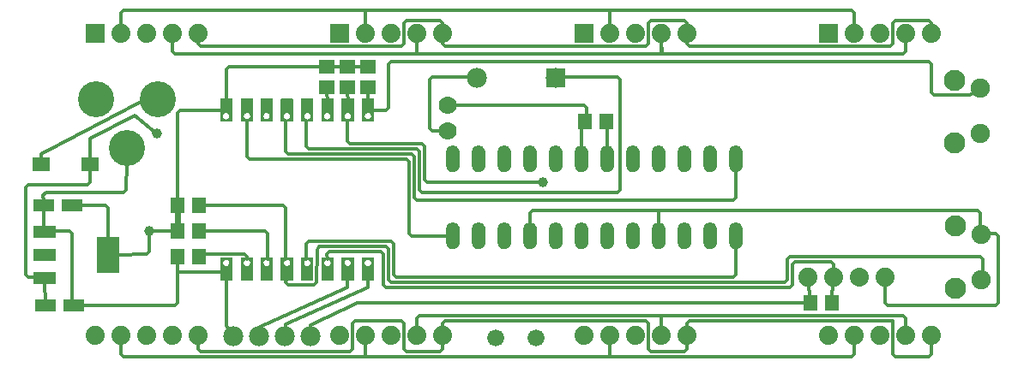
<source format=gtl>
G04 MADE WITH FRITZING*
G04 WWW.FRITZING.ORG*
G04 DOUBLE SIDED*
G04 HOLES PLATED*
G04 CONTOUR ON CENTER OF CONTOUR VECTOR*
%ASAXBY*%
%FSLAX23Y23*%
%MOIN*%
%OFA0B0*%
%SFA1.0B1.0*%
%ADD10C,0.078000*%
%ADD11C,0.074049*%
%ADD12C,0.073521*%
%ADD13C,0.070000*%
%ADD14C,0.039370*%
%ADD15C,0.075000*%
%ADD16C,0.082677*%
%ADD17C,0.074000*%
%ADD18C,0.066000*%
%ADD19C,0.140000*%
%ADD20C,0.052000*%
%ADD21R,0.069685X0.057874*%
%ADD22R,0.078000X0.078000*%
%ADD23R,0.074000X0.074000*%
%ADD24R,0.088000X0.048000*%
%ADD25R,0.086614X0.141732*%
%ADD26R,0.078740X0.047244*%
%ADD27R,0.055118X0.059055*%
%ADD28R,0.059055X0.055118*%
%ADD29C,0.012000*%
%ADD30C,0.024000*%
%ADD31R,0.001000X0.001000*%
%LNCOPPER1*%
G90*
G70*
G54D10*
X2089Y1106D03*
X1782Y1106D03*
G54D11*
X3371Y328D03*
G54D12*
X3271Y328D03*
G54D11*
X3171Y328D03*
X3071Y328D03*
G54D13*
X1671Y898D03*
X1671Y998D03*
X1671Y898D03*
X1671Y998D03*
G54D14*
X541Y888D03*
X511Y508D03*
X2041Y698D03*
G54D15*
X3741Y887D03*
X3741Y1064D03*
G54D16*
X3640Y852D03*
X3640Y1096D03*
G54D15*
X3745Y318D03*
X3745Y495D03*
G54D16*
X3644Y283D03*
X3644Y527D03*
G54D17*
X3151Y1278D03*
X3251Y1278D03*
X3351Y1278D03*
X3451Y1278D03*
X3550Y1278D03*
X3251Y101D03*
X3351Y101D03*
X3451Y101D03*
X3550Y101D03*
X3151Y101D03*
X3151Y1278D03*
X3251Y1278D03*
X3351Y1278D03*
X3451Y1278D03*
X3550Y1278D03*
X3251Y101D03*
X3351Y101D03*
X3451Y101D03*
X3550Y101D03*
X3151Y101D03*
X2201Y1278D03*
X2301Y1278D03*
X2401Y1278D03*
X2501Y1278D03*
X2600Y1278D03*
X2301Y101D03*
X2401Y101D03*
X2501Y101D03*
X2600Y101D03*
X2201Y101D03*
X2201Y1278D03*
X2301Y1278D03*
X2401Y1278D03*
X2501Y1278D03*
X2600Y1278D03*
X2301Y101D03*
X2401Y101D03*
X2501Y101D03*
X2600Y101D03*
X2201Y101D03*
X1251Y1278D03*
X1351Y1278D03*
X1451Y1278D03*
X1551Y1278D03*
X1650Y1278D03*
X1351Y101D03*
X1451Y101D03*
X1551Y101D03*
X1650Y101D03*
X1251Y101D03*
X1251Y1278D03*
X1351Y1278D03*
X1451Y1278D03*
X1551Y1278D03*
X1650Y1278D03*
X1351Y101D03*
X1451Y101D03*
X1551Y101D03*
X1650Y101D03*
X1251Y101D03*
X301Y1278D03*
X401Y1278D03*
X501Y1278D03*
X601Y1278D03*
X700Y1278D03*
X401Y101D03*
X501Y101D03*
X601Y101D03*
X700Y101D03*
X301Y101D03*
X301Y1278D03*
X401Y1278D03*
X501Y1278D03*
X601Y1278D03*
X700Y1278D03*
X401Y101D03*
X501Y101D03*
X601Y101D03*
X700Y101D03*
X301Y101D03*
G54D18*
X1858Y90D03*
X2015Y90D03*
X1858Y90D03*
X2015Y90D03*
G54D19*
X544Y1020D03*
X304Y1020D03*
X424Y830D03*
G54D20*
X1691Y488D03*
X1791Y488D03*
X2291Y488D03*
X2391Y488D03*
X1891Y488D03*
X1991Y488D03*
X2191Y488D03*
X2091Y488D03*
X2491Y488D03*
X2491Y788D03*
X2391Y788D03*
X2291Y788D03*
X2191Y788D03*
X2091Y788D03*
X1991Y788D03*
X1891Y788D03*
X1791Y788D03*
X1691Y788D03*
X2591Y488D03*
X2691Y488D03*
X2791Y488D03*
X2791Y788D03*
X2691Y788D03*
X2591Y788D03*
X1691Y488D03*
X1791Y488D03*
X2291Y488D03*
X2391Y488D03*
X1891Y488D03*
X1991Y488D03*
X2191Y488D03*
X2091Y488D03*
X2491Y488D03*
X2491Y788D03*
X2391Y788D03*
X2291Y788D03*
X2191Y788D03*
X2091Y788D03*
X1991Y788D03*
X1891Y788D03*
X1791Y788D03*
X1691Y788D03*
X2591Y488D03*
X2691Y488D03*
X2791Y488D03*
X2791Y788D03*
X2691Y788D03*
X2591Y788D03*
G54D10*
X1138Y99D03*
X1038Y99D03*
X938Y99D03*
X838Y99D03*
G54D21*
X91Y768D03*
X280Y768D03*
G54D22*
X2089Y1106D03*
G54D23*
X3151Y1278D03*
X3151Y1278D03*
X2201Y1278D03*
X2201Y1278D03*
X1251Y1278D03*
X1251Y1278D03*
X301Y1278D03*
X301Y1278D03*
G54D24*
X105Y506D03*
X105Y415D03*
X105Y324D03*
G54D25*
X349Y415D03*
G54D26*
X106Y217D03*
X217Y217D03*
X211Y608D03*
X101Y608D03*
G54D27*
X2286Y935D03*
X2205Y935D03*
X621Y408D03*
X702Y408D03*
X3081Y228D03*
X3162Y228D03*
X621Y608D03*
X702Y608D03*
X621Y508D03*
X702Y508D03*
G54D28*
X1361Y1148D03*
X1361Y1067D03*
X1281Y1068D03*
X1281Y1149D03*
X1201Y1148D03*
X1201Y1067D03*
G54D29*
X271Y688D02*
X281Y698D01*
D02*
X41Y328D02*
X31Y338D01*
D02*
X31Y338D02*
X31Y678D01*
D02*
X31Y678D02*
X41Y688D01*
D02*
X41Y688D02*
X271Y688D01*
D02*
X66Y327D02*
X41Y328D01*
D02*
X281Y698D02*
X280Y745D01*
D02*
X452Y958D02*
X530Y896D01*
D02*
X280Y792D02*
X280Y869D01*
D02*
X280Y869D02*
X452Y958D01*
D02*
X491Y1018D02*
X489Y1018D01*
D02*
X91Y808D02*
X491Y1018D01*
D02*
X91Y792D02*
X91Y808D01*
D02*
X1471Y328D02*
X1461Y338D01*
D02*
X2781Y328D02*
X1471Y328D01*
D02*
X1461Y458D02*
X1451Y468D01*
D02*
X1461Y338D02*
X1461Y458D01*
D02*
X1451Y468D02*
X1131Y468D01*
D02*
X2791Y338D02*
X2781Y328D01*
D02*
X2791Y467D02*
X2791Y338D01*
D02*
X1121Y398D02*
X1121Y397D01*
D02*
X1121Y458D02*
X1121Y398D01*
D02*
X1131Y468D02*
X1121Y458D01*
D02*
X901Y788D02*
X891Y798D01*
D02*
X1511Y788D02*
X901Y788D01*
D02*
X1361Y1017D02*
X1361Y1045D01*
D02*
X1201Y1045D02*
X1202Y1017D01*
D02*
X1305Y1149D02*
X1337Y1148D01*
D02*
X1225Y1148D02*
X1257Y1149D01*
D02*
X821Y1149D02*
X811Y1139D01*
D02*
X1177Y1148D02*
X821Y1149D01*
D02*
X811Y1139D02*
X810Y1017D01*
D02*
X631Y978D02*
X620Y968D01*
D02*
X792Y978D02*
X631Y978D01*
D02*
X620Y968D02*
X621Y632D01*
D02*
X1551Y628D02*
X1541Y638D01*
D02*
X2781Y628D02*
X1551Y628D01*
D02*
X1541Y798D02*
X1531Y808D01*
D02*
X1541Y638D02*
X1541Y798D01*
D02*
X1050Y808D02*
X1041Y818D01*
D02*
X1531Y808D02*
X1050Y808D01*
D02*
X2791Y639D02*
X2781Y628D01*
D02*
X2791Y767D02*
X2791Y639D01*
D02*
X1041Y938D02*
X1041Y939D01*
D02*
X1041Y818D02*
X1041Y938D01*
D02*
X1282Y1017D02*
X1281Y1046D01*
D02*
X1611Y898D02*
X1650Y898D01*
D02*
X1601Y908D02*
X1611Y898D01*
D02*
X1751Y1108D02*
X1611Y1108D01*
D02*
X1611Y1108D02*
X1601Y1098D01*
D02*
X1757Y1108D02*
X1751Y1108D01*
D02*
X1601Y1098D02*
X1601Y908D01*
D02*
X2121Y1108D02*
X2113Y1108D01*
D02*
X2331Y1108D02*
X2121Y1108D01*
D02*
X2341Y1098D02*
X2331Y1108D01*
D02*
X2341Y668D02*
X2341Y1098D01*
D02*
X2331Y658D02*
X2341Y668D01*
D02*
X1571Y658D02*
X2331Y658D01*
D02*
X1561Y668D02*
X1571Y658D01*
D02*
X1561Y818D02*
X1561Y668D01*
D02*
X1551Y828D02*
X1561Y818D01*
D02*
X1121Y938D02*
X1121Y838D01*
D02*
X1121Y939D02*
X1121Y938D01*
D02*
X1131Y828D02*
X1551Y828D01*
D02*
X1121Y838D02*
X1131Y828D01*
D02*
X1051Y298D02*
X1041Y308D01*
D02*
X1151Y298D02*
X1051Y298D01*
D02*
X1161Y308D02*
X1151Y298D01*
D02*
X1162Y435D02*
X1161Y308D01*
D02*
X1171Y448D02*
X1162Y435D01*
D02*
X1431Y448D02*
X1171Y448D01*
D02*
X1441Y438D02*
X1431Y448D01*
D02*
X1441Y318D02*
X1441Y438D01*
D02*
X2301Y1368D02*
X3241Y1368D01*
D02*
X3251Y1358D02*
X3251Y1304D01*
D02*
X3241Y1368D02*
X3251Y1358D01*
D02*
X2301Y1304D02*
X2301Y1368D01*
D02*
X2301Y1368D02*
X2301Y1304D01*
D02*
X1351Y1368D02*
X2301Y1368D01*
D02*
X1351Y1304D02*
X1351Y1368D01*
D02*
X1350Y1368D02*
X1351Y1304D01*
D02*
X411Y1368D02*
X1350Y1368D01*
D02*
X401Y1358D02*
X411Y1368D01*
D02*
X401Y1304D02*
X401Y1358D01*
D02*
X1551Y1198D02*
X1551Y1253D01*
D02*
X611Y1198D02*
X1551Y1198D01*
D02*
X601Y1208D02*
X611Y1198D01*
D02*
X601Y1253D02*
X601Y1208D01*
D02*
X1651Y1318D02*
X1651Y1304D01*
D02*
X1641Y1328D02*
X1651Y1318D01*
D02*
X1511Y1328D02*
X1641Y1328D01*
D02*
X1501Y1318D02*
X1511Y1328D01*
D02*
X1501Y1238D02*
X1501Y1318D01*
D02*
X1491Y1228D02*
X1501Y1238D01*
D02*
X711Y1228D02*
X1491Y1228D01*
D02*
X701Y1239D02*
X711Y1228D01*
D02*
X700Y1253D02*
X701Y1239D01*
D02*
X2502Y1199D02*
X1551Y1198D01*
D02*
X1551Y1198D02*
X1551Y1253D01*
D02*
X2501Y1253D02*
X2502Y1199D01*
D02*
X2591Y1328D02*
X2461Y1328D01*
D02*
X2461Y1328D02*
X2450Y1318D01*
D02*
X2601Y1318D02*
X2591Y1328D01*
D02*
X2451Y1238D02*
X2441Y1228D01*
D02*
X2451Y1318D02*
X2451Y1238D01*
D02*
X1661Y1228D02*
X1651Y1238D01*
D02*
X2441Y1228D02*
X1661Y1228D01*
D02*
X1651Y1238D02*
X1651Y1253D01*
D02*
X2600Y1304D02*
X2601Y1318D01*
D02*
X3441Y1198D02*
X2501Y1198D01*
D02*
X3451Y1208D02*
X3441Y1198D01*
D02*
X2501Y1198D02*
X2501Y1253D01*
D02*
X3451Y1253D02*
X3451Y1208D01*
D02*
X2601Y1238D02*
X2600Y1253D01*
D02*
X3541Y1328D02*
X3411Y1328D01*
D02*
X3411Y1328D02*
X3401Y1318D01*
D02*
X3551Y1318D02*
X3541Y1328D01*
D02*
X3401Y1238D02*
X3391Y1228D01*
D02*
X3401Y1318D02*
X3401Y1238D01*
D02*
X2611Y1228D02*
X2601Y1238D01*
D02*
X3391Y1228D02*
X2611Y1228D01*
D02*
X3551Y1304D02*
X3551Y1318D01*
D02*
X411Y18D02*
X401Y28D01*
D02*
X1351Y18D02*
X411Y18D01*
D02*
X401Y28D02*
X401Y76D01*
D02*
X1351Y76D02*
X1351Y18D01*
D02*
X1651Y49D02*
X1650Y76D01*
D02*
X1641Y38D02*
X1651Y49D01*
D02*
X1491Y158D02*
X1501Y148D01*
D02*
X1311Y158D02*
X1491Y158D01*
D02*
X1301Y148D02*
X1311Y158D01*
D02*
X1301Y48D02*
X1301Y148D01*
D02*
X1291Y38D02*
X1301Y48D01*
D02*
X1501Y148D02*
X1501Y49D01*
D02*
X1511Y38D02*
X1641Y38D01*
D02*
X1501Y49D02*
X1511Y38D01*
D02*
X711Y38D02*
X1291Y38D01*
D02*
X701Y49D02*
X711Y38D01*
D02*
X700Y76D02*
X701Y49D01*
D02*
X1651Y148D02*
X1650Y127D01*
D02*
X2461Y38D02*
X2450Y48D01*
D02*
X2591Y38D02*
X2461Y38D01*
D02*
X2601Y48D02*
X2591Y38D01*
D02*
X1661Y158D02*
X1650Y148D01*
D02*
X2441Y158D02*
X1661Y158D01*
D02*
X2451Y148D02*
X2441Y158D01*
D02*
X2451Y48D02*
X2451Y148D01*
D02*
X2600Y76D02*
X2601Y48D01*
D02*
X2501Y178D02*
X2501Y127D01*
D02*
X1561Y178D02*
X2501Y178D01*
D02*
X1551Y168D02*
X1561Y178D01*
D02*
X1551Y127D02*
X1551Y168D01*
D02*
X2301Y18D02*
X1351Y18D01*
D02*
X1351Y18D02*
X1351Y76D01*
D02*
X2301Y76D02*
X2301Y18D01*
D02*
X3251Y28D02*
X3241Y18D01*
D02*
X3251Y76D02*
X3250Y28D01*
D02*
X3241Y18D02*
X2301Y18D01*
D02*
X2301Y18D02*
X2301Y76D01*
D02*
X2501Y178D02*
X2501Y127D01*
D02*
X3441Y178D02*
X2501Y178D01*
D02*
X3451Y168D02*
X3441Y178D01*
D02*
X3451Y127D02*
X3451Y168D01*
D02*
X2601Y148D02*
X2600Y127D01*
D02*
X3411Y18D02*
X3401Y28D01*
D02*
X3541Y18D02*
X3411Y18D01*
D02*
X2611Y158D02*
X2601Y148D01*
D02*
X3401Y159D02*
X2611Y158D01*
D02*
X3401Y28D02*
X3401Y158D01*
D02*
X3551Y28D02*
X3541Y18D01*
D02*
X3550Y76D02*
X3551Y28D01*
D02*
X2001Y588D02*
X2491Y588D01*
D02*
X1991Y578D02*
X2001Y588D01*
D02*
X2491Y588D02*
X2491Y510D01*
D02*
X1991Y510D02*
X1991Y578D01*
D02*
X2201Y998D02*
X1691Y998D01*
D02*
X2211Y988D02*
X2201Y998D01*
D02*
X2211Y958D02*
X2211Y988D01*
D02*
X2205Y935D02*
X2211Y958D01*
D02*
X3731Y588D02*
X2491Y588D01*
D02*
X2491Y588D02*
X2491Y510D01*
D02*
X3741Y528D02*
X3741Y578D01*
D02*
X3741Y578D02*
X3731Y588D01*
D02*
X3742Y518D02*
X3741Y528D01*
D02*
X1137Y140D02*
X1137Y124D01*
D02*
X1321Y229D02*
X1137Y140D01*
D02*
X3059Y228D02*
X1321Y229D01*
D02*
X1201Y418D02*
X1202Y397D01*
D02*
X1211Y428D02*
X1201Y418D01*
D02*
X1411Y428D02*
X1211Y428D01*
D02*
X1421Y418D02*
X1411Y428D01*
D02*
X1421Y298D02*
X1421Y418D01*
D02*
X3001Y288D02*
X1431Y288D01*
D02*
X1431Y288D02*
X1421Y298D01*
D02*
X3011Y298D02*
X3001Y288D01*
D02*
X3011Y378D02*
X3011Y298D01*
D02*
X3171Y354D02*
X3171Y378D01*
D02*
X3021Y388D02*
X3011Y378D01*
D02*
X3161Y388D02*
X3021Y388D01*
D02*
X3171Y378D02*
X3161Y388D01*
D02*
X891Y798D02*
X891Y939D01*
D02*
X1521Y778D02*
X1511Y788D01*
D02*
X1521Y498D02*
X1521Y778D01*
D02*
X1531Y488D02*
X1521Y498D01*
D02*
X1669Y488D02*
X1531Y488D01*
D02*
X1281Y938D02*
X1281Y939D01*
D02*
X1281Y858D02*
X1281Y938D01*
D02*
X1581Y838D02*
X1571Y848D01*
D02*
X1581Y708D02*
X1581Y838D01*
D02*
X1291Y848D02*
X1281Y858D01*
D02*
X1571Y848D02*
X1291Y848D01*
D02*
X1591Y698D02*
X1581Y708D01*
D02*
X2027Y698D02*
X1591Y698D01*
D02*
X105Y306D02*
X106Y235D01*
D02*
X351Y598D02*
X349Y481D01*
D02*
X341Y608D02*
X351Y598D01*
D02*
X245Y608D02*
X341Y608D01*
D02*
X101Y518D02*
X105Y506D01*
D02*
X101Y590D02*
X101Y518D01*
D02*
X131Y508D02*
X105Y506D01*
D02*
X201Y508D02*
X131Y508D01*
D02*
X211Y498D02*
X201Y508D01*
D02*
X211Y228D02*
X211Y498D01*
D02*
X217Y217D02*
X211Y228D01*
G54D30*
D02*
X621Y584D02*
X621Y532D01*
G54D29*
D02*
X98Y647D02*
X100Y626D01*
D02*
X111Y658D02*
X98Y647D01*
D02*
X411Y658D02*
X111Y658D01*
D02*
X421Y668D02*
X411Y658D01*
D02*
X423Y774D02*
X421Y668D01*
D02*
X511Y428D02*
X501Y418D01*
D02*
X501Y418D02*
X386Y416D01*
D02*
X511Y495D02*
X511Y428D01*
D02*
X599Y508D02*
X524Y508D01*
D02*
X611Y218D02*
X250Y217D01*
D02*
X621Y228D02*
X611Y218D01*
D02*
X621Y384D02*
X621Y228D01*
D02*
X1441Y988D02*
X1431Y978D01*
D02*
X1431Y978D02*
X1379Y978D01*
D02*
X1441Y1158D02*
X1441Y988D01*
D02*
X1451Y1168D02*
X1441Y1158D01*
D02*
X3541Y1168D02*
X1450Y1168D01*
D02*
X3551Y1158D02*
X3541Y1168D01*
D02*
X3551Y1048D02*
X3551Y1158D01*
D02*
X3561Y1038D02*
X3550Y1048D01*
D02*
X3701Y1038D02*
X3561Y1038D01*
D02*
X3721Y1052D02*
X3701Y1038D01*
D02*
X731Y418D02*
X724Y416D01*
D02*
X881Y418D02*
X731Y418D01*
D02*
X891Y408D02*
X881Y418D01*
D02*
X891Y397D02*
X891Y408D01*
D02*
X3078Y252D02*
X3073Y302D01*
D02*
X3164Y252D02*
X3168Y302D01*
D02*
X1041Y308D02*
X1042Y319D01*
D02*
X1451Y308D02*
X1441Y318D01*
D02*
X2981Y308D02*
X1451Y308D01*
D02*
X2991Y318D02*
X2981Y308D01*
D02*
X2991Y398D02*
X2991Y318D01*
D02*
X3001Y408D02*
X2991Y398D01*
D02*
X3741Y408D02*
X3001Y408D01*
D02*
X3751Y348D02*
X3751Y398D01*
D02*
X3751Y398D02*
X3741Y408D01*
D02*
X3750Y341D02*
X3751Y348D01*
D02*
X3771Y498D02*
X3768Y498D01*
D02*
X3801Y498D02*
X3771Y498D01*
D02*
X3811Y488D02*
X3801Y498D01*
D02*
X3381Y218D02*
X3801Y218D01*
D02*
X3371Y228D02*
X3381Y218D01*
D02*
X3811Y228D02*
X3811Y488D01*
D02*
X3801Y218D02*
X3811Y228D01*
D02*
X3371Y302D02*
X3371Y228D01*
D02*
X1031Y608D02*
X724Y608D01*
D02*
X1041Y598D02*
X1031Y608D01*
D02*
X1041Y398D02*
X1041Y598D01*
D02*
X1041Y397D02*
X1041Y398D01*
D02*
X961Y508D02*
X724Y508D01*
D02*
X971Y398D02*
X971Y498D01*
D02*
X971Y498D02*
X961Y508D01*
D02*
X971Y397D02*
X971Y398D01*
D02*
X1361Y288D02*
X1361Y319D01*
D02*
X1039Y143D02*
X1361Y288D01*
D02*
X1039Y124D02*
X1039Y143D01*
D02*
X1281Y288D02*
X1281Y319D01*
D02*
X935Y132D02*
X1281Y288D01*
D02*
X936Y124D02*
X935Y132D01*
D02*
X811Y138D02*
X810Y319D01*
D02*
X824Y119D02*
X811Y138D01*
D02*
X781Y348D02*
X792Y352D01*
D02*
X621Y348D02*
X781Y348D01*
D02*
X621Y384D02*
X621Y348D01*
D02*
X2191Y908D02*
X2191Y810D01*
D02*
X2193Y911D02*
X2191Y908D01*
D02*
X2291Y908D02*
X2291Y810D01*
D02*
X2290Y911D02*
X2291Y908D01*
G54D31*
X786Y1023D02*
X832Y1023D01*
X867Y1023D02*
X913Y1023D01*
X944Y1023D02*
X990Y1023D01*
X1023Y1023D02*
X1068Y1023D01*
X1101Y1023D02*
X1147Y1023D01*
X1180Y1023D02*
X1226Y1023D01*
X1259Y1023D02*
X1305Y1023D01*
X1338Y1023D02*
X1383Y1023D01*
X786Y1022D02*
X832Y1022D01*
X867Y1022D02*
X913Y1022D01*
X944Y1022D02*
X990Y1022D01*
X1022Y1022D02*
X1069Y1022D01*
X1101Y1022D02*
X1147Y1022D01*
X1180Y1022D02*
X1226Y1022D01*
X1258Y1022D02*
X1305Y1022D01*
X1337Y1022D02*
X1384Y1022D01*
X786Y1021D02*
X832Y1021D01*
X867Y1021D02*
X913Y1021D01*
X944Y1021D02*
X990Y1021D01*
X1022Y1021D02*
X1069Y1021D01*
X1101Y1021D02*
X1147Y1021D01*
X1180Y1021D02*
X1226Y1021D01*
X1258Y1021D02*
X1305Y1021D01*
X1337Y1021D02*
X1384Y1021D01*
X786Y1020D02*
X832Y1020D01*
X867Y1020D02*
X913Y1020D01*
X944Y1020D02*
X990Y1020D01*
X1022Y1020D02*
X1069Y1020D01*
X1101Y1020D02*
X1147Y1020D01*
X1180Y1020D02*
X1226Y1020D01*
X1258Y1020D02*
X1305Y1020D01*
X1337Y1020D02*
X1384Y1020D01*
X786Y1019D02*
X832Y1019D01*
X867Y1019D02*
X913Y1019D01*
X944Y1019D02*
X990Y1019D01*
X1022Y1019D02*
X1069Y1019D01*
X1101Y1019D02*
X1147Y1019D01*
X1180Y1019D02*
X1226Y1019D01*
X1258Y1019D02*
X1305Y1019D01*
X1337Y1019D02*
X1384Y1019D01*
X786Y1018D02*
X832Y1018D01*
X867Y1018D02*
X913Y1018D01*
X944Y1018D02*
X990Y1018D01*
X1022Y1018D02*
X1069Y1018D01*
X1101Y1018D02*
X1147Y1018D01*
X1180Y1018D02*
X1226Y1018D01*
X1258Y1018D02*
X1305Y1018D01*
X1337Y1018D02*
X1384Y1018D01*
X786Y1017D02*
X832Y1017D01*
X867Y1017D02*
X913Y1017D01*
X944Y1017D02*
X990Y1017D01*
X1022Y1017D02*
X1069Y1017D01*
X1101Y1017D02*
X1147Y1017D01*
X1180Y1017D02*
X1226Y1017D01*
X1258Y1017D02*
X1305Y1017D01*
X1337Y1017D02*
X1384Y1017D01*
X786Y1016D02*
X832Y1016D01*
X867Y1016D02*
X913Y1016D01*
X944Y1016D02*
X990Y1016D01*
X1022Y1016D02*
X1069Y1016D01*
X1101Y1016D02*
X1147Y1016D01*
X1180Y1016D02*
X1226Y1016D01*
X1258Y1016D02*
X1305Y1016D01*
X1337Y1016D02*
X1384Y1016D01*
X786Y1015D02*
X832Y1015D01*
X867Y1015D02*
X913Y1015D01*
X944Y1015D02*
X990Y1015D01*
X1022Y1015D02*
X1069Y1015D01*
X1101Y1015D02*
X1147Y1015D01*
X1180Y1015D02*
X1226Y1015D01*
X1258Y1015D02*
X1305Y1015D01*
X1337Y1015D02*
X1384Y1015D01*
X786Y1014D02*
X832Y1014D01*
X867Y1014D02*
X913Y1014D01*
X944Y1014D02*
X990Y1014D01*
X1022Y1014D02*
X1069Y1014D01*
X1101Y1014D02*
X1147Y1014D01*
X1180Y1014D02*
X1226Y1014D01*
X1258Y1014D02*
X1305Y1014D01*
X1337Y1014D02*
X1384Y1014D01*
X786Y1013D02*
X832Y1013D01*
X867Y1013D02*
X913Y1013D01*
X944Y1013D02*
X990Y1013D01*
X1022Y1013D02*
X1069Y1013D01*
X1101Y1013D02*
X1147Y1013D01*
X1180Y1013D02*
X1226Y1013D01*
X1258Y1013D02*
X1305Y1013D01*
X1337Y1013D02*
X1384Y1013D01*
X786Y1012D02*
X832Y1012D01*
X867Y1012D02*
X913Y1012D01*
X944Y1012D02*
X990Y1012D01*
X1022Y1012D02*
X1069Y1012D01*
X1101Y1012D02*
X1147Y1012D01*
X1180Y1012D02*
X1226Y1012D01*
X1258Y1012D02*
X1305Y1012D01*
X1337Y1012D02*
X1384Y1012D01*
X786Y1011D02*
X832Y1011D01*
X867Y1011D02*
X913Y1011D01*
X944Y1011D02*
X990Y1011D01*
X1022Y1011D02*
X1069Y1011D01*
X1101Y1011D02*
X1147Y1011D01*
X1180Y1011D02*
X1226Y1011D01*
X1258Y1011D02*
X1305Y1011D01*
X1337Y1011D02*
X1384Y1011D01*
X786Y1010D02*
X832Y1010D01*
X867Y1010D02*
X913Y1010D01*
X944Y1010D02*
X990Y1010D01*
X1022Y1010D02*
X1069Y1010D01*
X1101Y1010D02*
X1147Y1010D01*
X1180Y1010D02*
X1226Y1010D01*
X1258Y1010D02*
X1305Y1010D01*
X1337Y1010D02*
X1384Y1010D01*
X786Y1009D02*
X832Y1009D01*
X867Y1009D02*
X913Y1009D01*
X944Y1009D02*
X990Y1009D01*
X1022Y1009D02*
X1069Y1009D01*
X1101Y1009D02*
X1147Y1009D01*
X1180Y1009D02*
X1226Y1009D01*
X1258Y1009D02*
X1305Y1009D01*
X1337Y1009D02*
X1384Y1009D01*
X786Y1008D02*
X832Y1008D01*
X867Y1008D02*
X913Y1008D01*
X944Y1008D02*
X990Y1008D01*
X1022Y1008D02*
X1069Y1008D01*
X1101Y1008D02*
X1147Y1008D01*
X1180Y1008D02*
X1226Y1008D01*
X1258Y1008D02*
X1305Y1008D01*
X1337Y1008D02*
X1384Y1008D01*
X786Y1007D02*
X832Y1007D01*
X867Y1007D02*
X913Y1007D01*
X944Y1007D02*
X990Y1007D01*
X1022Y1007D02*
X1069Y1007D01*
X1101Y1007D02*
X1147Y1007D01*
X1180Y1007D02*
X1226Y1007D01*
X1258Y1007D02*
X1305Y1007D01*
X1337Y1007D02*
X1384Y1007D01*
X786Y1006D02*
X832Y1006D01*
X867Y1006D02*
X913Y1006D01*
X944Y1006D02*
X990Y1006D01*
X1022Y1006D02*
X1069Y1006D01*
X1101Y1006D02*
X1147Y1006D01*
X1180Y1006D02*
X1226Y1006D01*
X1258Y1006D02*
X1305Y1006D01*
X1337Y1006D02*
X1384Y1006D01*
X786Y1005D02*
X832Y1005D01*
X867Y1005D02*
X913Y1005D01*
X944Y1005D02*
X990Y1005D01*
X1022Y1005D02*
X1069Y1005D01*
X1101Y1005D02*
X1147Y1005D01*
X1180Y1005D02*
X1226Y1005D01*
X1258Y1005D02*
X1305Y1005D01*
X1337Y1005D02*
X1384Y1005D01*
X786Y1004D02*
X832Y1004D01*
X867Y1004D02*
X913Y1004D01*
X944Y1004D02*
X990Y1004D01*
X1022Y1004D02*
X1069Y1004D01*
X1101Y1004D02*
X1147Y1004D01*
X1180Y1004D02*
X1226Y1004D01*
X1258Y1004D02*
X1305Y1004D01*
X1337Y1004D02*
X1384Y1004D01*
X786Y1003D02*
X832Y1003D01*
X867Y1003D02*
X913Y1003D01*
X944Y1003D02*
X990Y1003D01*
X1022Y1003D02*
X1069Y1003D01*
X1101Y1003D02*
X1147Y1003D01*
X1180Y1003D02*
X1226Y1003D01*
X1258Y1003D02*
X1305Y1003D01*
X1337Y1003D02*
X1384Y1003D01*
X786Y1002D02*
X832Y1002D01*
X867Y1002D02*
X913Y1002D01*
X944Y1002D02*
X990Y1002D01*
X1022Y1002D02*
X1069Y1002D01*
X1101Y1002D02*
X1147Y1002D01*
X1180Y1002D02*
X1226Y1002D01*
X1258Y1002D02*
X1305Y1002D01*
X1337Y1002D02*
X1384Y1002D01*
X786Y1001D02*
X832Y1001D01*
X867Y1001D02*
X913Y1001D01*
X944Y1001D02*
X990Y1001D01*
X1022Y1001D02*
X1069Y1001D01*
X1101Y1001D02*
X1147Y1001D01*
X1180Y1001D02*
X1226Y1001D01*
X1258Y1001D02*
X1305Y1001D01*
X1337Y1001D02*
X1384Y1001D01*
X786Y1000D02*
X832Y1000D01*
X867Y1000D02*
X913Y1000D01*
X944Y1000D02*
X990Y1000D01*
X1022Y1000D02*
X1069Y1000D01*
X1101Y1000D02*
X1147Y1000D01*
X1180Y1000D02*
X1226Y1000D01*
X1258Y1000D02*
X1305Y1000D01*
X1337Y1000D02*
X1384Y1000D01*
X786Y999D02*
X832Y999D01*
X867Y999D02*
X913Y999D01*
X944Y999D02*
X990Y999D01*
X1022Y999D02*
X1069Y999D01*
X1101Y999D02*
X1147Y999D01*
X1180Y999D02*
X1226Y999D01*
X1258Y999D02*
X1305Y999D01*
X1337Y999D02*
X1384Y999D01*
X786Y998D02*
X832Y998D01*
X867Y998D02*
X913Y998D01*
X944Y998D02*
X990Y998D01*
X1022Y998D02*
X1069Y998D01*
X1101Y998D02*
X1147Y998D01*
X1180Y998D02*
X1226Y998D01*
X1258Y998D02*
X1305Y998D01*
X1337Y998D02*
X1384Y998D01*
X786Y997D02*
X832Y997D01*
X867Y997D02*
X913Y997D01*
X944Y997D02*
X990Y997D01*
X1022Y997D02*
X1069Y997D01*
X1101Y997D02*
X1147Y997D01*
X1180Y997D02*
X1226Y997D01*
X1258Y997D02*
X1305Y997D01*
X1337Y997D02*
X1384Y997D01*
X786Y996D02*
X832Y996D01*
X867Y996D02*
X913Y996D01*
X944Y996D02*
X990Y996D01*
X1022Y996D02*
X1069Y996D01*
X1101Y996D02*
X1147Y996D01*
X1180Y996D02*
X1226Y996D01*
X1258Y996D02*
X1305Y996D01*
X1337Y996D02*
X1384Y996D01*
X786Y995D02*
X832Y995D01*
X867Y995D02*
X913Y995D01*
X944Y995D02*
X990Y995D01*
X1022Y995D02*
X1069Y995D01*
X1101Y995D02*
X1147Y995D01*
X1180Y995D02*
X1226Y995D01*
X1258Y995D02*
X1305Y995D01*
X1337Y995D02*
X1384Y995D01*
X786Y994D02*
X832Y994D01*
X867Y994D02*
X913Y994D01*
X944Y994D02*
X990Y994D01*
X1022Y994D02*
X1069Y994D01*
X1101Y994D02*
X1147Y994D01*
X1180Y994D02*
X1226Y994D01*
X1258Y994D02*
X1305Y994D01*
X1337Y994D02*
X1384Y994D01*
X786Y993D02*
X832Y993D01*
X867Y993D02*
X913Y993D01*
X944Y993D02*
X990Y993D01*
X1022Y993D02*
X1069Y993D01*
X1101Y993D02*
X1147Y993D01*
X1180Y993D02*
X1226Y993D01*
X1258Y993D02*
X1305Y993D01*
X1337Y993D02*
X1384Y993D01*
X786Y992D02*
X832Y992D01*
X867Y992D02*
X913Y992D01*
X944Y992D02*
X990Y992D01*
X1022Y992D02*
X1069Y992D01*
X1101Y992D02*
X1147Y992D01*
X1180Y992D02*
X1226Y992D01*
X1258Y992D02*
X1305Y992D01*
X1337Y992D02*
X1384Y992D01*
X786Y991D02*
X832Y991D01*
X867Y991D02*
X913Y991D01*
X944Y991D02*
X990Y991D01*
X1022Y991D02*
X1069Y991D01*
X1101Y991D02*
X1147Y991D01*
X1180Y991D02*
X1226Y991D01*
X1258Y991D02*
X1305Y991D01*
X1337Y991D02*
X1384Y991D01*
X786Y990D02*
X832Y990D01*
X867Y990D02*
X913Y990D01*
X944Y990D02*
X990Y990D01*
X1022Y990D02*
X1069Y990D01*
X1101Y990D02*
X1147Y990D01*
X1180Y990D02*
X1226Y990D01*
X1258Y990D02*
X1305Y990D01*
X1337Y990D02*
X1384Y990D01*
X786Y989D02*
X832Y989D01*
X867Y989D02*
X913Y989D01*
X944Y989D02*
X990Y989D01*
X1022Y989D02*
X1069Y989D01*
X1101Y989D02*
X1147Y989D01*
X1180Y989D02*
X1226Y989D01*
X1258Y989D02*
X1305Y989D01*
X1337Y989D02*
X1384Y989D01*
X786Y988D02*
X832Y988D01*
X867Y988D02*
X913Y988D01*
X944Y988D02*
X990Y988D01*
X1022Y988D02*
X1069Y988D01*
X1101Y988D02*
X1147Y988D01*
X1180Y988D02*
X1226Y988D01*
X1258Y988D02*
X1305Y988D01*
X1337Y988D02*
X1384Y988D01*
X786Y987D02*
X832Y987D01*
X867Y987D02*
X913Y987D01*
X944Y987D02*
X990Y987D01*
X1022Y987D02*
X1069Y987D01*
X1101Y987D02*
X1147Y987D01*
X1180Y987D02*
X1226Y987D01*
X1258Y987D02*
X1305Y987D01*
X1337Y987D02*
X1384Y987D01*
X786Y986D02*
X832Y986D01*
X867Y986D02*
X913Y986D01*
X944Y986D02*
X990Y986D01*
X1022Y986D02*
X1069Y986D01*
X1101Y986D02*
X1147Y986D01*
X1180Y986D02*
X1226Y986D01*
X1258Y986D02*
X1305Y986D01*
X1337Y986D02*
X1384Y986D01*
X786Y985D02*
X832Y985D01*
X867Y985D02*
X913Y985D01*
X944Y985D02*
X990Y985D01*
X1022Y985D02*
X1069Y985D01*
X1101Y985D02*
X1147Y985D01*
X1180Y985D02*
X1226Y985D01*
X1258Y985D02*
X1305Y985D01*
X1337Y985D02*
X1384Y985D01*
X786Y984D02*
X832Y984D01*
X867Y984D02*
X913Y984D01*
X944Y984D02*
X990Y984D01*
X1022Y984D02*
X1069Y984D01*
X1101Y984D02*
X1147Y984D01*
X1180Y984D02*
X1226Y984D01*
X1258Y984D02*
X1305Y984D01*
X1337Y984D02*
X1384Y984D01*
X786Y983D02*
X832Y983D01*
X867Y983D02*
X913Y983D01*
X944Y983D02*
X990Y983D01*
X1022Y983D02*
X1069Y983D01*
X1101Y983D02*
X1147Y983D01*
X1180Y983D02*
X1226Y983D01*
X1258Y983D02*
X1305Y983D01*
X1337Y983D02*
X1384Y983D01*
X786Y982D02*
X832Y982D01*
X867Y982D02*
X913Y982D01*
X944Y982D02*
X990Y982D01*
X1022Y982D02*
X1069Y982D01*
X1101Y982D02*
X1147Y982D01*
X1180Y982D02*
X1226Y982D01*
X1258Y982D02*
X1305Y982D01*
X1337Y982D02*
X1384Y982D01*
X786Y981D02*
X832Y981D01*
X867Y981D02*
X913Y981D01*
X944Y981D02*
X990Y981D01*
X1022Y981D02*
X1069Y981D01*
X1101Y981D02*
X1147Y981D01*
X1180Y981D02*
X1226Y981D01*
X1258Y981D02*
X1305Y981D01*
X1337Y981D02*
X1384Y981D01*
X786Y980D02*
X832Y980D01*
X867Y980D02*
X913Y980D01*
X944Y980D02*
X990Y980D01*
X1022Y980D02*
X1069Y980D01*
X1101Y980D02*
X1147Y980D01*
X1180Y980D02*
X1226Y980D01*
X1258Y980D02*
X1305Y980D01*
X1337Y980D02*
X1384Y980D01*
X786Y979D02*
X832Y979D01*
X867Y979D02*
X913Y979D01*
X944Y979D02*
X990Y979D01*
X1022Y979D02*
X1069Y979D01*
X1101Y979D02*
X1147Y979D01*
X1180Y979D02*
X1226Y979D01*
X1258Y979D02*
X1305Y979D01*
X1337Y979D02*
X1384Y979D01*
X786Y978D02*
X832Y978D01*
X867Y978D02*
X913Y978D01*
X944Y978D02*
X990Y978D01*
X1022Y978D02*
X1069Y978D01*
X1101Y978D02*
X1147Y978D01*
X1180Y978D02*
X1226Y978D01*
X1258Y978D02*
X1305Y978D01*
X1337Y978D02*
X1384Y978D01*
X786Y977D02*
X832Y977D01*
X867Y977D02*
X913Y977D01*
X944Y977D02*
X990Y977D01*
X1022Y977D02*
X1069Y977D01*
X1101Y977D02*
X1147Y977D01*
X1180Y977D02*
X1226Y977D01*
X1258Y977D02*
X1305Y977D01*
X1337Y977D02*
X1384Y977D01*
X786Y976D02*
X832Y976D01*
X867Y976D02*
X913Y976D01*
X944Y976D02*
X990Y976D01*
X1022Y976D02*
X1069Y976D01*
X1101Y976D02*
X1147Y976D01*
X1180Y976D02*
X1226Y976D01*
X1258Y976D02*
X1305Y976D01*
X1337Y976D02*
X1384Y976D01*
X786Y975D02*
X832Y975D01*
X867Y975D02*
X913Y975D01*
X944Y975D02*
X990Y975D01*
X1022Y975D02*
X1069Y975D01*
X1101Y975D02*
X1147Y975D01*
X1180Y975D02*
X1226Y975D01*
X1258Y975D02*
X1305Y975D01*
X1337Y975D02*
X1384Y975D01*
X786Y974D02*
X832Y974D01*
X867Y974D02*
X913Y974D01*
X944Y974D02*
X990Y974D01*
X1022Y974D02*
X1069Y974D01*
X1101Y974D02*
X1147Y974D01*
X1180Y974D02*
X1226Y974D01*
X1258Y974D02*
X1305Y974D01*
X1337Y974D02*
X1384Y974D01*
X786Y973D02*
X832Y973D01*
X867Y973D02*
X913Y973D01*
X944Y973D02*
X990Y973D01*
X1022Y973D02*
X1069Y973D01*
X1101Y973D02*
X1147Y973D01*
X1180Y973D02*
X1226Y973D01*
X1258Y973D02*
X1305Y973D01*
X1337Y973D02*
X1384Y973D01*
X786Y972D02*
X832Y972D01*
X867Y972D02*
X913Y972D01*
X944Y972D02*
X990Y972D01*
X1022Y972D02*
X1069Y972D01*
X1101Y972D02*
X1147Y972D01*
X1180Y972D02*
X1226Y972D01*
X1258Y972D02*
X1305Y972D01*
X1337Y972D02*
X1384Y972D01*
X786Y971D02*
X832Y971D01*
X867Y971D02*
X913Y971D01*
X944Y971D02*
X990Y971D01*
X1022Y971D02*
X1069Y971D01*
X1101Y971D02*
X1147Y971D01*
X1180Y971D02*
X1226Y971D01*
X1258Y971D02*
X1305Y971D01*
X1337Y971D02*
X1384Y971D01*
X786Y970D02*
X832Y970D01*
X867Y970D02*
X913Y970D01*
X944Y970D02*
X990Y970D01*
X1022Y970D02*
X1069Y970D01*
X1101Y970D02*
X1147Y970D01*
X1180Y970D02*
X1226Y970D01*
X1258Y970D02*
X1305Y970D01*
X1337Y970D02*
X1384Y970D01*
X786Y969D02*
X832Y969D01*
X867Y969D02*
X913Y969D01*
X944Y969D02*
X990Y969D01*
X1022Y969D02*
X1069Y969D01*
X1101Y969D02*
X1147Y969D01*
X1180Y969D02*
X1226Y969D01*
X1258Y969D02*
X1305Y969D01*
X1337Y969D02*
X1384Y969D01*
X786Y968D02*
X832Y968D01*
X867Y968D02*
X913Y968D01*
X944Y968D02*
X990Y968D01*
X1022Y968D02*
X1069Y968D01*
X1101Y968D02*
X1147Y968D01*
X1180Y968D02*
X1226Y968D01*
X1258Y968D02*
X1305Y968D01*
X1337Y968D02*
X1384Y968D01*
X786Y967D02*
X808Y967D01*
X811Y967D02*
X832Y967D01*
X867Y967D02*
X888Y967D01*
X892Y967D02*
X913Y967D01*
X944Y967D02*
X965Y967D01*
X969Y967D02*
X990Y967D01*
X1022Y967D02*
X1044Y967D01*
X1047Y967D02*
X1069Y967D01*
X1101Y967D02*
X1123Y967D01*
X1126Y967D02*
X1147Y967D01*
X1180Y967D02*
X1201Y967D01*
X1204Y967D02*
X1226Y967D01*
X1258Y967D02*
X1279Y967D01*
X1284Y967D02*
X1305Y967D01*
X1337Y967D02*
X1358Y967D01*
X1363Y967D02*
X1384Y967D01*
X786Y966D02*
X804Y966D01*
X815Y966D02*
X832Y966D01*
X867Y966D02*
X885Y966D01*
X896Y966D02*
X913Y966D01*
X944Y966D02*
X961Y966D01*
X972Y966D02*
X990Y966D01*
X1022Y966D02*
X1040Y966D01*
X1051Y966D02*
X1069Y966D01*
X1101Y966D02*
X1119Y966D01*
X1130Y966D02*
X1147Y966D01*
X1180Y966D02*
X1197Y966D01*
X1208Y966D02*
X1226Y966D01*
X1258Y966D02*
X1276Y966D01*
X1287Y966D02*
X1305Y966D01*
X1337Y966D02*
X1355Y966D01*
X1366Y966D02*
X1384Y966D01*
X786Y965D02*
X802Y965D01*
X816Y965D02*
X832Y965D01*
X867Y965D02*
X883Y965D01*
X898Y965D02*
X913Y965D01*
X944Y965D02*
X959Y965D01*
X974Y965D02*
X990Y965D01*
X1022Y965D02*
X1038Y965D01*
X1053Y965D02*
X1069Y965D01*
X1101Y965D02*
X1117Y965D01*
X1131Y965D02*
X1147Y965D01*
X1180Y965D02*
X1196Y965D01*
X1210Y965D02*
X1226Y965D01*
X1258Y965D02*
X1274Y965D01*
X1289Y965D02*
X1305Y965D01*
X1337Y965D02*
X1353Y965D01*
X1368Y965D02*
X1384Y965D01*
X786Y964D02*
X801Y964D01*
X818Y964D02*
X832Y964D01*
X867Y964D02*
X882Y964D01*
X899Y964D02*
X913Y964D01*
X944Y964D02*
X958Y964D01*
X975Y964D02*
X990Y964D01*
X1022Y964D02*
X1037Y964D01*
X1054Y964D02*
X1069Y964D01*
X1101Y964D02*
X1116Y964D01*
X1133Y964D02*
X1147Y964D01*
X1180Y964D02*
X1194Y964D01*
X1211Y964D02*
X1226Y964D01*
X1258Y964D02*
X1273Y964D01*
X1290Y964D02*
X1305Y964D01*
X1337Y964D02*
X1352Y964D01*
X1369Y964D02*
X1384Y964D01*
X786Y963D02*
X800Y963D01*
X819Y963D02*
X832Y963D01*
X867Y963D02*
X881Y963D01*
X900Y963D02*
X913Y963D01*
X944Y963D02*
X957Y963D01*
X976Y963D02*
X990Y963D01*
X1022Y963D02*
X1036Y963D01*
X1055Y963D02*
X1069Y963D01*
X1101Y963D02*
X1115Y963D01*
X1134Y963D02*
X1147Y963D01*
X1180Y963D02*
X1193Y963D01*
X1212Y963D02*
X1226Y963D01*
X1258Y963D02*
X1272Y963D01*
X1291Y963D02*
X1305Y963D01*
X1337Y963D02*
X1351Y963D01*
X1370Y963D02*
X1384Y963D01*
X786Y962D02*
X799Y962D01*
X820Y962D02*
X832Y962D01*
X867Y962D02*
X880Y962D01*
X901Y962D02*
X913Y962D01*
X944Y962D02*
X956Y962D01*
X977Y962D02*
X990Y962D01*
X1022Y962D02*
X1035Y962D01*
X1056Y962D02*
X1069Y962D01*
X1101Y962D02*
X1114Y962D01*
X1135Y962D02*
X1147Y962D01*
X1180Y962D02*
X1192Y962D01*
X1213Y962D02*
X1226Y962D01*
X1258Y962D02*
X1271Y962D01*
X1292Y962D02*
X1305Y962D01*
X1337Y962D02*
X1350Y962D01*
X1371Y962D02*
X1384Y962D01*
X786Y961D02*
X798Y961D01*
X820Y961D02*
X832Y961D01*
X867Y961D02*
X879Y961D01*
X901Y961D02*
X913Y961D01*
X944Y961D02*
X956Y961D01*
X978Y961D02*
X990Y961D01*
X1022Y961D02*
X1034Y961D01*
X1056Y961D02*
X1069Y961D01*
X1101Y961D02*
X1113Y961D01*
X1135Y961D02*
X1147Y961D01*
X1180Y961D02*
X1192Y961D01*
X1214Y961D02*
X1226Y961D01*
X1258Y961D02*
X1271Y961D01*
X1293Y961D02*
X1305Y961D01*
X1337Y961D02*
X1349Y961D01*
X1371Y961D02*
X1384Y961D01*
X786Y960D02*
X798Y960D01*
X821Y960D02*
X832Y960D01*
X867Y960D02*
X879Y960D01*
X902Y960D02*
X913Y960D01*
X944Y960D02*
X955Y960D01*
X978Y960D02*
X990Y960D01*
X1022Y960D02*
X1034Y960D01*
X1057Y960D02*
X1069Y960D01*
X1101Y960D02*
X1113Y960D01*
X1136Y960D02*
X1147Y960D01*
X1180Y960D02*
X1191Y960D01*
X1214Y960D02*
X1226Y960D01*
X1258Y960D02*
X1270Y960D01*
X1293Y960D02*
X1305Y960D01*
X1337Y960D02*
X1349Y960D01*
X1372Y960D02*
X1384Y960D01*
X786Y959D02*
X797Y959D01*
X821Y959D02*
X832Y959D01*
X867Y959D02*
X878Y959D01*
X902Y959D02*
X913Y959D01*
X944Y959D02*
X955Y959D01*
X979Y959D02*
X990Y959D01*
X1022Y959D02*
X1033Y959D01*
X1057Y959D02*
X1069Y959D01*
X1101Y959D02*
X1112Y959D01*
X1136Y959D02*
X1147Y959D01*
X1180Y959D02*
X1191Y959D01*
X1215Y959D02*
X1226Y959D01*
X1258Y959D02*
X1270Y959D01*
X1294Y959D02*
X1305Y959D01*
X1337Y959D02*
X1349Y959D01*
X1372Y959D02*
X1384Y959D01*
X786Y958D02*
X797Y958D01*
X821Y958D02*
X832Y958D01*
X867Y958D02*
X878Y958D01*
X903Y958D02*
X913Y958D01*
X944Y958D02*
X955Y958D01*
X979Y958D02*
X990Y958D01*
X1022Y958D02*
X1033Y958D01*
X1058Y958D02*
X1069Y958D01*
X1101Y958D02*
X1112Y958D01*
X1136Y958D02*
X1147Y958D01*
X1180Y958D02*
X1191Y958D01*
X1215Y958D02*
X1226Y958D01*
X1258Y958D02*
X1269Y958D01*
X1294Y958D02*
X1305Y958D01*
X1337Y958D02*
X1348Y958D01*
X1373Y958D02*
X1384Y958D01*
X786Y957D02*
X797Y957D01*
X822Y957D02*
X832Y957D01*
X867Y957D02*
X878Y957D01*
X903Y957D02*
X913Y957D01*
X944Y957D02*
X954Y957D01*
X979Y957D02*
X990Y957D01*
X1022Y957D02*
X1033Y957D01*
X1058Y957D02*
X1069Y957D01*
X1101Y957D02*
X1112Y957D01*
X1137Y957D02*
X1147Y957D01*
X1180Y957D02*
X1190Y957D01*
X1215Y957D02*
X1226Y957D01*
X1258Y957D02*
X1269Y957D01*
X1294Y957D02*
X1305Y957D01*
X1337Y957D02*
X1348Y957D01*
X1373Y957D02*
X1384Y957D01*
X786Y956D02*
X797Y956D01*
X822Y956D02*
X832Y956D01*
X867Y956D02*
X878Y956D01*
X903Y956D02*
X913Y956D01*
X944Y956D02*
X954Y956D01*
X979Y956D02*
X990Y956D01*
X1022Y956D02*
X1033Y956D01*
X1058Y956D02*
X1069Y956D01*
X1101Y956D02*
X1112Y956D01*
X1137Y956D02*
X1147Y956D01*
X1180Y956D02*
X1190Y956D01*
X1215Y956D02*
X1226Y956D01*
X1258Y956D02*
X1269Y956D01*
X1294Y956D02*
X1305Y956D01*
X1337Y956D02*
X1348Y956D01*
X1373Y956D02*
X1384Y956D01*
X786Y955D02*
X797Y955D01*
X822Y955D02*
X832Y955D01*
X867Y955D02*
X878Y955D01*
X903Y955D02*
X913Y955D01*
X944Y955D02*
X954Y955D01*
X979Y955D02*
X990Y955D01*
X1022Y955D02*
X1033Y955D01*
X1058Y955D02*
X1069Y955D01*
X1101Y955D02*
X1112Y955D01*
X1137Y955D02*
X1147Y955D01*
X1180Y955D02*
X1190Y955D01*
X1215Y955D02*
X1226Y955D01*
X1258Y955D02*
X1269Y955D01*
X1294Y955D02*
X1305Y955D01*
X1337Y955D02*
X1348Y955D01*
X1373Y955D02*
X1384Y955D01*
X786Y954D02*
X797Y954D01*
X822Y954D02*
X832Y954D01*
X867Y954D02*
X878Y954D01*
X903Y954D02*
X913Y954D01*
X944Y954D02*
X954Y954D01*
X979Y954D02*
X990Y954D01*
X1022Y954D02*
X1033Y954D01*
X1058Y954D02*
X1069Y954D01*
X1101Y954D02*
X1112Y954D01*
X1137Y954D02*
X1147Y954D01*
X1180Y954D02*
X1190Y954D01*
X1215Y954D02*
X1226Y954D01*
X1258Y954D02*
X1269Y954D01*
X1294Y954D02*
X1305Y954D01*
X1337Y954D02*
X1348Y954D01*
X1373Y954D02*
X1384Y954D01*
X786Y953D02*
X797Y953D01*
X822Y953D02*
X832Y953D01*
X867Y953D02*
X878Y953D01*
X903Y953D02*
X913Y953D01*
X944Y953D02*
X954Y953D01*
X979Y953D02*
X990Y953D01*
X1022Y953D02*
X1033Y953D01*
X1058Y953D02*
X1069Y953D01*
X1101Y953D02*
X1112Y953D01*
X1137Y953D02*
X1147Y953D01*
X1180Y953D02*
X1190Y953D01*
X1215Y953D02*
X1226Y953D01*
X1258Y953D02*
X1269Y953D01*
X1294Y953D02*
X1305Y953D01*
X1337Y953D02*
X1348Y953D01*
X1373Y953D02*
X1384Y953D01*
X786Y952D02*
X797Y952D01*
X821Y952D02*
X832Y952D01*
X867Y952D02*
X878Y952D01*
X902Y952D02*
X913Y952D01*
X944Y952D02*
X955Y952D01*
X979Y952D02*
X990Y952D01*
X1022Y952D02*
X1033Y952D01*
X1058Y952D02*
X1069Y952D01*
X1101Y952D02*
X1112Y952D01*
X1136Y952D02*
X1147Y952D01*
X1180Y952D02*
X1191Y952D01*
X1215Y952D02*
X1226Y952D01*
X1258Y952D02*
X1269Y952D01*
X1294Y952D02*
X1305Y952D01*
X1337Y952D02*
X1348Y952D01*
X1373Y952D02*
X1384Y952D01*
X786Y951D02*
X797Y951D01*
X821Y951D02*
X832Y951D01*
X867Y951D02*
X878Y951D01*
X902Y951D02*
X913Y951D01*
X944Y951D02*
X955Y951D01*
X979Y951D02*
X990Y951D01*
X1022Y951D02*
X1033Y951D01*
X1057Y951D02*
X1069Y951D01*
X1101Y951D02*
X1112Y951D01*
X1136Y951D02*
X1147Y951D01*
X1180Y951D02*
X1191Y951D01*
X1215Y951D02*
X1226Y951D01*
X1258Y951D02*
X1270Y951D01*
X1294Y951D02*
X1305Y951D01*
X1337Y951D02*
X1349Y951D01*
X1372Y951D02*
X1384Y951D01*
X786Y950D02*
X798Y950D01*
X821Y950D02*
X832Y950D01*
X867Y950D02*
X879Y950D01*
X902Y950D02*
X913Y950D01*
X944Y950D02*
X955Y950D01*
X978Y950D02*
X990Y950D01*
X1022Y950D02*
X1034Y950D01*
X1057Y950D02*
X1069Y950D01*
X1101Y950D02*
X1113Y950D01*
X1136Y950D02*
X1147Y950D01*
X1180Y950D02*
X1191Y950D01*
X1214Y950D02*
X1226Y950D01*
X1258Y950D02*
X1270Y950D01*
X1293Y950D02*
X1305Y950D01*
X1337Y950D02*
X1349Y950D01*
X1372Y950D02*
X1384Y950D01*
X786Y949D02*
X798Y949D01*
X820Y949D02*
X832Y949D01*
X867Y949D02*
X879Y949D01*
X901Y949D02*
X913Y949D01*
X944Y949D02*
X956Y949D01*
X978Y949D02*
X990Y949D01*
X1022Y949D02*
X1034Y949D01*
X1056Y949D02*
X1069Y949D01*
X1101Y949D02*
X1113Y949D01*
X1135Y949D02*
X1147Y949D01*
X1180Y949D02*
X1192Y949D01*
X1214Y949D02*
X1226Y949D01*
X1258Y949D02*
X1271Y949D01*
X1293Y949D02*
X1305Y949D01*
X1337Y949D02*
X1349Y949D01*
X1371Y949D02*
X1384Y949D01*
X786Y948D02*
X799Y948D01*
X820Y948D02*
X832Y948D01*
X867Y948D02*
X880Y948D01*
X901Y948D02*
X913Y948D01*
X944Y948D02*
X956Y948D01*
X977Y948D02*
X990Y948D01*
X1022Y948D02*
X1035Y948D01*
X1056Y948D02*
X1069Y948D01*
X1101Y948D02*
X1114Y948D01*
X1135Y948D02*
X1147Y948D01*
X1180Y948D02*
X1192Y948D01*
X1213Y948D02*
X1226Y948D01*
X1258Y948D02*
X1271Y948D01*
X1292Y948D02*
X1305Y948D01*
X1337Y948D02*
X1350Y948D01*
X1371Y948D02*
X1384Y948D01*
X786Y947D02*
X800Y947D01*
X819Y947D02*
X832Y947D01*
X867Y947D02*
X881Y947D01*
X900Y947D02*
X913Y947D01*
X944Y947D02*
X957Y947D01*
X976Y947D02*
X990Y947D01*
X1022Y947D02*
X1036Y947D01*
X1055Y947D02*
X1069Y947D01*
X1101Y947D02*
X1115Y947D01*
X1134Y947D02*
X1147Y947D01*
X1180Y947D02*
X1193Y947D01*
X1212Y947D02*
X1226Y947D01*
X1258Y947D02*
X1272Y947D01*
X1291Y947D02*
X1305Y947D01*
X1337Y947D02*
X1351Y947D01*
X1370Y947D02*
X1384Y947D01*
X786Y946D02*
X801Y946D01*
X818Y946D02*
X832Y946D01*
X867Y946D02*
X882Y946D01*
X899Y946D02*
X913Y946D01*
X944Y946D02*
X958Y946D01*
X975Y946D02*
X990Y946D01*
X1022Y946D02*
X1037Y946D01*
X1054Y946D02*
X1069Y946D01*
X1101Y946D02*
X1116Y946D01*
X1133Y946D02*
X1147Y946D01*
X1180Y946D02*
X1194Y946D01*
X1211Y946D02*
X1226Y946D01*
X1258Y946D02*
X1273Y946D01*
X1290Y946D02*
X1305Y946D01*
X1337Y946D02*
X1352Y946D01*
X1369Y946D02*
X1384Y946D01*
X786Y945D02*
X802Y945D01*
X817Y945D02*
X832Y945D01*
X867Y945D02*
X883Y945D01*
X898Y945D02*
X913Y945D01*
X944Y945D02*
X959Y945D01*
X974Y945D02*
X990Y945D01*
X1022Y945D02*
X1038Y945D01*
X1053Y945D02*
X1069Y945D01*
X1101Y945D02*
X1117Y945D01*
X1132Y945D02*
X1147Y945D01*
X1180Y945D02*
X1196Y945D01*
X1210Y945D02*
X1226Y945D01*
X1258Y945D02*
X1274Y945D01*
X1289Y945D02*
X1305Y945D01*
X1337Y945D02*
X1353Y945D01*
X1368Y945D02*
X1384Y945D01*
X786Y944D02*
X804Y944D01*
X815Y944D02*
X832Y944D01*
X867Y944D02*
X885Y944D01*
X896Y944D02*
X913Y944D01*
X944Y944D02*
X961Y944D01*
X972Y944D02*
X990Y944D01*
X1022Y944D02*
X1040Y944D01*
X1051Y944D02*
X1069Y944D01*
X1101Y944D02*
X1119Y944D01*
X1130Y944D02*
X1147Y944D01*
X1180Y944D02*
X1197Y944D01*
X1208Y944D02*
X1226Y944D01*
X1258Y944D02*
X1276Y944D01*
X1287Y944D02*
X1305Y944D01*
X1337Y944D02*
X1355Y944D01*
X1366Y944D02*
X1384Y944D01*
X786Y943D02*
X807Y943D01*
X811Y943D02*
X832Y943D01*
X867Y943D02*
X889Y943D01*
X892Y943D02*
X913Y943D01*
X944Y943D02*
X965Y943D01*
X968Y943D02*
X990Y943D01*
X1022Y943D02*
X1043Y943D01*
X1047Y943D02*
X1069Y943D01*
X1101Y943D02*
X1122Y943D01*
X1126Y943D02*
X1147Y943D01*
X1180Y943D02*
X1201Y943D01*
X1205Y943D02*
X1226Y943D01*
X1258Y943D02*
X1280Y943D01*
X1283Y943D02*
X1305Y943D01*
X1337Y943D02*
X1359Y943D01*
X1362Y943D02*
X1384Y943D01*
X786Y942D02*
X832Y942D01*
X867Y942D02*
X913Y942D01*
X944Y942D02*
X990Y942D01*
X1022Y942D02*
X1069Y942D01*
X1101Y942D02*
X1147Y942D01*
X1180Y942D02*
X1226Y942D01*
X1258Y942D02*
X1305Y942D01*
X1337Y942D02*
X1384Y942D01*
X786Y941D02*
X832Y941D01*
X867Y941D02*
X913Y941D01*
X944Y941D02*
X990Y941D01*
X1022Y941D02*
X1069Y941D01*
X1101Y941D02*
X1147Y941D01*
X1180Y941D02*
X1226Y941D01*
X1258Y941D02*
X1305Y941D01*
X1337Y941D02*
X1384Y941D01*
X786Y940D02*
X832Y940D01*
X867Y940D02*
X913Y940D01*
X944Y940D02*
X990Y940D01*
X1022Y940D02*
X1069Y940D01*
X1101Y940D02*
X1147Y940D01*
X1180Y940D02*
X1226Y940D01*
X1258Y940D02*
X1305Y940D01*
X1337Y940D02*
X1384Y940D01*
X786Y939D02*
X832Y939D01*
X867Y939D02*
X913Y939D01*
X944Y939D02*
X990Y939D01*
X1022Y939D02*
X1069Y939D01*
X1101Y939D02*
X1147Y939D01*
X1180Y939D02*
X1226Y939D01*
X1258Y939D02*
X1305Y939D01*
X1337Y939D02*
X1384Y939D01*
X786Y938D02*
X832Y938D01*
X867Y938D02*
X913Y938D01*
X944Y938D02*
X990Y938D01*
X1022Y938D02*
X1069Y938D01*
X1101Y938D02*
X1147Y938D01*
X1180Y938D02*
X1226Y938D01*
X1258Y938D02*
X1305Y938D01*
X1337Y938D02*
X1384Y938D01*
X786Y937D02*
X832Y937D01*
X867Y937D02*
X913Y937D01*
X944Y937D02*
X990Y937D01*
X1022Y937D02*
X1069Y937D01*
X1101Y937D02*
X1147Y937D01*
X1180Y937D02*
X1226Y937D01*
X1258Y937D02*
X1305Y937D01*
X1337Y937D02*
X1384Y937D01*
X786Y936D02*
X832Y936D01*
X867Y936D02*
X913Y936D01*
X944Y936D02*
X990Y936D01*
X1022Y936D02*
X1069Y936D01*
X1101Y936D02*
X1147Y936D01*
X1180Y936D02*
X1226Y936D01*
X1258Y936D02*
X1305Y936D01*
X1337Y936D02*
X1384Y936D01*
X786Y935D02*
X832Y935D01*
X867Y935D02*
X913Y935D01*
X944Y935D02*
X990Y935D01*
X1022Y935D02*
X1068Y935D01*
X1101Y935D02*
X1147Y935D01*
X1180Y935D02*
X1226Y935D01*
X1259Y935D02*
X1305Y935D01*
X1338Y935D02*
X1383Y935D01*
X1689Y841D02*
X1691Y841D01*
X1789Y841D02*
X1791Y841D01*
X1889Y841D02*
X1891Y841D01*
X1989Y841D02*
X1991Y841D01*
X2089Y841D02*
X2091Y841D01*
X2189Y841D02*
X2191Y841D01*
X2289Y841D02*
X2291Y841D01*
X2389Y841D02*
X2391Y841D01*
X2489Y841D02*
X2491Y841D01*
X2589Y841D02*
X2591Y841D01*
X2689Y841D02*
X2691Y841D01*
X2789Y841D02*
X2791Y841D01*
X1683Y840D02*
X1697Y840D01*
X1783Y840D02*
X1797Y840D01*
X1883Y840D02*
X1897Y840D01*
X1983Y840D02*
X1997Y840D01*
X2083Y840D02*
X2097Y840D01*
X2183Y840D02*
X2197Y840D01*
X2283Y840D02*
X2297Y840D01*
X2383Y840D02*
X2397Y840D01*
X2483Y840D02*
X2497Y840D01*
X2583Y840D02*
X2597Y840D01*
X2683Y840D02*
X2697Y840D01*
X2783Y840D02*
X2797Y840D01*
X1681Y839D02*
X1700Y839D01*
X1781Y839D02*
X1800Y839D01*
X1881Y839D02*
X1900Y839D01*
X1981Y839D02*
X2000Y839D01*
X2081Y839D02*
X2100Y839D01*
X2181Y839D02*
X2200Y839D01*
X2281Y839D02*
X2300Y839D01*
X2380Y839D02*
X2400Y839D01*
X2480Y839D02*
X2500Y839D01*
X2580Y839D02*
X2600Y839D01*
X2680Y839D02*
X2700Y839D01*
X2780Y839D02*
X2800Y839D01*
X1679Y838D02*
X1702Y838D01*
X1779Y838D02*
X1802Y838D01*
X1879Y838D02*
X1902Y838D01*
X1979Y838D02*
X2002Y838D01*
X2079Y838D02*
X2102Y838D01*
X2179Y838D02*
X2202Y838D01*
X2279Y838D02*
X2302Y838D01*
X2379Y838D02*
X2402Y838D01*
X2479Y838D02*
X2502Y838D01*
X2579Y838D02*
X2602Y838D01*
X2679Y838D02*
X2702Y838D01*
X2779Y838D02*
X2802Y838D01*
X1677Y837D02*
X1704Y837D01*
X1777Y837D02*
X1804Y837D01*
X1877Y837D02*
X1904Y837D01*
X1977Y837D02*
X2004Y837D01*
X2077Y837D02*
X2104Y837D01*
X2177Y837D02*
X2204Y837D01*
X2277Y837D02*
X2304Y837D01*
X2377Y837D02*
X2404Y837D01*
X2477Y837D02*
X2504Y837D01*
X2577Y837D02*
X2604Y837D01*
X2677Y837D02*
X2704Y837D01*
X2777Y837D02*
X2804Y837D01*
X1675Y836D02*
X1705Y836D01*
X1775Y836D02*
X1805Y836D01*
X1875Y836D02*
X1905Y836D01*
X1975Y836D02*
X2005Y836D01*
X2075Y836D02*
X2105Y836D01*
X2175Y836D02*
X2205Y836D01*
X2275Y836D02*
X2305Y836D01*
X2375Y836D02*
X2405Y836D01*
X2475Y836D02*
X2505Y836D01*
X2575Y836D02*
X2605Y836D01*
X2675Y836D02*
X2705Y836D01*
X2775Y836D02*
X2805Y836D01*
X1674Y835D02*
X1706Y835D01*
X1774Y835D02*
X1806Y835D01*
X1874Y835D02*
X1906Y835D01*
X1974Y835D02*
X2006Y835D01*
X2074Y835D02*
X2106Y835D01*
X2174Y835D02*
X2206Y835D01*
X2274Y835D02*
X2306Y835D01*
X2374Y835D02*
X2406Y835D01*
X2474Y835D02*
X2506Y835D01*
X2574Y835D02*
X2606Y835D01*
X2674Y835D02*
X2706Y835D01*
X2774Y835D02*
X2806Y835D01*
X1673Y834D02*
X1707Y834D01*
X1773Y834D02*
X1807Y834D01*
X1873Y834D02*
X1907Y834D01*
X1973Y834D02*
X2007Y834D01*
X2073Y834D02*
X2107Y834D01*
X2173Y834D02*
X2207Y834D01*
X2273Y834D02*
X2307Y834D01*
X2373Y834D02*
X2407Y834D01*
X2473Y834D02*
X2507Y834D01*
X2573Y834D02*
X2607Y834D01*
X2673Y834D02*
X2707Y834D01*
X2773Y834D02*
X2807Y834D01*
X1672Y833D02*
X1708Y833D01*
X1772Y833D02*
X1808Y833D01*
X1872Y833D02*
X1908Y833D01*
X1972Y833D02*
X2008Y833D01*
X2072Y833D02*
X2108Y833D01*
X2172Y833D02*
X2208Y833D01*
X2272Y833D02*
X2308Y833D01*
X2372Y833D02*
X2408Y833D01*
X2472Y833D02*
X2508Y833D01*
X2572Y833D02*
X2608Y833D01*
X2672Y833D02*
X2708Y833D01*
X2772Y833D02*
X2808Y833D01*
X1671Y832D02*
X1709Y832D01*
X1771Y832D02*
X1809Y832D01*
X1871Y832D02*
X1909Y832D01*
X1971Y832D02*
X2009Y832D01*
X2071Y832D02*
X2109Y832D01*
X2171Y832D02*
X2209Y832D01*
X2271Y832D02*
X2309Y832D01*
X2371Y832D02*
X2409Y832D01*
X2471Y832D02*
X2509Y832D01*
X2571Y832D02*
X2609Y832D01*
X2671Y832D02*
X2709Y832D01*
X2771Y832D02*
X2809Y832D01*
X1670Y831D02*
X1710Y831D01*
X1770Y831D02*
X1810Y831D01*
X1870Y831D02*
X1910Y831D01*
X1970Y831D02*
X2010Y831D01*
X2070Y831D02*
X2110Y831D01*
X2170Y831D02*
X2210Y831D01*
X2270Y831D02*
X2310Y831D01*
X2370Y831D02*
X2410Y831D01*
X2470Y831D02*
X2510Y831D01*
X2570Y831D02*
X2610Y831D01*
X2670Y831D02*
X2710Y831D01*
X2770Y831D02*
X2810Y831D01*
X1669Y830D02*
X1711Y830D01*
X1769Y830D02*
X1811Y830D01*
X1869Y830D02*
X1911Y830D01*
X1969Y830D02*
X2011Y830D01*
X2069Y830D02*
X2111Y830D01*
X2169Y830D02*
X2211Y830D01*
X2269Y830D02*
X2311Y830D01*
X2369Y830D02*
X2411Y830D01*
X2469Y830D02*
X2511Y830D01*
X2569Y830D02*
X2611Y830D01*
X2669Y830D02*
X2711Y830D01*
X2769Y830D02*
X2811Y830D01*
X1669Y829D02*
X1712Y829D01*
X1769Y829D02*
X1812Y829D01*
X1869Y829D02*
X1912Y829D01*
X1969Y829D02*
X2012Y829D01*
X2069Y829D02*
X2112Y829D01*
X2169Y829D02*
X2212Y829D01*
X2269Y829D02*
X2312Y829D01*
X2369Y829D02*
X2412Y829D01*
X2469Y829D02*
X2512Y829D01*
X2569Y829D02*
X2612Y829D01*
X2669Y829D02*
X2712Y829D01*
X2769Y829D02*
X2812Y829D01*
X1668Y828D02*
X1712Y828D01*
X1768Y828D02*
X1812Y828D01*
X1868Y828D02*
X1912Y828D01*
X1968Y828D02*
X2012Y828D01*
X2068Y828D02*
X2112Y828D01*
X2168Y828D02*
X2212Y828D01*
X2268Y828D02*
X2312Y828D01*
X2368Y828D02*
X2412Y828D01*
X2468Y828D02*
X2512Y828D01*
X2568Y828D02*
X2612Y828D01*
X2668Y828D02*
X2712Y828D01*
X2768Y828D02*
X2812Y828D01*
X1668Y827D02*
X1713Y827D01*
X1768Y827D02*
X1813Y827D01*
X1868Y827D02*
X1913Y827D01*
X1968Y827D02*
X2013Y827D01*
X2068Y827D02*
X2113Y827D01*
X2168Y827D02*
X2213Y827D01*
X2268Y827D02*
X2313Y827D01*
X2368Y827D02*
X2413Y827D01*
X2468Y827D02*
X2513Y827D01*
X2568Y827D02*
X2613Y827D01*
X2668Y827D02*
X2713Y827D01*
X2768Y827D02*
X2813Y827D01*
X1667Y826D02*
X1713Y826D01*
X1767Y826D02*
X1813Y826D01*
X1867Y826D02*
X1913Y826D01*
X1967Y826D02*
X2013Y826D01*
X2067Y826D02*
X2113Y826D01*
X2167Y826D02*
X2213Y826D01*
X2267Y826D02*
X2313Y826D01*
X2367Y826D02*
X2413Y826D01*
X2467Y826D02*
X2513Y826D01*
X2567Y826D02*
X2613Y826D01*
X2667Y826D02*
X2713Y826D01*
X2767Y826D02*
X2813Y826D01*
X1667Y825D02*
X1714Y825D01*
X1767Y825D02*
X1814Y825D01*
X1867Y825D02*
X1914Y825D01*
X1967Y825D02*
X2014Y825D01*
X2067Y825D02*
X2114Y825D01*
X2167Y825D02*
X2214Y825D01*
X2267Y825D02*
X2314Y825D01*
X2367Y825D02*
X2414Y825D01*
X2467Y825D02*
X2514Y825D01*
X2567Y825D02*
X2614Y825D01*
X2667Y825D02*
X2714Y825D01*
X2767Y825D02*
X2814Y825D01*
X1666Y824D02*
X1714Y824D01*
X1766Y824D02*
X1814Y824D01*
X1866Y824D02*
X1914Y824D01*
X1966Y824D02*
X2014Y824D01*
X2066Y824D02*
X2114Y824D01*
X2166Y824D02*
X2214Y824D01*
X2266Y824D02*
X2314Y824D01*
X2366Y824D02*
X2414Y824D01*
X2466Y824D02*
X2514Y824D01*
X2566Y824D02*
X2614Y824D01*
X2666Y824D02*
X2714Y824D01*
X2766Y824D02*
X2814Y824D01*
X1666Y823D02*
X1714Y823D01*
X1766Y823D02*
X1814Y823D01*
X1866Y823D02*
X1914Y823D01*
X1966Y823D02*
X2014Y823D01*
X2066Y823D02*
X2114Y823D01*
X2166Y823D02*
X2214Y823D01*
X2266Y823D02*
X2314Y823D01*
X2366Y823D02*
X2414Y823D01*
X2466Y823D02*
X2514Y823D01*
X2566Y823D02*
X2614Y823D01*
X2666Y823D02*
X2714Y823D01*
X2766Y823D02*
X2814Y823D01*
X1666Y822D02*
X1715Y822D01*
X1766Y822D02*
X1815Y822D01*
X1866Y822D02*
X1915Y822D01*
X1966Y822D02*
X2015Y822D01*
X2066Y822D02*
X2115Y822D01*
X2166Y822D02*
X2215Y822D01*
X2266Y822D02*
X2315Y822D01*
X2366Y822D02*
X2415Y822D01*
X2466Y822D02*
X2515Y822D01*
X2566Y822D02*
X2615Y822D01*
X2666Y822D02*
X2715Y822D01*
X2766Y822D02*
X2815Y822D01*
X1665Y821D02*
X1715Y821D01*
X1765Y821D02*
X1815Y821D01*
X1865Y821D02*
X1915Y821D01*
X1965Y821D02*
X2015Y821D01*
X2065Y821D02*
X2115Y821D01*
X2165Y821D02*
X2215Y821D01*
X2265Y821D02*
X2315Y821D01*
X2365Y821D02*
X2415Y821D01*
X2465Y821D02*
X2515Y821D01*
X2565Y821D02*
X2615Y821D01*
X2665Y821D02*
X2715Y821D01*
X2765Y821D02*
X2815Y821D01*
X1665Y820D02*
X1715Y820D01*
X1765Y820D02*
X1815Y820D01*
X1865Y820D02*
X1915Y820D01*
X1965Y820D02*
X2015Y820D01*
X2065Y820D02*
X2115Y820D01*
X2165Y820D02*
X2215Y820D01*
X2265Y820D02*
X2315Y820D01*
X2365Y820D02*
X2415Y820D01*
X2465Y820D02*
X2515Y820D01*
X2565Y820D02*
X2615Y820D01*
X2665Y820D02*
X2715Y820D01*
X2765Y820D02*
X2815Y820D01*
X1665Y819D02*
X1715Y819D01*
X1765Y819D02*
X1815Y819D01*
X1865Y819D02*
X1915Y819D01*
X1965Y819D02*
X2015Y819D01*
X2065Y819D02*
X2115Y819D01*
X2165Y819D02*
X2215Y819D01*
X2265Y819D02*
X2315Y819D01*
X2365Y819D02*
X2415Y819D01*
X2465Y819D02*
X2515Y819D01*
X2565Y819D02*
X2615Y819D01*
X2665Y819D02*
X2715Y819D01*
X2765Y819D02*
X2815Y819D01*
X1665Y818D02*
X1716Y818D01*
X1765Y818D02*
X1816Y818D01*
X1865Y818D02*
X1916Y818D01*
X1965Y818D02*
X2016Y818D01*
X2065Y818D02*
X2115Y818D01*
X2165Y818D02*
X2215Y818D01*
X2265Y818D02*
X2315Y818D01*
X2365Y818D02*
X2415Y818D01*
X2465Y818D02*
X2515Y818D01*
X2565Y818D02*
X2615Y818D01*
X2665Y818D02*
X2715Y818D01*
X2765Y818D02*
X2815Y818D01*
X1665Y817D02*
X1716Y817D01*
X1765Y817D02*
X1816Y817D01*
X1865Y817D02*
X1916Y817D01*
X1965Y817D02*
X2016Y817D01*
X2065Y817D02*
X2116Y817D01*
X2165Y817D02*
X2216Y817D01*
X2265Y817D02*
X2316Y817D01*
X2365Y817D02*
X2416Y817D01*
X2465Y817D02*
X2516Y817D01*
X2565Y817D02*
X2616Y817D01*
X2665Y817D02*
X2716Y817D01*
X2765Y817D02*
X2816Y817D01*
X1665Y816D02*
X1716Y816D01*
X1765Y816D02*
X1816Y816D01*
X1865Y816D02*
X1916Y816D01*
X1965Y816D02*
X2016Y816D01*
X2065Y816D02*
X2116Y816D01*
X2165Y816D02*
X2216Y816D01*
X2265Y816D02*
X2316Y816D01*
X2365Y816D02*
X2416Y816D01*
X2465Y816D02*
X2516Y816D01*
X2565Y816D02*
X2616Y816D01*
X2665Y816D02*
X2716Y816D01*
X2765Y816D02*
X2816Y816D01*
X1665Y815D02*
X1716Y815D01*
X1765Y815D02*
X1816Y815D01*
X1865Y815D02*
X1916Y815D01*
X1965Y815D02*
X2016Y815D01*
X2065Y815D02*
X2116Y815D01*
X2165Y815D02*
X2216Y815D01*
X2265Y815D02*
X2316Y815D01*
X2365Y815D02*
X2416Y815D01*
X2465Y815D02*
X2516Y815D01*
X2565Y815D02*
X2616Y815D01*
X2665Y815D02*
X2716Y815D01*
X2765Y815D02*
X2816Y815D01*
X1665Y814D02*
X1716Y814D01*
X1765Y814D02*
X1816Y814D01*
X1865Y814D02*
X1916Y814D01*
X1965Y814D02*
X2016Y814D01*
X2065Y814D02*
X2116Y814D01*
X2165Y814D02*
X2216Y814D01*
X2265Y814D02*
X2316Y814D01*
X2365Y814D02*
X2416Y814D01*
X2465Y814D02*
X2516Y814D01*
X2565Y814D02*
X2616Y814D01*
X2665Y814D02*
X2716Y814D01*
X2765Y814D02*
X2816Y814D01*
X1665Y813D02*
X1716Y813D01*
X1765Y813D02*
X1816Y813D01*
X1865Y813D02*
X1916Y813D01*
X1965Y813D02*
X2016Y813D01*
X2065Y813D02*
X2116Y813D01*
X2165Y813D02*
X2216Y813D01*
X2265Y813D02*
X2316Y813D01*
X2365Y813D02*
X2416Y813D01*
X2465Y813D02*
X2516Y813D01*
X2565Y813D02*
X2616Y813D01*
X2665Y813D02*
X2716Y813D01*
X2765Y813D02*
X2816Y813D01*
X1665Y812D02*
X1716Y812D01*
X1765Y812D02*
X1816Y812D01*
X1865Y812D02*
X1916Y812D01*
X1965Y812D02*
X2016Y812D01*
X2065Y812D02*
X2116Y812D01*
X2165Y812D02*
X2216Y812D01*
X2265Y812D02*
X2316Y812D01*
X2365Y812D02*
X2416Y812D01*
X2465Y812D02*
X2516Y812D01*
X2565Y812D02*
X2616Y812D01*
X2665Y812D02*
X2716Y812D01*
X2765Y812D02*
X2816Y812D01*
X1665Y811D02*
X1716Y811D01*
X1765Y811D02*
X1816Y811D01*
X1865Y811D02*
X1916Y811D01*
X1965Y811D02*
X2016Y811D01*
X2065Y811D02*
X2116Y811D01*
X2165Y811D02*
X2216Y811D01*
X2265Y811D02*
X2316Y811D01*
X2365Y811D02*
X2416Y811D01*
X2465Y811D02*
X2516Y811D01*
X2565Y811D02*
X2616Y811D01*
X2665Y811D02*
X2716Y811D01*
X2765Y811D02*
X2816Y811D01*
X1665Y810D02*
X1716Y810D01*
X1765Y810D02*
X1816Y810D01*
X1865Y810D02*
X1916Y810D01*
X1965Y810D02*
X2016Y810D01*
X2065Y810D02*
X2116Y810D01*
X2165Y810D02*
X2216Y810D01*
X2265Y810D02*
X2316Y810D01*
X2365Y810D02*
X2416Y810D01*
X2465Y810D02*
X2516Y810D01*
X2565Y810D02*
X2616Y810D01*
X2665Y810D02*
X2716Y810D01*
X2765Y810D02*
X2816Y810D01*
X1665Y809D02*
X1716Y809D01*
X1765Y809D02*
X1816Y809D01*
X1865Y809D02*
X1916Y809D01*
X1965Y809D02*
X2016Y809D01*
X2065Y809D02*
X2116Y809D01*
X2165Y809D02*
X2216Y809D01*
X2265Y809D02*
X2316Y809D01*
X2365Y809D02*
X2416Y809D01*
X2465Y809D02*
X2516Y809D01*
X2565Y809D02*
X2616Y809D01*
X2665Y809D02*
X2716Y809D01*
X2765Y809D02*
X2816Y809D01*
X1665Y808D02*
X1716Y808D01*
X1765Y808D02*
X1816Y808D01*
X1865Y808D02*
X1916Y808D01*
X1965Y808D02*
X2016Y808D01*
X2065Y808D02*
X2116Y808D01*
X2165Y808D02*
X2216Y808D01*
X2265Y808D02*
X2316Y808D01*
X2365Y808D02*
X2416Y808D01*
X2465Y808D02*
X2516Y808D01*
X2565Y808D02*
X2616Y808D01*
X2665Y808D02*
X2716Y808D01*
X2765Y808D02*
X2816Y808D01*
X1665Y807D02*
X1716Y807D01*
X1765Y807D02*
X1816Y807D01*
X1865Y807D02*
X1916Y807D01*
X1965Y807D02*
X2016Y807D01*
X2065Y807D02*
X2116Y807D01*
X2165Y807D02*
X2216Y807D01*
X2265Y807D02*
X2316Y807D01*
X2365Y807D02*
X2416Y807D01*
X2465Y807D02*
X2516Y807D01*
X2565Y807D02*
X2616Y807D01*
X2665Y807D02*
X2716Y807D01*
X2765Y807D02*
X2816Y807D01*
X1665Y806D02*
X1716Y806D01*
X1765Y806D02*
X1816Y806D01*
X1865Y806D02*
X1916Y806D01*
X1965Y806D02*
X2016Y806D01*
X2065Y806D02*
X2116Y806D01*
X2165Y806D02*
X2216Y806D01*
X2265Y806D02*
X2316Y806D01*
X2365Y806D02*
X2416Y806D01*
X2465Y806D02*
X2516Y806D01*
X2565Y806D02*
X2616Y806D01*
X2665Y806D02*
X2716Y806D01*
X2765Y806D02*
X2816Y806D01*
X1665Y805D02*
X1689Y805D01*
X1692Y805D02*
X1716Y805D01*
X1765Y805D02*
X1789Y805D01*
X1792Y805D02*
X1816Y805D01*
X1865Y805D02*
X1889Y805D01*
X1892Y805D02*
X1916Y805D01*
X1965Y805D02*
X1989Y805D01*
X1992Y805D02*
X2016Y805D01*
X2065Y805D02*
X2089Y805D01*
X2092Y805D02*
X2116Y805D01*
X2165Y805D02*
X2189Y805D01*
X2192Y805D02*
X2216Y805D01*
X2265Y805D02*
X2289Y805D01*
X2292Y805D02*
X2316Y805D01*
X2365Y805D02*
X2389Y805D01*
X2392Y805D02*
X2416Y805D01*
X2465Y805D02*
X2489Y805D01*
X2492Y805D02*
X2516Y805D01*
X2565Y805D02*
X2589Y805D01*
X2592Y805D02*
X2616Y805D01*
X2665Y805D02*
X2689Y805D01*
X2692Y805D02*
X2716Y805D01*
X2765Y805D02*
X2789Y805D01*
X2792Y805D02*
X2816Y805D01*
X1665Y804D02*
X1684Y804D01*
X1696Y804D02*
X1716Y804D01*
X1765Y804D02*
X1784Y804D01*
X1796Y804D02*
X1816Y804D01*
X1865Y804D02*
X1884Y804D01*
X1896Y804D02*
X1916Y804D01*
X1965Y804D02*
X1984Y804D01*
X1996Y804D02*
X2016Y804D01*
X2065Y804D02*
X2084Y804D01*
X2096Y804D02*
X2116Y804D01*
X2165Y804D02*
X2184Y804D01*
X2196Y804D02*
X2216Y804D01*
X2265Y804D02*
X2284Y804D01*
X2296Y804D02*
X2316Y804D01*
X2365Y804D02*
X2384Y804D01*
X2396Y804D02*
X2416Y804D01*
X2465Y804D02*
X2484Y804D01*
X2496Y804D02*
X2516Y804D01*
X2565Y804D02*
X2584Y804D01*
X2596Y804D02*
X2616Y804D01*
X2665Y804D02*
X2684Y804D01*
X2696Y804D02*
X2716Y804D01*
X2765Y804D02*
X2784Y804D01*
X2796Y804D02*
X2816Y804D01*
X1665Y803D02*
X1682Y803D01*
X1698Y803D02*
X1716Y803D01*
X1765Y803D02*
X1782Y803D01*
X1798Y803D02*
X1816Y803D01*
X1865Y803D02*
X1882Y803D01*
X1898Y803D02*
X1916Y803D01*
X1965Y803D02*
X1982Y803D01*
X1998Y803D02*
X2016Y803D01*
X2065Y803D02*
X2082Y803D01*
X2098Y803D02*
X2116Y803D01*
X2165Y803D02*
X2182Y803D01*
X2198Y803D02*
X2216Y803D01*
X2265Y803D02*
X2282Y803D01*
X2298Y803D02*
X2316Y803D01*
X2365Y803D02*
X2382Y803D01*
X2398Y803D02*
X2416Y803D01*
X2465Y803D02*
X2482Y803D01*
X2498Y803D02*
X2516Y803D01*
X2565Y803D02*
X2582Y803D01*
X2598Y803D02*
X2616Y803D01*
X2665Y803D02*
X2682Y803D01*
X2698Y803D02*
X2716Y803D01*
X2765Y803D02*
X2782Y803D01*
X2798Y803D02*
X2816Y803D01*
X1665Y802D02*
X1680Y802D01*
X1700Y802D02*
X1716Y802D01*
X1765Y802D02*
X1780Y802D01*
X1800Y802D02*
X1816Y802D01*
X1865Y802D02*
X1880Y802D01*
X1900Y802D02*
X1916Y802D01*
X1965Y802D02*
X1980Y802D01*
X2000Y802D02*
X2016Y802D01*
X2065Y802D02*
X2080Y802D01*
X2100Y802D02*
X2116Y802D01*
X2165Y802D02*
X2180Y802D01*
X2200Y802D02*
X2216Y802D01*
X2265Y802D02*
X2280Y802D01*
X2300Y802D02*
X2316Y802D01*
X2365Y802D02*
X2380Y802D01*
X2400Y802D02*
X2416Y802D01*
X2465Y802D02*
X2480Y802D01*
X2500Y802D02*
X2516Y802D01*
X2565Y802D02*
X2580Y802D01*
X2600Y802D02*
X2616Y802D01*
X2665Y802D02*
X2680Y802D01*
X2700Y802D02*
X2716Y802D01*
X2765Y802D02*
X2780Y802D01*
X2800Y802D02*
X2816Y802D01*
X1665Y801D02*
X1679Y801D01*
X1701Y801D02*
X1716Y801D01*
X1765Y801D02*
X1779Y801D01*
X1801Y801D02*
X1816Y801D01*
X1865Y801D02*
X1879Y801D01*
X1901Y801D02*
X1916Y801D01*
X1965Y801D02*
X1979Y801D01*
X2001Y801D02*
X2016Y801D01*
X2065Y801D02*
X2079Y801D01*
X2101Y801D02*
X2116Y801D01*
X2165Y801D02*
X2179Y801D01*
X2201Y801D02*
X2216Y801D01*
X2265Y801D02*
X2279Y801D01*
X2301Y801D02*
X2316Y801D01*
X2365Y801D02*
X2379Y801D01*
X2401Y801D02*
X2416Y801D01*
X2465Y801D02*
X2479Y801D01*
X2501Y801D02*
X2516Y801D01*
X2565Y801D02*
X2579Y801D01*
X2601Y801D02*
X2616Y801D01*
X2665Y801D02*
X2679Y801D01*
X2701Y801D02*
X2716Y801D01*
X2765Y801D02*
X2779Y801D01*
X2801Y801D02*
X2816Y801D01*
X1665Y800D02*
X1678Y800D01*
X1702Y800D02*
X1716Y800D01*
X1765Y800D02*
X1778Y800D01*
X1802Y800D02*
X1816Y800D01*
X1865Y800D02*
X1878Y800D01*
X1902Y800D02*
X1916Y800D01*
X1965Y800D02*
X1978Y800D01*
X2002Y800D02*
X2016Y800D01*
X2065Y800D02*
X2078Y800D01*
X2102Y800D02*
X2116Y800D01*
X2165Y800D02*
X2178Y800D01*
X2202Y800D02*
X2216Y800D01*
X2265Y800D02*
X2278Y800D01*
X2302Y800D02*
X2316Y800D01*
X2365Y800D02*
X2378Y800D01*
X2402Y800D02*
X2416Y800D01*
X2465Y800D02*
X2478Y800D01*
X2502Y800D02*
X2516Y800D01*
X2565Y800D02*
X2578Y800D01*
X2602Y800D02*
X2616Y800D01*
X2665Y800D02*
X2678Y800D01*
X2702Y800D02*
X2716Y800D01*
X2765Y800D02*
X2778Y800D01*
X2802Y800D02*
X2816Y800D01*
X1665Y799D02*
X1677Y799D01*
X1703Y799D02*
X1716Y799D01*
X1765Y799D02*
X1777Y799D01*
X1803Y799D02*
X1816Y799D01*
X1865Y799D02*
X1877Y799D01*
X1903Y799D02*
X1916Y799D01*
X1965Y799D02*
X1977Y799D01*
X2003Y799D02*
X2016Y799D01*
X2065Y799D02*
X2077Y799D01*
X2103Y799D02*
X2116Y799D01*
X2165Y799D02*
X2177Y799D01*
X2203Y799D02*
X2216Y799D01*
X2265Y799D02*
X2277Y799D01*
X2303Y799D02*
X2316Y799D01*
X2365Y799D02*
X2377Y799D01*
X2403Y799D02*
X2416Y799D01*
X2465Y799D02*
X2477Y799D01*
X2503Y799D02*
X2516Y799D01*
X2565Y799D02*
X2577Y799D01*
X2603Y799D02*
X2616Y799D01*
X2665Y799D02*
X2677Y799D01*
X2703Y799D02*
X2716Y799D01*
X2765Y799D02*
X2777Y799D01*
X2803Y799D02*
X2816Y799D01*
X1665Y798D02*
X1676Y798D01*
X1704Y798D02*
X1716Y798D01*
X1765Y798D02*
X1776Y798D01*
X1804Y798D02*
X1816Y798D01*
X1865Y798D02*
X1876Y798D01*
X1904Y798D02*
X1916Y798D01*
X1965Y798D02*
X1976Y798D01*
X2004Y798D02*
X2016Y798D01*
X2065Y798D02*
X2076Y798D01*
X2104Y798D02*
X2116Y798D01*
X2165Y798D02*
X2176Y798D01*
X2204Y798D02*
X2216Y798D01*
X2265Y798D02*
X2276Y798D01*
X2304Y798D02*
X2316Y798D01*
X2365Y798D02*
X2376Y798D01*
X2404Y798D02*
X2416Y798D01*
X2465Y798D02*
X2476Y798D01*
X2504Y798D02*
X2516Y798D01*
X2565Y798D02*
X2576Y798D01*
X2604Y798D02*
X2616Y798D01*
X2665Y798D02*
X2676Y798D01*
X2704Y798D02*
X2716Y798D01*
X2765Y798D02*
X2776Y798D01*
X2804Y798D02*
X2816Y798D01*
X1665Y797D02*
X1676Y797D01*
X1705Y797D02*
X1716Y797D01*
X1765Y797D02*
X1776Y797D01*
X1805Y797D02*
X1816Y797D01*
X1865Y797D02*
X1876Y797D01*
X1905Y797D02*
X1916Y797D01*
X1965Y797D02*
X1976Y797D01*
X2005Y797D02*
X2016Y797D01*
X2065Y797D02*
X2076Y797D01*
X2105Y797D02*
X2116Y797D01*
X2165Y797D02*
X2176Y797D01*
X2204Y797D02*
X2216Y797D01*
X2265Y797D02*
X2276Y797D01*
X2304Y797D02*
X2316Y797D01*
X2365Y797D02*
X2376Y797D01*
X2404Y797D02*
X2416Y797D01*
X2465Y797D02*
X2476Y797D01*
X2504Y797D02*
X2516Y797D01*
X2565Y797D02*
X2576Y797D01*
X2604Y797D02*
X2616Y797D01*
X2665Y797D02*
X2676Y797D01*
X2704Y797D02*
X2716Y797D01*
X2765Y797D02*
X2776Y797D01*
X2804Y797D02*
X2816Y797D01*
X1665Y796D02*
X1675Y796D01*
X1705Y796D02*
X1716Y796D01*
X1765Y796D02*
X1775Y796D01*
X1805Y796D02*
X1816Y796D01*
X1865Y796D02*
X1875Y796D01*
X1905Y796D02*
X1916Y796D01*
X1965Y796D02*
X1975Y796D01*
X2005Y796D02*
X2016Y796D01*
X2065Y796D02*
X2075Y796D01*
X2105Y796D02*
X2116Y796D01*
X2165Y796D02*
X2175Y796D01*
X2205Y796D02*
X2216Y796D01*
X2265Y796D02*
X2275Y796D01*
X2305Y796D02*
X2316Y796D01*
X2365Y796D02*
X2375Y796D01*
X2405Y796D02*
X2416Y796D01*
X2465Y796D02*
X2475Y796D01*
X2505Y796D02*
X2516Y796D01*
X2565Y796D02*
X2575Y796D01*
X2605Y796D02*
X2616Y796D01*
X2665Y796D02*
X2675Y796D01*
X2705Y796D02*
X2716Y796D01*
X2765Y796D02*
X2775Y796D01*
X2805Y796D02*
X2816Y796D01*
X1665Y795D02*
X1675Y795D01*
X1706Y795D02*
X1716Y795D01*
X1765Y795D02*
X1775Y795D01*
X1806Y795D02*
X1816Y795D01*
X1865Y795D02*
X1875Y795D01*
X1906Y795D02*
X1916Y795D01*
X1965Y795D02*
X1975Y795D01*
X2006Y795D02*
X2016Y795D01*
X2065Y795D02*
X2075Y795D01*
X2106Y795D02*
X2116Y795D01*
X2165Y795D02*
X2175Y795D01*
X2206Y795D02*
X2216Y795D01*
X2265Y795D02*
X2275Y795D01*
X2305Y795D02*
X2316Y795D01*
X2365Y795D02*
X2375Y795D01*
X2405Y795D02*
X2416Y795D01*
X2465Y795D02*
X2475Y795D01*
X2505Y795D02*
X2516Y795D01*
X2565Y795D02*
X2575Y795D01*
X2605Y795D02*
X2616Y795D01*
X2665Y795D02*
X2675Y795D01*
X2705Y795D02*
X2716Y795D01*
X2765Y795D02*
X2775Y795D01*
X2805Y795D02*
X2816Y795D01*
X1665Y794D02*
X1675Y794D01*
X1706Y794D02*
X1716Y794D01*
X1765Y794D02*
X1775Y794D01*
X1806Y794D02*
X1816Y794D01*
X1865Y794D02*
X1875Y794D01*
X1906Y794D02*
X1916Y794D01*
X1965Y794D02*
X1975Y794D01*
X2006Y794D02*
X2016Y794D01*
X2065Y794D02*
X2075Y794D01*
X2106Y794D02*
X2116Y794D01*
X2165Y794D02*
X2175Y794D01*
X2206Y794D02*
X2216Y794D01*
X2265Y794D02*
X2275Y794D01*
X2306Y794D02*
X2316Y794D01*
X2365Y794D02*
X2374Y794D01*
X2406Y794D02*
X2416Y794D01*
X2465Y794D02*
X2474Y794D01*
X2506Y794D02*
X2516Y794D01*
X2565Y794D02*
X2574Y794D01*
X2606Y794D02*
X2616Y794D01*
X2665Y794D02*
X2674Y794D01*
X2706Y794D02*
X2716Y794D01*
X2765Y794D02*
X2774Y794D01*
X2806Y794D02*
X2816Y794D01*
X1665Y793D02*
X1674Y793D01*
X1706Y793D02*
X1716Y793D01*
X1765Y793D02*
X1774Y793D01*
X1806Y793D02*
X1816Y793D01*
X1865Y793D02*
X1874Y793D01*
X1906Y793D02*
X1916Y793D01*
X1965Y793D02*
X1974Y793D01*
X2006Y793D02*
X2016Y793D01*
X2065Y793D02*
X2074Y793D01*
X2106Y793D02*
X2116Y793D01*
X2165Y793D02*
X2174Y793D01*
X2206Y793D02*
X2216Y793D01*
X2265Y793D02*
X2274Y793D01*
X2306Y793D02*
X2316Y793D01*
X2365Y793D02*
X2374Y793D01*
X2406Y793D02*
X2416Y793D01*
X2465Y793D02*
X2474Y793D01*
X2506Y793D02*
X2516Y793D01*
X2565Y793D02*
X2574Y793D01*
X2606Y793D02*
X2616Y793D01*
X2665Y793D02*
X2674Y793D01*
X2706Y793D02*
X2716Y793D01*
X2765Y793D02*
X2774Y793D01*
X2806Y793D02*
X2816Y793D01*
X1665Y792D02*
X1674Y792D01*
X1706Y792D02*
X1716Y792D01*
X1765Y792D02*
X1774Y792D01*
X1806Y792D02*
X1816Y792D01*
X1865Y792D02*
X1874Y792D01*
X1906Y792D02*
X1916Y792D01*
X1965Y792D02*
X1974Y792D01*
X2006Y792D02*
X2016Y792D01*
X2065Y792D02*
X2074Y792D01*
X2106Y792D02*
X2116Y792D01*
X2165Y792D02*
X2174Y792D01*
X2206Y792D02*
X2216Y792D01*
X2265Y792D02*
X2274Y792D01*
X2306Y792D02*
X2316Y792D01*
X2365Y792D02*
X2374Y792D01*
X2406Y792D02*
X2416Y792D01*
X2465Y792D02*
X2474Y792D01*
X2506Y792D02*
X2516Y792D01*
X2565Y792D02*
X2574Y792D01*
X2606Y792D02*
X2616Y792D01*
X2665Y792D02*
X2674Y792D01*
X2706Y792D02*
X2716Y792D01*
X2765Y792D02*
X2774Y792D01*
X2806Y792D02*
X2816Y792D01*
X1665Y791D02*
X1674Y791D01*
X1707Y791D02*
X1716Y791D01*
X1765Y791D02*
X1774Y791D01*
X1806Y791D02*
X1816Y791D01*
X1865Y791D02*
X1874Y791D01*
X1906Y791D02*
X1916Y791D01*
X1965Y791D02*
X1974Y791D01*
X2006Y791D02*
X2016Y791D01*
X2065Y791D02*
X2074Y791D01*
X2106Y791D02*
X2116Y791D01*
X2165Y791D02*
X2174Y791D01*
X2206Y791D02*
X2216Y791D01*
X2265Y791D02*
X2274Y791D01*
X2306Y791D02*
X2316Y791D01*
X2365Y791D02*
X2374Y791D01*
X2406Y791D02*
X2416Y791D01*
X2465Y791D02*
X2474Y791D01*
X2506Y791D02*
X2516Y791D01*
X2565Y791D02*
X2574Y791D01*
X2606Y791D02*
X2616Y791D01*
X2665Y791D02*
X2674Y791D01*
X2706Y791D02*
X2716Y791D01*
X2765Y791D02*
X2774Y791D01*
X2806Y791D02*
X2816Y791D01*
X1665Y790D02*
X1674Y790D01*
X1707Y790D02*
X1716Y790D01*
X1765Y790D02*
X1774Y790D01*
X1807Y790D02*
X1816Y790D01*
X1865Y790D02*
X1874Y790D01*
X1907Y790D02*
X1916Y790D01*
X1965Y790D02*
X1974Y790D01*
X2007Y790D02*
X2016Y790D01*
X2065Y790D02*
X2074Y790D01*
X2107Y790D02*
X2116Y790D01*
X2165Y790D02*
X2174Y790D01*
X2207Y790D02*
X2216Y790D01*
X2265Y790D02*
X2274Y790D01*
X2307Y790D02*
X2316Y790D01*
X2365Y790D02*
X2374Y790D01*
X2407Y790D02*
X2416Y790D01*
X2465Y790D02*
X2474Y790D01*
X2507Y790D02*
X2516Y790D01*
X2565Y790D02*
X2574Y790D01*
X2607Y790D02*
X2616Y790D01*
X2665Y790D02*
X2674Y790D01*
X2707Y790D02*
X2716Y790D01*
X2765Y790D02*
X2774Y790D01*
X2807Y790D02*
X2816Y790D01*
X1665Y789D02*
X1674Y789D01*
X1707Y789D02*
X1716Y789D01*
X1765Y789D02*
X1774Y789D01*
X1807Y789D02*
X1816Y789D01*
X1865Y789D02*
X1874Y789D01*
X1907Y789D02*
X1916Y789D01*
X1965Y789D02*
X1974Y789D01*
X2007Y789D02*
X2016Y789D01*
X2065Y789D02*
X2074Y789D01*
X2107Y789D02*
X2116Y789D01*
X2165Y789D02*
X2174Y789D01*
X2207Y789D02*
X2216Y789D01*
X2265Y789D02*
X2274Y789D01*
X2307Y789D02*
X2316Y789D01*
X2365Y789D02*
X2374Y789D01*
X2407Y789D02*
X2416Y789D01*
X2465Y789D02*
X2474Y789D01*
X2507Y789D02*
X2516Y789D01*
X2565Y789D02*
X2574Y789D01*
X2607Y789D02*
X2616Y789D01*
X2665Y789D02*
X2674Y789D01*
X2707Y789D02*
X2716Y789D01*
X2765Y789D02*
X2774Y789D01*
X2807Y789D02*
X2816Y789D01*
X1665Y788D02*
X1674Y788D01*
X1707Y788D02*
X1716Y788D01*
X1765Y788D02*
X1774Y788D01*
X1807Y788D02*
X1816Y788D01*
X1865Y788D02*
X1874Y788D01*
X1907Y788D02*
X1916Y788D01*
X1965Y788D02*
X1974Y788D01*
X2007Y788D02*
X2016Y788D01*
X2065Y788D02*
X2074Y788D01*
X2107Y788D02*
X2116Y788D01*
X2165Y788D02*
X2174Y788D01*
X2207Y788D02*
X2216Y788D01*
X2265Y788D02*
X2274Y788D01*
X2307Y788D02*
X2316Y788D01*
X2365Y788D02*
X2374Y788D01*
X2407Y788D02*
X2416Y788D01*
X2465Y788D02*
X2474Y788D01*
X2507Y788D02*
X2516Y788D01*
X2565Y788D02*
X2574Y788D01*
X2607Y788D02*
X2616Y788D01*
X2665Y788D02*
X2674Y788D01*
X2707Y788D02*
X2716Y788D01*
X2765Y788D02*
X2774Y788D01*
X2807Y788D02*
X2816Y788D01*
X1665Y787D02*
X1674Y787D01*
X1706Y787D02*
X1716Y787D01*
X1765Y787D02*
X1774Y787D01*
X1806Y787D02*
X1816Y787D01*
X1865Y787D02*
X1874Y787D01*
X1906Y787D02*
X1916Y787D01*
X1965Y787D02*
X1974Y787D01*
X2006Y787D02*
X2016Y787D01*
X2065Y787D02*
X2074Y787D01*
X2106Y787D02*
X2116Y787D01*
X2165Y787D02*
X2174Y787D01*
X2206Y787D02*
X2216Y787D01*
X2265Y787D02*
X2274Y787D01*
X2306Y787D02*
X2316Y787D01*
X2365Y787D02*
X2374Y787D01*
X2406Y787D02*
X2416Y787D01*
X2465Y787D02*
X2474Y787D01*
X2506Y787D02*
X2516Y787D01*
X2565Y787D02*
X2574Y787D01*
X2606Y787D02*
X2616Y787D01*
X2665Y787D02*
X2674Y787D01*
X2706Y787D02*
X2716Y787D01*
X2765Y787D02*
X2774Y787D01*
X2806Y787D02*
X2816Y787D01*
X1665Y786D02*
X1674Y786D01*
X1706Y786D02*
X1716Y786D01*
X1765Y786D02*
X1774Y786D01*
X1806Y786D02*
X1816Y786D01*
X1865Y786D02*
X1874Y786D01*
X1906Y786D02*
X1916Y786D01*
X1965Y786D02*
X1974Y786D01*
X2006Y786D02*
X2016Y786D01*
X2065Y786D02*
X2074Y786D01*
X2106Y786D02*
X2116Y786D01*
X2165Y786D02*
X2174Y786D01*
X2206Y786D02*
X2216Y786D01*
X2265Y786D02*
X2274Y786D01*
X2306Y786D02*
X2316Y786D01*
X2365Y786D02*
X2374Y786D01*
X2406Y786D02*
X2416Y786D01*
X2465Y786D02*
X2474Y786D01*
X2506Y786D02*
X2516Y786D01*
X2565Y786D02*
X2574Y786D01*
X2606Y786D02*
X2616Y786D01*
X2665Y786D02*
X2674Y786D01*
X2706Y786D02*
X2716Y786D01*
X2765Y786D02*
X2774Y786D01*
X2806Y786D02*
X2816Y786D01*
X1665Y785D02*
X1674Y785D01*
X1706Y785D02*
X1716Y785D01*
X1765Y785D02*
X1774Y785D01*
X1806Y785D02*
X1816Y785D01*
X1865Y785D02*
X1874Y785D01*
X1906Y785D02*
X1916Y785D01*
X1965Y785D02*
X1974Y785D01*
X2006Y785D02*
X2016Y785D01*
X2065Y785D02*
X2074Y785D01*
X2106Y785D02*
X2116Y785D01*
X2165Y785D02*
X2174Y785D01*
X2206Y785D02*
X2216Y785D01*
X2265Y785D02*
X2274Y785D01*
X2306Y785D02*
X2316Y785D01*
X2365Y785D02*
X2374Y785D01*
X2406Y785D02*
X2416Y785D01*
X2465Y785D02*
X2474Y785D01*
X2506Y785D02*
X2516Y785D01*
X2565Y785D02*
X2574Y785D01*
X2606Y785D02*
X2616Y785D01*
X2665Y785D02*
X2674Y785D01*
X2706Y785D02*
X2716Y785D01*
X2765Y785D02*
X2774Y785D01*
X2806Y785D02*
X2816Y785D01*
X1665Y784D02*
X1675Y784D01*
X1706Y784D02*
X1716Y784D01*
X1765Y784D02*
X1775Y784D01*
X1806Y784D02*
X1816Y784D01*
X1865Y784D02*
X1875Y784D01*
X1906Y784D02*
X1916Y784D01*
X1965Y784D02*
X1975Y784D01*
X2006Y784D02*
X2016Y784D01*
X2065Y784D02*
X2075Y784D01*
X2106Y784D02*
X2116Y784D01*
X2165Y784D02*
X2175Y784D01*
X2206Y784D02*
X2216Y784D01*
X2265Y784D02*
X2275Y784D01*
X2306Y784D02*
X2316Y784D01*
X2365Y784D02*
X2375Y784D01*
X2406Y784D02*
X2416Y784D01*
X2465Y784D02*
X2475Y784D01*
X2506Y784D02*
X2516Y784D01*
X2565Y784D02*
X2575Y784D01*
X2606Y784D02*
X2616Y784D01*
X2665Y784D02*
X2675Y784D01*
X2706Y784D02*
X2716Y784D01*
X2765Y784D02*
X2775Y784D01*
X2806Y784D02*
X2816Y784D01*
X1665Y783D02*
X1675Y783D01*
X1705Y783D02*
X1716Y783D01*
X1765Y783D02*
X1775Y783D01*
X1805Y783D02*
X1816Y783D01*
X1865Y783D02*
X1875Y783D01*
X1905Y783D02*
X1916Y783D01*
X1965Y783D02*
X1975Y783D01*
X2005Y783D02*
X2016Y783D01*
X2065Y783D02*
X2075Y783D01*
X2105Y783D02*
X2116Y783D01*
X2165Y783D02*
X2175Y783D01*
X2205Y783D02*
X2216Y783D01*
X2265Y783D02*
X2275Y783D01*
X2305Y783D02*
X2316Y783D01*
X2365Y783D02*
X2375Y783D01*
X2405Y783D02*
X2416Y783D01*
X2465Y783D02*
X2475Y783D01*
X2505Y783D02*
X2516Y783D01*
X2565Y783D02*
X2575Y783D01*
X2605Y783D02*
X2616Y783D01*
X2665Y783D02*
X2675Y783D01*
X2705Y783D02*
X2716Y783D01*
X2765Y783D02*
X2775Y783D01*
X2805Y783D02*
X2816Y783D01*
X1665Y782D02*
X1675Y782D01*
X1705Y782D02*
X1716Y782D01*
X1765Y782D02*
X1775Y782D01*
X1805Y782D02*
X1816Y782D01*
X1865Y782D02*
X1875Y782D01*
X1905Y782D02*
X1916Y782D01*
X1965Y782D02*
X1975Y782D01*
X2005Y782D02*
X2016Y782D01*
X2065Y782D02*
X2075Y782D01*
X2105Y782D02*
X2116Y782D01*
X2165Y782D02*
X2175Y782D01*
X2205Y782D02*
X2216Y782D01*
X2265Y782D02*
X2275Y782D01*
X2305Y782D02*
X2316Y782D01*
X2365Y782D02*
X2375Y782D01*
X2405Y782D02*
X2416Y782D01*
X2465Y782D02*
X2475Y782D01*
X2505Y782D02*
X2516Y782D01*
X2565Y782D02*
X2575Y782D01*
X2605Y782D02*
X2616Y782D01*
X2665Y782D02*
X2675Y782D01*
X2705Y782D02*
X2716Y782D01*
X2765Y782D02*
X2775Y782D01*
X2805Y782D02*
X2816Y782D01*
X1665Y781D02*
X1676Y781D01*
X1704Y781D02*
X1716Y781D01*
X1765Y781D02*
X1776Y781D01*
X1804Y781D02*
X1816Y781D01*
X1865Y781D02*
X1876Y781D01*
X1904Y781D02*
X1916Y781D01*
X1965Y781D02*
X1976Y781D01*
X2004Y781D02*
X2016Y781D01*
X2065Y781D02*
X2076Y781D01*
X2104Y781D02*
X2116Y781D01*
X2165Y781D02*
X2176Y781D01*
X2204Y781D02*
X2216Y781D01*
X2265Y781D02*
X2276Y781D01*
X2304Y781D02*
X2316Y781D01*
X2365Y781D02*
X2376Y781D01*
X2404Y781D02*
X2416Y781D01*
X2465Y781D02*
X2476Y781D01*
X2504Y781D02*
X2516Y781D01*
X2565Y781D02*
X2576Y781D01*
X2604Y781D02*
X2616Y781D01*
X2665Y781D02*
X2676Y781D01*
X2704Y781D02*
X2716Y781D01*
X2765Y781D02*
X2776Y781D01*
X2804Y781D02*
X2816Y781D01*
X1665Y780D02*
X1677Y780D01*
X1704Y780D02*
X1716Y780D01*
X1765Y780D02*
X1777Y780D01*
X1804Y780D02*
X1816Y780D01*
X1865Y780D02*
X1877Y780D01*
X1904Y780D02*
X1916Y780D01*
X1965Y780D02*
X1977Y780D01*
X2004Y780D02*
X2016Y780D01*
X2065Y780D02*
X2077Y780D01*
X2104Y780D02*
X2116Y780D01*
X2165Y780D02*
X2177Y780D01*
X2204Y780D02*
X2216Y780D01*
X2265Y780D02*
X2277Y780D01*
X2304Y780D02*
X2316Y780D01*
X2365Y780D02*
X2377Y780D01*
X2404Y780D02*
X2416Y780D01*
X2465Y780D02*
X2477Y780D01*
X2504Y780D02*
X2516Y780D01*
X2565Y780D02*
X2577Y780D01*
X2604Y780D02*
X2616Y780D01*
X2665Y780D02*
X2677Y780D01*
X2704Y780D02*
X2716Y780D01*
X2765Y780D02*
X2777Y780D01*
X2804Y780D02*
X2816Y780D01*
X1665Y779D02*
X1677Y779D01*
X1703Y779D02*
X1716Y779D01*
X1765Y779D02*
X1777Y779D01*
X1803Y779D02*
X1816Y779D01*
X1865Y779D02*
X1877Y779D01*
X1903Y779D02*
X1916Y779D01*
X1965Y779D02*
X1977Y779D01*
X2003Y779D02*
X2016Y779D01*
X2065Y779D02*
X2077Y779D01*
X2103Y779D02*
X2116Y779D01*
X2165Y779D02*
X2177Y779D01*
X2203Y779D02*
X2216Y779D01*
X2265Y779D02*
X2277Y779D01*
X2303Y779D02*
X2316Y779D01*
X2365Y779D02*
X2377Y779D01*
X2403Y779D02*
X2416Y779D01*
X2465Y779D02*
X2477Y779D01*
X2503Y779D02*
X2516Y779D01*
X2565Y779D02*
X2577Y779D01*
X2603Y779D02*
X2616Y779D01*
X2665Y779D02*
X2677Y779D01*
X2703Y779D02*
X2716Y779D01*
X2765Y779D02*
X2777Y779D01*
X2803Y779D02*
X2816Y779D01*
X1665Y778D02*
X1678Y778D01*
X1702Y778D02*
X1716Y778D01*
X1765Y778D02*
X1778Y778D01*
X1802Y778D02*
X1816Y778D01*
X1865Y778D02*
X1878Y778D01*
X1902Y778D02*
X1916Y778D01*
X1965Y778D02*
X1978Y778D01*
X2002Y778D02*
X2016Y778D01*
X2065Y778D02*
X2078Y778D01*
X2102Y778D02*
X2116Y778D01*
X2165Y778D02*
X2178Y778D01*
X2202Y778D02*
X2216Y778D01*
X2265Y778D02*
X2278Y778D01*
X2302Y778D02*
X2316Y778D01*
X2365Y778D02*
X2378Y778D01*
X2402Y778D02*
X2416Y778D01*
X2465Y778D02*
X2478Y778D01*
X2502Y778D02*
X2516Y778D01*
X2565Y778D02*
X2578Y778D01*
X2602Y778D02*
X2616Y778D01*
X2665Y778D02*
X2678Y778D01*
X2702Y778D02*
X2716Y778D01*
X2765Y778D02*
X2778Y778D01*
X2802Y778D02*
X2816Y778D01*
X1665Y777D02*
X1679Y777D01*
X1701Y777D02*
X1716Y777D01*
X1765Y777D02*
X1779Y777D01*
X1801Y777D02*
X1816Y777D01*
X1865Y777D02*
X1879Y777D01*
X1901Y777D02*
X1916Y777D01*
X1965Y777D02*
X1979Y777D01*
X2001Y777D02*
X2016Y777D01*
X2065Y777D02*
X2079Y777D01*
X2101Y777D02*
X2116Y777D01*
X2165Y777D02*
X2179Y777D01*
X2201Y777D02*
X2216Y777D01*
X2265Y777D02*
X2279Y777D01*
X2301Y777D02*
X2316Y777D01*
X2365Y777D02*
X2379Y777D01*
X2401Y777D02*
X2416Y777D01*
X2465Y777D02*
X2479Y777D01*
X2501Y777D02*
X2516Y777D01*
X2565Y777D02*
X2579Y777D01*
X2601Y777D02*
X2616Y777D01*
X2665Y777D02*
X2679Y777D01*
X2701Y777D02*
X2716Y777D01*
X2765Y777D02*
X2779Y777D01*
X2801Y777D02*
X2816Y777D01*
X1665Y776D02*
X1681Y776D01*
X1700Y776D02*
X1716Y776D01*
X1765Y776D02*
X1781Y776D01*
X1800Y776D02*
X1816Y776D01*
X1865Y776D02*
X1881Y776D01*
X1900Y776D02*
X1916Y776D01*
X1965Y776D02*
X1981Y776D01*
X2000Y776D02*
X2016Y776D01*
X2065Y776D02*
X2081Y776D01*
X2100Y776D02*
X2116Y776D01*
X2165Y776D02*
X2181Y776D01*
X2200Y776D02*
X2216Y776D01*
X2265Y776D02*
X2281Y776D01*
X2300Y776D02*
X2316Y776D01*
X2365Y776D02*
X2381Y776D01*
X2400Y776D02*
X2416Y776D01*
X2465Y776D02*
X2481Y776D01*
X2500Y776D02*
X2516Y776D01*
X2565Y776D02*
X2581Y776D01*
X2600Y776D02*
X2616Y776D01*
X2665Y776D02*
X2681Y776D01*
X2700Y776D02*
X2716Y776D01*
X2765Y776D02*
X2781Y776D01*
X2800Y776D02*
X2816Y776D01*
X1665Y775D02*
X1682Y775D01*
X1698Y775D02*
X1716Y775D01*
X1765Y775D02*
X1782Y775D01*
X1798Y775D02*
X1816Y775D01*
X1865Y775D02*
X1882Y775D01*
X1898Y775D02*
X1916Y775D01*
X1965Y775D02*
X1982Y775D01*
X1998Y775D02*
X2016Y775D01*
X2065Y775D02*
X2082Y775D01*
X2098Y775D02*
X2116Y775D01*
X2165Y775D02*
X2182Y775D01*
X2198Y775D02*
X2216Y775D01*
X2265Y775D02*
X2282Y775D01*
X2298Y775D02*
X2316Y775D01*
X2365Y775D02*
X2382Y775D01*
X2398Y775D02*
X2416Y775D01*
X2465Y775D02*
X2482Y775D01*
X2498Y775D02*
X2516Y775D01*
X2565Y775D02*
X2582Y775D01*
X2598Y775D02*
X2616Y775D01*
X2665Y775D02*
X2682Y775D01*
X2698Y775D02*
X2716Y775D01*
X2765Y775D02*
X2782Y775D01*
X2798Y775D02*
X2816Y775D01*
X1665Y774D02*
X1685Y774D01*
X1696Y774D02*
X1716Y774D01*
X1765Y774D02*
X1785Y774D01*
X1796Y774D02*
X1816Y774D01*
X1865Y774D02*
X1885Y774D01*
X1896Y774D02*
X1916Y774D01*
X1965Y774D02*
X1985Y774D01*
X1996Y774D02*
X2016Y774D01*
X2065Y774D02*
X2085Y774D01*
X2096Y774D02*
X2116Y774D01*
X2165Y774D02*
X2185Y774D01*
X2196Y774D02*
X2216Y774D01*
X2265Y774D02*
X2285Y774D01*
X2296Y774D02*
X2316Y774D01*
X2365Y774D02*
X2385Y774D01*
X2396Y774D02*
X2416Y774D01*
X2465Y774D02*
X2485Y774D01*
X2496Y774D02*
X2516Y774D01*
X2565Y774D02*
X2585Y774D01*
X2596Y774D02*
X2616Y774D01*
X2665Y774D02*
X2685Y774D01*
X2696Y774D02*
X2716Y774D01*
X2765Y774D02*
X2785Y774D01*
X2796Y774D02*
X2816Y774D01*
X1665Y773D02*
X1716Y773D01*
X1765Y773D02*
X1816Y773D01*
X1865Y773D02*
X1916Y773D01*
X1965Y773D02*
X2016Y773D01*
X2065Y773D02*
X2116Y773D01*
X2165Y773D02*
X2216Y773D01*
X2265Y773D02*
X2316Y773D01*
X2365Y773D02*
X2416Y773D01*
X2465Y773D02*
X2516Y773D01*
X2565Y773D02*
X2616Y773D01*
X2665Y773D02*
X2716Y773D01*
X2765Y773D02*
X2816Y773D01*
X1665Y772D02*
X1716Y772D01*
X1765Y772D02*
X1816Y772D01*
X1865Y772D02*
X1916Y772D01*
X1965Y772D02*
X2016Y772D01*
X2065Y772D02*
X2116Y772D01*
X2165Y772D02*
X2216Y772D01*
X2265Y772D02*
X2316Y772D01*
X2365Y772D02*
X2416Y772D01*
X2465Y772D02*
X2516Y772D01*
X2565Y772D02*
X2616Y772D01*
X2665Y772D02*
X2716Y772D01*
X2765Y772D02*
X2816Y772D01*
X1665Y771D02*
X1716Y771D01*
X1765Y771D02*
X1816Y771D01*
X1865Y771D02*
X1916Y771D01*
X1965Y771D02*
X2016Y771D01*
X2065Y771D02*
X2116Y771D01*
X2165Y771D02*
X2216Y771D01*
X2265Y771D02*
X2316Y771D01*
X2365Y771D02*
X2416Y771D01*
X2465Y771D02*
X2516Y771D01*
X2565Y771D02*
X2616Y771D01*
X2665Y771D02*
X2716Y771D01*
X2765Y771D02*
X2816Y771D01*
X1665Y770D02*
X1716Y770D01*
X1765Y770D02*
X1816Y770D01*
X1865Y770D02*
X1916Y770D01*
X1965Y770D02*
X2016Y770D01*
X2065Y770D02*
X2116Y770D01*
X2165Y770D02*
X2216Y770D01*
X2265Y770D02*
X2316Y770D01*
X2365Y770D02*
X2416Y770D01*
X2465Y770D02*
X2516Y770D01*
X2565Y770D02*
X2616Y770D01*
X2665Y770D02*
X2716Y770D01*
X2765Y770D02*
X2816Y770D01*
X1665Y769D02*
X1716Y769D01*
X1765Y769D02*
X1816Y769D01*
X1865Y769D02*
X1916Y769D01*
X1965Y769D02*
X2016Y769D01*
X2065Y769D02*
X2116Y769D01*
X2165Y769D02*
X2216Y769D01*
X2265Y769D02*
X2316Y769D01*
X2365Y769D02*
X2416Y769D01*
X2465Y769D02*
X2516Y769D01*
X2565Y769D02*
X2616Y769D01*
X2665Y769D02*
X2716Y769D01*
X2765Y769D02*
X2816Y769D01*
X1665Y768D02*
X1716Y768D01*
X1765Y768D02*
X1816Y768D01*
X1865Y768D02*
X1916Y768D01*
X1965Y768D02*
X2016Y768D01*
X2065Y768D02*
X2116Y768D01*
X2165Y768D02*
X2216Y768D01*
X2265Y768D02*
X2316Y768D01*
X2365Y768D02*
X2416Y768D01*
X2465Y768D02*
X2516Y768D01*
X2565Y768D02*
X2616Y768D01*
X2665Y768D02*
X2716Y768D01*
X2765Y768D02*
X2816Y768D01*
X1665Y767D02*
X1716Y767D01*
X1765Y767D02*
X1816Y767D01*
X1865Y767D02*
X1916Y767D01*
X1965Y767D02*
X2016Y767D01*
X2065Y767D02*
X2116Y767D01*
X2165Y767D02*
X2216Y767D01*
X2265Y767D02*
X2316Y767D01*
X2365Y767D02*
X2416Y767D01*
X2465Y767D02*
X2516Y767D01*
X2565Y767D02*
X2616Y767D01*
X2665Y767D02*
X2716Y767D01*
X2765Y767D02*
X2816Y767D01*
X1665Y766D02*
X1716Y766D01*
X1765Y766D02*
X1816Y766D01*
X1865Y766D02*
X1916Y766D01*
X1965Y766D02*
X2016Y766D01*
X2065Y766D02*
X2116Y766D01*
X2165Y766D02*
X2216Y766D01*
X2265Y766D02*
X2316Y766D01*
X2365Y766D02*
X2416Y766D01*
X2465Y766D02*
X2516Y766D01*
X2565Y766D02*
X2616Y766D01*
X2665Y766D02*
X2716Y766D01*
X2765Y766D02*
X2816Y766D01*
X1665Y765D02*
X1716Y765D01*
X1765Y765D02*
X1816Y765D01*
X1865Y765D02*
X1916Y765D01*
X1965Y765D02*
X2016Y765D01*
X2065Y765D02*
X2116Y765D01*
X2165Y765D02*
X2216Y765D01*
X2265Y765D02*
X2316Y765D01*
X2365Y765D02*
X2416Y765D01*
X2465Y765D02*
X2516Y765D01*
X2565Y765D02*
X2616Y765D01*
X2665Y765D02*
X2716Y765D01*
X2765Y765D02*
X2816Y765D01*
X1665Y764D02*
X1716Y764D01*
X1765Y764D02*
X1816Y764D01*
X1865Y764D02*
X1916Y764D01*
X1965Y764D02*
X2016Y764D01*
X2065Y764D02*
X2116Y764D01*
X2165Y764D02*
X2216Y764D01*
X2265Y764D02*
X2316Y764D01*
X2365Y764D02*
X2416Y764D01*
X2465Y764D02*
X2516Y764D01*
X2565Y764D02*
X2616Y764D01*
X2665Y764D02*
X2716Y764D01*
X2765Y764D02*
X2816Y764D01*
X1665Y763D02*
X1716Y763D01*
X1765Y763D02*
X1816Y763D01*
X1865Y763D02*
X1916Y763D01*
X1965Y763D02*
X2016Y763D01*
X2065Y763D02*
X2116Y763D01*
X2165Y763D02*
X2216Y763D01*
X2265Y763D02*
X2316Y763D01*
X2365Y763D02*
X2416Y763D01*
X2465Y763D02*
X2516Y763D01*
X2565Y763D02*
X2616Y763D01*
X2665Y763D02*
X2716Y763D01*
X2765Y763D02*
X2816Y763D01*
X1665Y762D02*
X1716Y762D01*
X1765Y762D02*
X1816Y762D01*
X1865Y762D02*
X1916Y762D01*
X1965Y762D02*
X2016Y762D01*
X2065Y762D02*
X2116Y762D01*
X2165Y762D02*
X2216Y762D01*
X2265Y762D02*
X2316Y762D01*
X2365Y762D02*
X2416Y762D01*
X2465Y762D02*
X2516Y762D01*
X2565Y762D02*
X2616Y762D01*
X2665Y762D02*
X2716Y762D01*
X2765Y762D02*
X2816Y762D01*
X1665Y761D02*
X1716Y761D01*
X1765Y761D02*
X1816Y761D01*
X1865Y761D02*
X1916Y761D01*
X1965Y761D02*
X2016Y761D01*
X2065Y761D02*
X2116Y761D01*
X2165Y761D02*
X2216Y761D01*
X2265Y761D02*
X2316Y761D01*
X2365Y761D02*
X2416Y761D01*
X2465Y761D02*
X2516Y761D01*
X2565Y761D02*
X2616Y761D01*
X2665Y761D02*
X2716Y761D01*
X2765Y761D02*
X2816Y761D01*
X1665Y760D02*
X1715Y760D01*
X1765Y760D02*
X1815Y760D01*
X1865Y760D02*
X1915Y760D01*
X1965Y760D02*
X2015Y760D01*
X2065Y760D02*
X2115Y760D01*
X2165Y760D02*
X2215Y760D01*
X2265Y760D02*
X2315Y760D01*
X2365Y760D02*
X2415Y760D01*
X2465Y760D02*
X2515Y760D01*
X2565Y760D02*
X2615Y760D01*
X2665Y760D02*
X2715Y760D01*
X2765Y760D02*
X2815Y760D01*
X1665Y759D02*
X1715Y759D01*
X1765Y759D02*
X1815Y759D01*
X1865Y759D02*
X1915Y759D01*
X1965Y759D02*
X2015Y759D01*
X2065Y759D02*
X2115Y759D01*
X2165Y759D02*
X2215Y759D01*
X2265Y759D02*
X2315Y759D01*
X2365Y759D02*
X2415Y759D01*
X2465Y759D02*
X2515Y759D01*
X2565Y759D02*
X2615Y759D01*
X2665Y759D02*
X2715Y759D01*
X2765Y759D02*
X2815Y759D01*
X1665Y758D02*
X1715Y758D01*
X1765Y758D02*
X1815Y758D01*
X1865Y758D02*
X1915Y758D01*
X1965Y758D02*
X2015Y758D01*
X2065Y758D02*
X2115Y758D01*
X2165Y758D02*
X2215Y758D01*
X2265Y758D02*
X2315Y758D01*
X2365Y758D02*
X2415Y758D01*
X2465Y758D02*
X2515Y758D01*
X2565Y758D02*
X2615Y758D01*
X2665Y758D02*
X2715Y758D01*
X2765Y758D02*
X2815Y758D01*
X1665Y757D02*
X1715Y757D01*
X1765Y757D02*
X1815Y757D01*
X1865Y757D02*
X1915Y757D01*
X1965Y757D02*
X2015Y757D01*
X2065Y757D02*
X2115Y757D01*
X2165Y757D02*
X2215Y757D01*
X2265Y757D02*
X2315Y757D01*
X2365Y757D02*
X2415Y757D01*
X2465Y757D02*
X2515Y757D01*
X2565Y757D02*
X2615Y757D01*
X2665Y757D02*
X2715Y757D01*
X2765Y757D02*
X2815Y757D01*
X1666Y756D02*
X1715Y756D01*
X1766Y756D02*
X1815Y756D01*
X1866Y756D02*
X1915Y756D01*
X1966Y756D02*
X2015Y756D01*
X2066Y756D02*
X2115Y756D01*
X2166Y756D02*
X2215Y756D01*
X2266Y756D02*
X2315Y756D01*
X2366Y756D02*
X2415Y756D01*
X2466Y756D02*
X2515Y756D01*
X2566Y756D02*
X2615Y756D01*
X2666Y756D02*
X2715Y756D01*
X2766Y756D02*
X2815Y756D01*
X1666Y755D02*
X1714Y755D01*
X1766Y755D02*
X1814Y755D01*
X1866Y755D02*
X1914Y755D01*
X1966Y755D02*
X2014Y755D01*
X2066Y755D02*
X2114Y755D01*
X2166Y755D02*
X2214Y755D01*
X2266Y755D02*
X2314Y755D01*
X2366Y755D02*
X2414Y755D01*
X2466Y755D02*
X2514Y755D01*
X2566Y755D02*
X2614Y755D01*
X2666Y755D02*
X2714Y755D01*
X2766Y755D02*
X2814Y755D01*
X1666Y754D02*
X1714Y754D01*
X1766Y754D02*
X1814Y754D01*
X1866Y754D02*
X1914Y754D01*
X1966Y754D02*
X2014Y754D01*
X2066Y754D02*
X2114Y754D01*
X2166Y754D02*
X2214Y754D01*
X2266Y754D02*
X2314Y754D01*
X2366Y754D02*
X2414Y754D01*
X2466Y754D02*
X2514Y754D01*
X2566Y754D02*
X2614Y754D01*
X2666Y754D02*
X2714Y754D01*
X2766Y754D02*
X2814Y754D01*
X1667Y753D02*
X1714Y753D01*
X1767Y753D02*
X1814Y753D01*
X1867Y753D02*
X1914Y753D01*
X1967Y753D02*
X2014Y753D01*
X2067Y753D02*
X2114Y753D01*
X2167Y753D02*
X2214Y753D01*
X2267Y753D02*
X2314Y753D01*
X2367Y753D02*
X2414Y753D01*
X2467Y753D02*
X2514Y753D01*
X2567Y753D02*
X2614Y753D01*
X2667Y753D02*
X2714Y753D01*
X2767Y753D02*
X2814Y753D01*
X1667Y752D02*
X1713Y752D01*
X1767Y752D02*
X1813Y752D01*
X1867Y752D02*
X1913Y752D01*
X1967Y752D02*
X2013Y752D01*
X2067Y752D02*
X2113Y752D01*
X2167Y752D02*
X2213Y752D01*
X2267Y752D02*
X2313Y752D01*
X2367Y752D02*
X2413Y752D01*
X2467Y752D02*
X2513Y752D01*
X2567Y752D02*
X2613Y752D01*
X2667Y752D02*
X2713Y752D01*
X2767Y752D02*
X2813Y752D01*
X1668Y751D02*
X1713Y751D01*
X1768Y751D02*
X1813Y751D01*
X1868Y751D02*
X1913Y751D01*
X1968Y751D02*
X2013Y751D01*
X2068Y751D02*
X2113Y751D01*
X2168Y751D02*
X2213Y751D01*
X2268Y751D02*
X2313Y751D01*
X2368Y751D02*
X2413Y751D01*
X2468Y751D02*
X2513Y751D01*
X2568Y751D02*
X2613Y751D01*
X2668Y751D02*
X2712Y751D01*
X2768Y751D02*
X2812Y751D01*
X1668Y750D02*
X1712Y750D01*
X1768Y750D02*
X1812Y750D01*
X1868Y750D02*
X1912Y750D01*
X1968Y750D02*
X2012Y750D01*
X2068Y750D02*
X2112Y750D01*
X2168Y750D02*
X2212Y750D01*
X2268Y750D02*
X2312Y750D01*
X2368Y750D02*
X2412Y750D01*
X2468Y750D02*
X2512Y750D01*
X2568Y750D02*
X2612Y750D01*
X2668Y750D02*
X2712Y750D01*
X2768Y750D02*
X2812Y750D01*
X1669Y749D02*
X1711Y749D01*
X1769Y749D02*
X1811Y749D01*
X1869Y749D02*
X1911Y749D01*
X1969Y749D02*
X2011Y749D01*
X2069Y749D02*
X2111Y749D01*
X2169Y749D02*
X2211Y749D01*
X2269Y749D02*
X2311Y749D01*
X2369Y749D02*
X2411Y749D01*
X2469Y749D02*
X2511Y749D01*
X2569Y749D02*
X2611Y749D01*
X2669Y749D02*
X2711Y749D01*
X2769Y749D02*
X2811Y749D01*
X1670Y748D02*
X1711Y748D01*
X1770Y748D02*
X1811Y748D01*
X1870Y748D02*
X1911Y748D01*
X1970Y748D02*
X2011Y748D01*
X2070Y748D02*
X2111Y748D01*
X2170Y748D02*
X2211Y748D01*
X2270Y748D02*
X2311Y748D01*
X2370Y748D02*
X2411Y748D01*
X2470Y748D02*
X2511Y748D01*
X2570Y748D02*
X2611Y748D01*
X2670Y748D02*
X2711Y748D01*
X2770Y748D02*
X2811Y748D01*
X1670Y747D02*
X1710Y747D01*
X1770Y747D02*
X1810Y747D01*
X1870Y747D02*
X1910Y747D01*
X1970Y747D02*
X2010Y747D01*
X2070Y747D02*
X2110Y747D01*
X2170Y747D02*
X2210Y747D01*
X2270Y747D02*
X2310Y747D01*
X2370Y747D02*
X2410Y747D01*
X2470Y747D02*
X2510Y747D01*
X2570Y747D02*
X2610Y747D01*
X2670Y747D02*
X2710Y747D01*
X2770Y747D02*
X2810Y747D01*
X1671Y746D02*
X1709Y746D01*
X1771Y746D02*
X1809Y746D01*
X1871Y746D02*
X1909Y746D01*
X1971Y746D02*
X2009Y746D01*
X2071Y746D02*
X2109Y746D01*
X2171Y746D02*
X2209Y746D01*
X2271Y746D02*
X2309Y746D01*
X2371Y746D02*
X2409Y746D01*
X2471Y746D02*
X2509Y746D01*
X2571Y746D02*
X2609Y746D01*
X2671Y746D02*
X2709Y746D01*
X2771Y746D02*
X2809Y746D01*
X1672Y745D02*
X1708Y745D01*
X1772Y745D02*
X1808Y745D01*
X1872Y745D02*
X1908Y745D01*
X1972Y745D02*
X2008Y745D01*
X2072Y745D02*
X2108Y745D01*
X2172Y745D02*
X2208Y745D01*
X2272Y745D02*
X2308Y745D01*
X2372Y745D02*
X2408Y745D01*
X2472Y745D02*
X2508Y745D01*
X2572Y745D02*
X2608Y745D01*
X2672Y745D02*
X2708Y745D01*
X2772Y745D02*
X2808Y745D01*
X1673Y744D02*
X1707Y744D01*
X1773Y744D02*
X1807Y744D01*
X1873Y744D02*
X1907Y744D01*
X1973Y744D02*
X2007Y744D01*
X2073Y744D02*
X2107Y744D01*
X2173Y744D02*
X2207Y744D01*
X2273Y744D02*
X2307Y744D01*
X2373Y744D02*
X2407Y744D01*
X2473Y744D02*
X2507Y744D01*
X2573Y744D02*
X2607Y744D01*
X2673Y744D02*
X2707Y744D01*
X2773Y744D02*
X2807Y744D01*
X1674Y743D02*
X1706Y743D01*
X1774Y743D02*
X1806Y743D01*
X1874Y743D02*
X1906Y743D01*
X1974Y743D02*
X2006Y743D01*
X2074Y743D02*
X2106Y743D01*
X2174Y743D02*
X2206Y743D01*
X2274Y743D02*
X2306Y743D01*
X2374Y743D02*
X2406Y743D01*
X2474Y743D02*
X2506Y743D01*
X2574Y743D02*
X2606Y743D01*
X2674Y743D02*
X2706Y743D01*
X2774Y743D02*
X2806Y743D01*
X1676Y742D02*
X1705Y742D01*
X1776Y742D02*
X1805Y742D01*
X1876Y742D02*
X1905Y742D01*
X1976Y742D02*
X2005Y742D01*
X2076Y742D02*
X2105Y742D01*
X2176Y742D02*
X2205Y742D01*
X2276Y742D02*
X2305Y742D01*
X2376Y742D02*
X2405Y742D01*
X2476Y742D02*
X2505Y742D01*
X2576Y742D02*
X2605Y742D01*
X2676Y742D02*
X2705Y742D01*
X2776Y742D02*
X2805Y742D01*
X1677Y741D02*
X1703Y741D01*
X1777Y741D02*
X1803Y741D01*
X1877Y741D02*
X1903Y741D01*
X1977Y741D02*
X2003Y741D01*
X2077Y741D02*
X2103Y741D01*
X2177Y741D02*
X2203Y741D01*
X2277Y741D02*
X2303Y741D01*
X2377Y741D02*
X2403Y741D01*
X2477Y741D02*
X2503Y741D01*
X2577Y741D02*
X2603Y741D01*
X2677Y741D02*
X2703Y741D01*
X2777Y741D02*
X2803Y741D01*
X1679Y740D02*
X1701Y740D01*
X1779Y740D02*
X1801Y740D01*
X1879Y740D02*
X1901Y740D01*
X1979Y740D02*
X2001Y740D01*
X2079Y740D02*
X2101Y740D01*
X2179Y740D02*
X2201Y740D01*
X2279Y740D02*
X2301Y740D01*
X2379Y740D02*
X2401Y740D01*
X2479Y740D02*
X2501Y740D01*
X2579Y740D02*
X2601Y740D01*
X2679Y740D02*
X2701Y740D01*
X2779Y740D02*
X2801Y740D01*
X1681Y739D02*
X1699Y739D01*
X1781Y739D02*
X1799Y739D01*
X1881Y739D02*
X1899Y739D01*
X1981Y739D02*
X1999Y739D01*
X2081Y739D02*
X2099Y739D01*
X2181Y739D02*
X2199Y739D01*
X2281Y739D02*
X2299Y739D01*
X2381Y739D02*
X2399Y739D01*
X2481Y739D02*
X2499Y739D01*
X2581Y739D02*
X2599Y739D01*
X2681Y739D02*
X2699Y739D01*
X2781Y739D02*
X2799Y739D01*
X1684Y738D02*
X1696Y738D01*
X1784Y738D02*
X1796Y738D01*
X1884Y738D02*
X1896Y738D01*
X1984Y738D02*
X1996Y738D01*
X2084Y738D02*
X2096Y738D01*
X2184Y738D02*
X2196Y738D01*
X2284Y738D02*
X2296Y738D01*
X2384Y738D02*
X2396Y738D01*
X2484Y738D02*
X2496Y738D01*
X2584Y738D02*
X2596Y738D01*
X2684Y738D02*
X2696Y738D01*
X2784Y738D02*
X2796Y738D01*
X1687Y541D02*
X1693Y541D01*
X1787Y541D02*
X1793Y541D01*
X1887Y541D02*
X1893Y541D01*
X1987Y541D02*
X1993Y541D01*
X2087Y541D02*
X2093Y541D01*
X2187Y541D02*
X2193Y541D01*
X2287Y541D02*
X2293Y541D01*
X2387Y541D02*
X2393Y541D01*
X2487Y541D02*
X2493Y541D01*
X2587Y541D02*
X2593Y541D01*
X2687Y541D02*
X2693Y541D01*
X2787Y541D02*
X2793Y541D01*
X1683Y540D02*
X1698Y540D01*
X1783Y540D02*
X1798Y540D01*
X1883Y540D02*
X1898Y540D01*
X1983Y540D02*
X1998Y540D01*
X2083Y540D02*
X2098Y540D01*
X2183Y540D02*
X2198Y540D01*
X2283Y540D02*
X2298Y540D01*
X2383Y540D02*
X2398Y540D01*
X2483Y540D02*
X2498Y540D01*
X2583Y540D02*
X2598Y540D01*
X2683Y540D02*
X2698Y540D01*
X2783Y540D02*
X2798Y540D01*
X1680Y539D02*
X1700Y539D01*
X1780Y539D02*
X1800Y539D01*
X1880Y539D02*
X1900Y539D01*
X1980Y539D02*
X2000Y539D01*
X2080Y539D02*
X2100Y539D01*
X2180Y539D02*
X2200Y539D01*
X2280Y539D02*
X2300Y539D01*
X2380Y539D02*
X2400Y539D01*
X2480Y539D02*
X2500Y539D01*
X2580Y539D02*
X2600Y539D01*
X2680Y539D02*
X2700Y539D01*
X2780Y539D02*
X2800Y539D01*
X1678Y538D02*
X1702Y538D01*
X1778Y538D02*
X1802Y538D01*
X1878Y538D02*
X1902Y538D01*
X1978Y538D02*
X2002Y538D01*
X2078Y538D02*
X2102Y538D01*
X2178Y538D02*
X2202Y538D01*
X2278Y538D02*
X2302Y538D01*
X2378Y538D02*
X2402Y538D01*
X2478Y538D02*
X2502Y538D01*
X2578Y538D02*
X2602Y538D01*
X2678Y538D02*
X2702Y538D01*
X2778Y538D02*
X2802Y538D01*
X1676Y537D02*
X1704Y537D01*
X1776Y537D02*
X1804Y537D01*
X1876Y537D02*
X1904Y537D01*
X1976Y537D02*
X2004Y537D01*
X2076Y537D02*
X2104Y537D01*
X2176Y537D02*
X2204Y537D01*
X2276Y537D02*
X2304Y537D01*
X2376Y537D02*
X2404Y537D01*
X2476Y537D02*
X2504Y537D01*
X2576Y537D02*
X2604Y537D01*
X2676Y537D02*
X2704Y537D01*
X2776Y537D02*
X2804Y537D01*
X1675Y536D02*
X1705Y536D01*
X1775Y536D02*
X1805Y536D01*
X1875Y536D02*
X1905Y536D01*
X1975Y536D02*
X2005Y536D01*
X2075Y536D02*
X2105Y536D01*
X2175Y536D02*
X2205Y536D01*
X2275Y536D02*
X2305Y536D01*
X2375Y536D02*
X2405Y536D01*
X2475Y536D02*
X2505Y536D01*
X2575Y536D02*
X2605Y536D01*
X2675Y536D02*
X2705Y536D01*
X2775Y536D02*
X2805Y536D01*
X1674Y535D02*
X1706Y535D01*
X1774Y535D02*
X1806Y535D01*
X1874Y535D02*
X1906Y535D01*
X1974Y535D02*
X2006Y535D01*
X2074Y535D02*
X2106Y535D01*
X2174Y535D02*
X2206Y535D01*
X2274Y535D02*
X2306Y535D01*
X2374Y535D02*
X2406Y535D01*
X2474Y535D02*
X2506Y535D01*
X2574Y535D02*
X2606Y535D01*
X2674Y535D02*
X2706Y535D01*
X2774Y535D02*
X2806Y535D01*
X1673Y534D02*
X1708Y534D01*
X1773Y534D02*
X1808Y534D01*
X1873Y534D02*
X1908Y534D01*
X1973Y534D02*
X2008Y534D01*
X2073Y534D02*
X2108Y534D01*
X2173Y534D02*
X2208Y534D01*
X2273Y534D02*
X2308Y534D01*
X2373Y534D02*
X2408Y534D01*
X2473Y534D02*
X2508Y534D01*
X2573Y534D02*
X2608Y534D01*
X2673Y534D02*
X2708Y534D01*
X2773Y534D02*
X2808Y534D01*
X1672Y533D02*
X1709Y533D01*
X1772Y533D02*
X1809Y533D01*
X1872Y533D02*
X1909Y533D01*
X1972Y533D02*
X2009Y533D01*
X2072Y533D02*
X2109Y533D01*
X2172Y533D02*
X2209Y533D01*
X2272Y533D02*
X2309Y533D01*
X2372Y533D02*
X2409Y533D01*
X2472Y533D02*
X2509Y533D01*
X2572Y533D02*
X2609Y533D01*
X2672Y533D02*
X2709Y533D01*
X2772Y533D02*
X2809Y533D01*
X1671Y532D02*
X1709Y532D01*
X1771Y532D02*
X1809Y532D01*
X1871Y532D02*
X1909Y532D01*
X1971Y532D02*
X2009Y532D01*
X2071Y532D02*
X2109Y532D01*
X2171Y532D02*
X2209Y532D01*
X2271Y532D02*
X2309Y532D01*
X2371Y532D02*
X2409Y532D01*
X2471Y532D02*
X2509Y532D01*
X2571Y532D02*
X2609Y532D01*
X2671Y532D02*
X2709Y532D01*
X2771Y532D02*
X2809Y532D01*
X1670Y531D02*
X1710Y531D01*
X1770Y531D02*
X1810Y531D01*
X1870Y531D02*
X1910Y531D01*
X1970Y531D02*
X2010Y531D01*
X2070Y531D02*
X2110Y531D01*
X2170Y531D02*
X2210Y531D01*
X2270Y531D02*
X2310Y531D01*
X2370Y531D02*
X2410Y531D01*
X2470Y531D02*
X2510Y531D01*
X2570Y531D02*
X2610Y531D01*
X2670Y531D02*
X2710Y531D01*
X2770Y531D02*
X2810Y531D01*
X1669Y530D02*
X1711Y530D01*
X1769Y530D02*
X1811Y530D01*
X1869Y530D02*
X1911Y530D01*
X1969Y530D02*
X2011Y530D01*
X2069Y530D02*
X2111Y530D01*
X2169Y530D02*
X2211Y530D01*
X2269Y530D02*
X2311Y530D01*
X2369Y530D02*
X2411Y530D01*
X2469Y530D02*
X2511Y530D01*
X2569Y530D02*
X2611Y530D01*
X2669Y530D02*
X2711Y530D01*
X2769Y530D02*
X2811Y530D01*
X1669Y529D02*
X1712Y529D01*
X1769Y529D02*
X1812Y529D01*
X1869Y529D02*
X1912Y529D01*
X1969Y529D02*
X2012Y529D01*
X2069Y529D02*
X2112Y529D01*
X2169Y529D02*
X2212Y529D01*
X2269Y529D02*
X2312Y529D01*
X2369Y529D02*
X2412Y529D01*
X2469Y529D02*
X2512Y529D01*
X2569Y529D02*
X2612Y529D01*
X2669Y529D02*
X2712Y529D01*
X2769Y529D02*
X2812Y529D01*
X1668Y528D02*
X1712Y528D01*
X1768Y528D02*
X1812Y528D01*
X1868Y528D02*
X1912Y528D01*
X1968Y528D02*
X2012Y528D01*
X2068Y528D02*
X2112Y528D01*
X2168Y528D02*
X2212Y528D01*
X2268Y528D02*
X2312Y528D01*
X2368Y528D02*
X2412Y528D01*
X2468Y528D02*
X2512Y528D01*
X2568Y528D02*
X2612Y528D01*
X2668Y528D02*
X2712Y528D01*
X2768Y528D02*
X2812Y528D01*
X1668Y527D02*
X1713Y527D01*
X1768Y527D02*
X1813Y527D01*
X1868Y527D02*
X1913Y527D01*
X1968Y527D02*
X2013Y527D01*
X2068Y527D02*
X2113Y527D01*
X2168Y527D02*
X2213Y527D01*
X2268Y527D02*
X2313Y527D01*
X2368Y527D02*
X2413Y527D01*
X2468Y527D02*
X2513Y527D01*
X2568Y527D02*
X2613Y527D01*
X2668Y527D02*
X2713Y527D01*
X2768Y527D02*
X2813Y527D01*
X1667Y526D02*
X1713Y526D01*
X1767Y526D02*
X1813Y526D01*
X1867Y526D02*
X1913Y526D01*
X1967Y526D02*
X2013Y526D01*
X2067Y526D02*
X2113Y526D01*
X2167Y526D02*
X2213Y526D01*
X2267Y526D02*
X2313Y526D01*
X2367Y526D02*
X2413Y526D01*
X2467Y526D02*
X2513Y526D01*
X2567Y526D02*
X2613Y526D01*
X2667Y526D02*
X2713Y526D01*
X2767Y526D02*
X2813Y526D01*
X1667Y525D02*
X1714Y525D01*
X1767Y525D02*
X1814Y525D01*
X1867Y525D02*
X1914Y525D01*
X1967Y525D02*
X2014Y525D01*
X2067Y525D02*
X2114Y525D01*
X2167Y525D02*
X2214Y525D01*
X2267Y525D02*
X2314Y525D01*
X2367Y525D02*
X2414Y525D01*
X2467Y525D02*
X2514Y525D01*
X2567Y525D02*
X2614Y525D01*
X2667Y525D02*
X2714Y525D01*
X2767Y525D02*
X2814Y525D01*
X1666Y524D02*
X1714Y524D01*
X1766Y524D02*
X1814Y524D01*
X1866Y524D02*
X1914Y524D01*
X1966Y524D02*
X2014Y524D01*
X2066Y524D02*
X2114Y524D01*
X2166Y524D02*
X2214Y524D01*
X2266Y524D02*
X2314Y524D01*
X2366Y524D02*
X2414Y524D01*
X2466Y524D02*
X2514Y524D01*
X2566Y524D02*
X2614Y524D01*
X2666Y524D02*
X2714Y524D01*
X2766Y524D02*
X2814Y524D01*
X1666Y523D02*
X1715Y523D01*
X1766Y523D02*
X1815Y523D01*
X1866Y523D02*
X1915Y523D01*
X1966Y523D02*
X2015Y523D01*
X2066Y523D02*
X2114Y523D01*
X2166Y523D02*
X2214Y523D01*
X2266Y523D02*
X2314Y523D01*
X2366Y523D02*
X2414Y523D01*
X2466Y523D02*
X2514Y523D01*
X2566Y523D02*
X2614Y523D01*
X2666Y523D02*
X2714Y523D01*
X2766Y523D02*
X2814Y523D01*
X1666Y522D02*
X1715Y522D01*
X1766Y522D02*
X1815Y522D01*
X1866Y522D02*
X1915Y522D01*
X1966Y522D02*
X2015Y522D01*
X2066Y522D02*
X2115Y522D01*
X2166Y522D02*
X2215Y522D01*
X2266Y522D02*
X2315Y522D01*
X2366Y522D02*
X2415Y522D01*
X2466Y522D02*
X2515Y522D01*
X2566Y522D02*
X2615Y522D01*
X2666Y522D02*
X2715Y522D01*
X2766Y522D02*
X2815Y522D01*
X1665Y521D02*
X1715Y521D01*
X1765Y521D02*
X1815Y521D01*
X1865Y521D02*
X1915Y521D01*
X1965Y521D02*
X2015Y521D01*
X2065Y521D02*
X2115Y521D01*
X2165Y521D02*
X2215Y521D01*
X2265Y521D02*
X2315Y521D01*
X2365Y521D02*
X2415Y521D01*
X2465Y521D02*
X2515Y521D01*
X2565Y521D02*
X2615Y521D01*
X2665Y521D02*
X2715Y521D01*
X2765Y521D02*
X2815Y521D01*
X1665Y520D02*
X1715Y520D01*
X1765Y520D02*
X1815Y520D01*
X1865Y520D02*
X1915Y520D01*
X1965Y520D02*
X2015Y520D01*
X2065Y520D02*
X2115Y520D01*
X2165Y520D02*
X2215Y520D01*
X2265Y520D02*
X2315Y520D01*
X2365Y520D02*
X2415Y520D01*
X2465Y520D02*
X2515Y520D01*
X2565Y520D02*
X2615Y520D01*
X2665Y520D02*
X2715Y520D01*
X2765Y520D02*
X2815Y520D01*
X1665Y519D02*
X1715Y519D01*
X1765Y519D02*
X1815Y519D01*
X1865Y519D02*
X1915Y519D01*
X1965Y519D02*
X2015Y519D01*
X2065Y519D02*
X2115Y519D01*
X2165Y519D02*
X2215Y519D01*
X2265Y519D02*
X2315Y519D01*
X2365Y519D02*
X2415Y519D01*
X2465Y519D02*
X2515Y519D01*
X2565Y519D02*
X2615Y519D01*
X2665Y519D02*
X2715Y519D01*
X2765Y519D02*
X2815Y519D01*
X1665Y518D02*
X1716Y518D01*
X1765Y518D02*
X1816Y518D01*
X1865Y518D02*
X1916Y518D01*
X1965Y518D02*
X2016Y518D01*
X2065Y518D02*
X2116Y518D01*
X2165Y518D02*
X2216Y518D01*
X2265Y518D02*
X2316Y518D01*
X2365Y518D02*
X2416Y518D01*
X2465Y518D02*
X2515Y518D01*
X2565Y518D02*
X2615Y518D01*
X2665Y518D02*
X2715Y518D01*
X2765Y518D02*
X2815Y518D01*
X1665Y517D02*
X1716Y517D01*
X1765Y517D02*
X1816Y517D01*
X1865Y517D02*
X1916Y517D01*
X1965Y517D02*
X2016Y517D01*
X2065Y517D02*
X2116Y517D01*
X2165Y517D02*
X2216Y517D01*
X2265Y517D02*
X2316Y517D01*
X2365Y517D02*
X2416Y517D01*
X2465Y517D02*
X2516Y517D01*
X2565Y517D02*
X2616Y517D01*
X2665Y517D02*
X2716Y517D01*
X2765Y517D02*
X2816Y517D01*
X1665Y516D02*
X1716Y516D01*
X1765Y516D02*
X1816Y516D01*
X1865Y516D02*
X1916Y516D01*
X1965Y516D02*
X2016Y516D01*
X2065Y516D02*
X2116Y516D01*
X2165Y516D02*
X2216Y516D01*
X2265Y516D02*
X2316Y516D01*
X2365Y516D02*
X2416Y516D01*
X2465Y516D02*
X2516Y516D01*
X2565Y516D02*
X2616Y516D01*
X2665Y516D02*
X2716Y516D01*
X2765Y516D02*
X2816Y516D01*
X1665Y515D02*
X1716Y515D01*
X1765Y515D02*
X1816Y515D01*
X1865Y515D02*
X1916Y515D01*
X1965Y515D02*
X2016Y515D01*
X2065Y515D02*
X2116Y515D01*
X2165Y515D02*
X2216Y515D01*
X2265Y515D02*
X2316Y515D01*
X2365Y515D02*
X2416Y515D01*
X2465Y515D02*
X2516Y515D01*
X2565Y515D02*
X2616Y515D01*
X2665Y515D02*
X2716Y515D01*
X2765Y515D02*
X2816Y515D01*
X1665Y514D02*
X1716Y514D01*
X1765Y514D02*
X1816Y514D01*
X1865Y514D02*
X1916Y514D01*
X1965Y514D02*
X2016Y514D01*
X2065Y514D02*
X2116Y514D01*
X2165Y514D02*
X2216Y514D01*
X2265Y514D02*
X2316Y514D01*
X2365Y514D02*
X2416Y514D01*
X2465Y514D02*
X2516Y514D01*
X2565Y514D02*
X2616Y514D01*
X2665Y514D02*
X2716Y514D01*
X2765Y514D02*
X2816Y514D01*
X1665Y513D02*
X1716Y513D01*
X1765Y513D02*
X1816Y513D01*
X1865Y513D02*
X1916Y513D01*
X1965Y513D02*
X2016Y513D01*
X2065Y513D02*
X2116Y513D01*
X2165Y513D02*
X2216Y513D01*
X2265Y513D02*
X2316Y513D01*
X2365Y513D02*
X2416Y513D01*
X2465Y513D02*
X2516Y513D01*
X2565Y513D02*
X2616Y513D01*
X2665Y513D02*
X2716Y513D01*
X2765Y513D02*
X2816Y513D01*
X1665Y512D02*
X1716Y512D01*
X1765Y512D02*
X1816Y512D01*
X1865Y512D02*
X1916Y512D01*
X1965Y512D02*
X2016Y512D01*
X2065Y512D02*
X2116Y512D01*
X2165Y512D02*
X2216Y512D01*
X2265Y512D02*
X2316Y512D01*
X2365Y512D02*
X2416Y512D01*
X2465Y512D02*
X2516Y512D01*
X2565Y512D02*
X2616Y512D01*
X2665Y512D02*
X2716Y512D01*
X2765Y512D02*
X2816Y512D01*
X1665Y511D02*
X1716Y511D01*
X1765Y511D02*
X1816Y511D01*
X1865Y511D02*
X1916Y511D01*
X1965Y511D02*
X2016Y511D01*
X2065Y511D02*
X2116Y511D01*
X2165Y511D02*
X2216Y511D01*
X2265Y511D02*
X2316Y511D01*
X2365Y511D02*
X2416Y511D01*
X2465Y511D02*
X2516Y511D01*
X2565Y511D02*
X2616Y511D01*
X2665Y511D02*
X2716Y511D01*
X2765Y511D02*
X2816Y511D01*
X1665Y510D02*
X1716Y510D01*
X1765Y510D02*
X1816Y510D01*
X1865Y510D02*
X1916Y510D01*
X1965Y510D02*
X2016Y510D01*
X2065Y510D02*
X2116Y510D01*
X2165Y510D02*
X2216Y510D01*
X2265Y510D02*
X2316Y510D01*
X2365Y510D02*
X2416Y510D01*
X2465Y510D02*
X2516Y510D01*
X2565Y510D02*
X2616Y510D01*
X2665Y510D02*
X2716Y510D01*
X2765Y510D02*
X2816Y510D01*
X1665Y509D02*
X1716Y509D01*
X1765Y509D02*
X1816Y509D01*
X1865Y509D02*
X1916Y509D01*
X1965Y509D02*
X2016Y509D01*
X2065Y509D02*
X2116Y509D01*
X2165Y509D02*
X2216Y509D01*
X2265Y509D02*
X2316Y509D01*
X2365Y509D02*
X2416Y509D01*
X2465Y509D02*
X2516Y509D01*
X2565Y509D02*
X2616Y509D01*
X2665Y509D02*
X2716Y509D01*
X2765Y509D02*
X2816Y509D01*
X1665Y508D02*
X1716Y508D01*
X1765Y508D02*
X1816Y508D01*
X1865Y508D02*
X1916Y508D01*
X1965Y508D02*
X2016Y508D01*
X2065Y508D02*
X2116Y508D01*
X2165Y508D02*
X2216Y508D01*
X2265Y508D02*
X2316Y508D01*
X2365Y508D02*
X2416Y508D01*
X2465Y508D02*
X2516Y508D01*
X2565Y508D02*
X2616Y508D01*
X2665Y508D02*
X2716Y508D01*
X2765Y508D02*
X2816Y508D01*
X1665Y507D02*
X1716Y507D01*
X1765Y507D02*
X1816Y507D01*
X1865Y507D02*
X1916Y507D01*
X1965Y507D02*
X2016Y507D01*
X2065Y507D02*
X2116Y507D01*
X2165Y507D02*
X2216Y507D01*
X2265Y507D02*
X2316Y507D01*
X2365Y507D02*
X2416Y507D01*
X2465Y507D02*
X2516Y507D01*
X2565Y507D02*
X2616Y507D01*
X2665Y507D02*
X2716Y507D01*
X2765Y507D02*
X2816Y507D01*
X1665Y506D02*
X1716Y506D01*
X1765Y506D02*
X1816Y506D01*
X1865Y506D02*
X1916Y506D01*
X1965Y506D02*
X2016Y506D01*
X2065Y506D02*
X2116Y506D01*
X2165Y506D02*
X2216Y506D01*
X2265Y506D02*
X2316Y506D01*
X2365Y506D02*
X2416Y506D01*
X2465Y506D02*
X2516Y506D01*
X2565Y506D02*
X2616Y506D01*
X2665Y506D02*
X2716Y506D01*
X2765Y506D02*
X2816Y506D01*
X1665Y505D02*
X1687Y505D01*
X1694Y505D02*
X1716Y505D01*
X1765Y505D02*
X1787Y505D01*
X1794Y505D02*
X1816Y505D01*
X1865Y505D02*
X1887Y505D01*
X1894Y505D02*
X1916Y505D01*
X1965Y505D02*
X1987Y505D01*
X1994Y505D02*
X2016Y505D01*
X2065Y505D02*
X2087Y505D01*
X2094Y505D02*
X2116Y505D01*
X2165Y505D02*
X2187Y505D01*
X2194Y505D02*
X2216Y505D01*
X2265Y505D02*
X2287Y505D01*
X2294Y505D02*
X2316Y505D01*
X2365Y505D02*
X2387Y505D01*
X2394Y505D02*
X2416Y505D01*
X2465Y505D02*
X2487Y505D01*
X2494Y505D02*
X2516Y505D01*
X2565Y505D02*
X2587Y505D01*
X2594Y505D02*
X2616Y505D01*
X2665Y505D02*
X2687Y505D01*
X2694Y505D02*
X2716Y505D01*
X2765Y505D02*
X2787Y505D01*
X2794Y505D02*
X2816Y505D01*
X1665Y504D02*
X1683Y504D01*
X1697Y504D02*
X1716Y504D01*
X1765Y504D02*
X1783Y504D01*
X1797Y504D02*
X1816Y504D01*
X1865Y504D02*
X1883Y504D01*
X1897Y504D02*
X1916Y504D01*
X1965Y504D02*
X1983Y504D01*
X1997Y504D02*
X2016Y504D01*
X2065Y504D02*
X2083Y504D01*
X2097Y504D02*
X2116Y504D01*
X2165Y504D02*
X2183Y504D01*
X2197Y504D02*
X2216Y504D01*
X2265Y504D02*
X2283Y504D01*
X2297Y504D02*
X2316Y504D01*
X2365Y504D02*
X2383Y504D01*
X2397Y504D02*
X2416Y504D01*
X2465Y504D02*
X2483Y504D01*
X2497Y504D02*
X2516Y504D01*
X2565Y504D02*
X2583Y504D01*
X2597Y504D02*
X2616Y504D01*
X2665Y504D02*
X2683Y504D01*
X2697Y504D02*
X2716Y504D01*
X2765Y504D02*
X2783Y504D01*
X2797Y504D02*
X2816Y504D01*
X1665Y503D02*
X1682Y503D01*
X1699Y503D02*
X1716Y503D01*
X1765Y503D02*
X1782Y503D01*
X1799Y503D02*
X1816Y503D01*
X1865Y503D02*
X1882Y503D01*
X1899Y503D02*
X1916Y503D01*
X1965Y503D02*
X1982Y503D01*
X1999Y503D02*
X2016Y503D01*
X2065Y503D02*
X2082Y503D01*
X2099Y503D02*
X2116Y503D01*
X2165Y503D02*
X2182Y503D01*
X2199Y503D02*
X2216Y503D01*
X2265Y503D02*
X2282Y503D01*
X2299Y503D02*
X2316Y503D01*
X2365Y503D02*
X2381Y503D01*
X2399Y503D02*
X2416Y503D01*
X2465Y503D02*
X2481Y503D01*
X2499Y503D02*
X2516Y503D01*
X2565Y503D02*
X2581Y503D01*
X2599Y503D02*
X2616Y503D01*
X2665Y503D02*
X2681Y503D01*
X2699Y503D02*
X2716Y503D01*
X2765Y503D02*
X2781Y503D01*
X2799Y503D02*
X2816Y503D01*
X1665Y502D02*
X1680Y502D01*
X1700Y502D02*
X1716Y502D01*
X1765Y502D02*
X1780Y502D01*
X1800Y502D02*
X1816Y502D01*
X1865Y502D02*
X1880Y502D01*
X1900Y502D02*
X1916Y502D01*
X1965Y502D02*
X1980Y502D01*
X2000Y502D02*
X2016Y502D01*
X2065Y502D02*
X2080Y502D01*
X2100Y502D02*
X2116Y502D01*
X2165Y502D02*
X2180Y502D01*
X2200Y502D02*
X2216Y502D01*
X2265Y502D02*
X2280Y502D01*
X2300Y502D02*
X2316Y502D01*
X2365Y502D02*
X2380Y502D01*
X2400Y502D02*
X2416Y502D01*
X2465Y502D02*
X2480Y502D01*
X2500Y502D02*
X2516Y502D01*
X2565Y502D02*
X2580Y502D01*
X2600Y502D02*
X2616Y502D01*
X2665Y502D02*
X2680Y502D01*
X2700Y502D02*
X2716Y502D01*
X2765Y502D02*
X2780Y502D01*
X2800Y502D02*
X2816Y502D01*
X1665Y501D02*
X1679Y501D01*
X1702Y501D02*
X1716Y501D01*
X1765Y501D02*
X1779Y501D01*
X1802Y501D02*
X1816Y501D01*
X1865Y501D02*
X1879Y501D01*
X1902Y501D02*
X1916Y501D01*
X1965Y501D02*
X1979Y501D01*
X2002Y501D02*
X2016Y501D01*
X2065Y501D02*
X2079Y501D01*
X2102Y501D02*
X2116Y501D01*
X2165Y501D02*
X2179Y501D01*
X2202Y501D02*
X2216Y501D01*
X2265Y501D02*
X2279Y501D01*
X2302Y501D02*
X2316Y501D01*
X2365Y501D02*
X2379Y501D01*
X2402Y501D02*
X2416Y501D01*
X2465Y501D02*
X2479Y501D01*
X2501Y501D02*
X2516Y501D01*
X2565Y501D02*
X2579Y501D01*
X2601Y501D02*
X2616Y501D01*
X2665Y501D02*
X2679Y501D01*
X2701Y501D02*
X2716Y501D01*
X2765Y501D02*
X2779Y501D01*
X2801Y501D02*
X2816Y501D01*
X1665Y500D02*
X1678Y500D01*
X1703Y500D02*
X1716Y500D01*
X1765Y500D02*
X1778Y500D01*
X1803Y500D02*
X1816Y500D01*
X1865Y500D02*
X1878Y500D01*
X1903Y500D02*
X1916Y500D01*
X1965Y500D02*
X1978Y500D01*
X2003Y500D02*
X2016Y500D01*
X2065Y500D02*
X2078Y500D01*
X2102Y500D02*
X2116Y500D01*
X2165Y500D02*
X2178Y500D01*
X2202Y500D02*
X2216Y500D01*
X2265Y500D02*
X2278Y500D01*
X2302Y500D02*
X2316Y500D01*
X2365Y500D02*
X2378Y500D01*
X2402Y500D02*
X2416Y500D01*
X2465Y500D02*
X2478Y500D01*
X2502Y500D02*
X2516Y500D01*
X2565Y500D02*
X2578Y500D01*
X2602Y500D02*
X2616Y500D01*
X2665Y500D02*
X2678Y500D01*
X2702Y500D02*
X2716Y500D01*
X2765Y500D02*
X2778Y500D01*
X2802Y500D02*
X2816Y500D01*
X1665Y499D02*
X1677Y499D01*
X1703Y499D02*
X1716Y499D01*
X1765Y499D02*
X1777Y499D01*
X1803Y499D02*
X1816Y499D01*
X1865Y499D02*
X1877Y499D01*
X1903Y499D02*
X1916Y499D01*
X1965Y499D02*
X1977Y499D01*
X2003Y499D02*
X2016Y499D01*
X2065Y499D02*
X2077Y499D01*
X2103Y499D02*
X2116Y499D01*
X2165Y499D02*
X2177Y499D01*
X2203Y499D02*
X2216Y499D01*
X2265Y499D02*
X2277Y499D01*
X2303Y499D02*
X2316Y499D01*
X2365Y499D02*
X2377Y499D01*
X2403Y499D02*
X2416Y499D01*
X2465Y499D02*
X2477Y499D01*
X2503Y499D02*
X2516Y499D01*
X2565Y499D02*
X2577Y499D01*
X2603Y499D02*
X2616Y499D01*
X2665Y499D02*
X2677Y499D01*
X2703Y499D02*
X2716Y499D01*
X2765Y499D02*
X2777Y499D01*
X2803Y499D02*
X2816Y499D01*
X1665Y498D02*
X1676Y498D01*
X1704Y498D02*
X1716Y498D01*
X1765Y498D02*
X1776Y498D01*
X1804Y498D02*
X1816Y498D01*
X1865Y498D02*
X1876Y498D01*
X1904Y498D02*
X1916Y498D01*
X1965Y498D02*
X1976Y498D01*
X2004Y498D02*
X2016Y498D01*
X2065Y498D02*
X2076Y498D01*
X2104Y498D02*
X2116Y498D01*
X2165Y498D02*
X2176Y498D01*
X2204Y498D02*
X2216Y498D01*
X2265Y498D02*
X2276Y498D01*
X2304Y498D02*
X2316Y498D01*
X2365Y498D02*
X2376Y498D01*
X2404Y498D02*
X2416Y498D01*
X2465Y498D02*
X2476Y498D01*
X2504Y498D02*
X2516Y498D01*
X2565Y498D02*
X2576Y498D01*
X2604Y498D02*
X2616Y498D01*
X2665Y498D02*
X2676Y498D01*
X2704Y498D02*
X2716Y498D01*
X2765Y498D02*
X2776Y498D01*
X2804Y498D02*
X2816Y498D01*
X1665Y497D02*
X1676Y497D01*
X1705Y497D02*
X1716Y497D01*
X1765Y497D02*
X1776Y497D01*
X1805Y497D02*
X1816Y497D01*
X1865Y497D02*
X1876Y497D01*
X1905Y497D02*
X1916Y497D01*
X1965Y497D02*
X1976Y497D01*
X2005Y497D02*
X2016Y497D01*
X2065Y497D02*
X2076Y497D01*
X2105Y497D02*
X2116Y497D01*
X2165Y497D02*
X2176Y497D01*
X2205Y497D02*
X2216Y497D01*
X2265Y497D02*
X2276Y497D01*
X2305Y497D02*
X2316Y497D01*
X2365Y497D02*
X2376Y497D01*
X2405Y497D02*
X2416Y497D01*
X2465Y497D02*
X2476Y497D01*
X2505Y497D02*
X2516Y497D01*
X2565Y497D02*
X2576Y497D01*
X2605Y497D02*
X2616Y497D01*
X2665Y497D02*
X2676Y497D01*
X2705Y497D02*
X2716Y497D01*
X2765Y497D02*
X2776Y497D01*
X2805Y497D02*
X2816Y497D01*
X1665Y496D02*
X1675Y496D01*
X1705Y496D02*
X1716Y496D01*
X1765Y496D02*
X1775Y496D01*
X1805Y496D02*
X1816Y496D01*
X1865Y496D02*
X1875Y496D01*
X1905Y496D02*
X1916Y496D01*
X1965Y496D02*
X1975Y496D01*
X2005Y496D02*
X2016Y496D01*
X2065Y496D02*
X2075Y496D01*
X2105Y496D02*
X2116Y496D01*
X2165Y496D02*
X2175Y496D01*
X2205Y496D02*
X2216Y496D01*
X2265Y496D02*
X2275Y496D01*
X2305Y496D02*
X2316Y496D01*
X2365Y496D02*
X2375Y496D01*
X2405Y496D02*
X2416Y496D01*
X2465Y496D02*
X2475Y496D01*
X2505Y496D02*
X2516Y496D01*
X2565Y496D02*
X2575Y496D01*
X2605Y496D02*
X2616Y496D01*
X2665Y496D02*
X2675Y496D01*
X2705Y496D02*
X2716Y496D01*
X2765Y496D02*
X2775Y496D01*
X2805Y496D02*
X2816Y496D01*
X1665Y495D02*
X1675Y495D01*
X1706Y495D02*
X1716Y495D01*
X1765Y495D02*
X1775Y495D01*
X1806Y495D02*
X1816Y495D01*
X1865Y495D02*
X1875Y495D01*
X1906Y495D02*
X1916Y495D01*
X1965Y495D02*
X1975Y495D01*
X2006Y495D02*
X2016Y495D01*
X2065Y495D02*
X2075Y495D01*
X2106Y495D02*
X2116Y495D01*
X2165Y495D02*
X2175Y495D01*
X2206Y495D02*
X2216Y495D01*
X2265Y495D02*
X2275Y495D01*
X2306Y495D02*
X2316Y495D01*
X2365Y495D02*
X2375Y495D01*
X2406Y495D02*
X2416Y495D01*
X2465Y495D02*
X2475Y495D01*
X2506Y495D02*
X2516Y495D01*
X2565Y495D02*
X2575Y495D01*
X2606Y495D02*
X2616Y495D01*
X2665Y495D02*
X2675Y495D01*
X2706Y495D02*
X2716Y495D01*
X2765Y495D02*
X2775Y495D01*
X2806Y495D02*
X2816Y495D01*
X1665Y494D02*
X1674Y494D01*
X1706Y494D02*
X1716Y494D01*
X1765Y494D02*
X1774Y494D01*
X1806Y494D02*
X1816Y494D01*
X1865Y494D02*
X1874Y494D01*
X1906Y494D02*
X1916Y494D01*
X1965Y494D02*
X1974Y494D01*
X2006Y494D02*
X2016Y494D01*
X2065Y494D02*
X2074Y494D01*
X2106Y494D02*
X2116Y494D01*
X2165Y494D02*
X2174Y494D01*
X2206Y494D02*
X2216Y494D01*
X2265Y494D02*
X2274Y494D01*
X2306Y494D02*
X2316Y494D01*
X2365Y494D02*
X2374Y494D01*
X2406Y494D02*
X2416Y494D01*
X2465Y494D02*
X2474Y494D01*
X2506Y494D02*
X2516Y494D01*
X2565Y494D02*
X2574Y494D01*
X2606Y494D02*
X2616Y494D01*
X2665Y494D02*
X2674Y494D01*
X2706Y494D02*
X2716Y494D01*
X2765Y494D02*
X2774Y494D01*
X2806Y494D02*
X2816Y494D01*
X1665Y493D02*
X1674Y493D01*
X1706Y493D02*
X1716Y493D01*
X1765Y493D02*
X1774Y493D01*
X1806Y493D02*
X1816Y493D01*
X1865Y493D02*
X1874Y493D01*
X1906Y493D02*
X1916Y493D01*
X1965Y493D02*
X1974Y493D01*
X2006Y493D02*
X2016Y493D01*
X2065Y493D02*
X2074Y493D01*
X2106Y493D02*
X2116Y493D01*
X2165Y493D02*
X2174Y493D01*
X2206Y493D02*
X2216Y493D01*
X2265Y493D02*
X2274Y493D01*
X2306Y493D02*
X2316Y493D01*
X2365Y493D02*
X2374Y493D01*
X2406Y493D02*
X2416Y493D01*
X2465Y493D02*
X2474Y493D01*
X2506Y493D02*
X2516Y493D01*
X2565Y493D02*
X2574Y493D01*
X2606Y493D02*
X2616Y493D01*
X2665Y493D02*
X2674Y493D01*
X2706Y493D02*
X2716Y493D01*
X2765Y493D02*
X2774Y493D01*
X2806Y493D02*
X2816Y493D01*
X1665Y492D02*
X1674Y492D01*
X1706Y492D02*
X1716Y492D01*
X1765Y492D02*
X1774Y492D01*
X1806Y492D02*
X1816Y492D01*
X1865Y492D02*
X1874Y492D01*
X1906Y492D02*
X1916Y492D01*
X1965Y492D02*
X1974Y492D01*
X2006Y492D02*
X2016Y492D01*
X2065Y492D02*
X2074Y492D01*
X2106Y492D02*
X2116Y492D01*
X2165Y492D02*
X2174Y492D01*
X2206Y492D02*
X2216Y492D01*
X2265Y492D02*
X2274Y492D01*
X2306Y492D02*
X2316Y492D01*
X2365Y492D02*
X2374Y492D01*
X2406Y492D02*
X2416Y492D01*
X2465Y492D02*
X2474Y492D01*
X2506Y492D02*
X2516Y492D01*
X2565Y492D02*
X2574Y492D01*
X2606Y492D02*
X2616Y492D01*
X2665Y492D02*
X2674Y492D01*
X2706Y492D02*
X2716Y492D01*
X2765Y492D02*
X2774Y492D01*
X2806Y492D02*
X2816Y492D01*
X1665Y491D02*
X1674Y491D01*
X1707Y491D02*
X1716Y491D01*
X1765Y491D02*
X1774Y491D01*
X1807Y491D02*
X1816Y491D01*
X1865Y491D02*
X1874Y491D01*
X1907Y491D02*
X1916Y491D01*
X1965Y491D02*
X1974Y491D01*
X2007Y491D02*
X2016Y491D01*
X2065Y491D02*
X2074Y491D01*
X2106Y491D02*
X2116Y491D01*
X2165Y491D02*
X2174Y491D01*
X2206Y491D02*
X2216Y491D01*
X2265Y491D02*
X2274Y491D01*
X2306Y491D02*
X2316Y491D01*
X2365Y491D02*
X2374Y491D01*
X2406Y491D02*
X2416Y491D01*
X2465Y491D02*
X2474Y491D01*
X2506Y491D02*
X2516Y491D01*
X2565Y491D02*
X2574Y491D01*
X2606Y491D02*
X2616Y491D01*
X2665Y491D02*
X2674Y491D01*
X2706Y491D02*
X2716Y491D01*
X2765Y491D02*
X2774Y491D01*
X2806Y491D02*
X2816Y491D01*
X1665Y490D02*
X1674Y490D01*
X1707Y490D02*
X1716Y490D01*
X1765Y490D02*
X1774Y490D01*
X1807Y490D02*
X1816Y490D01*
X1865Y490D02*
X1874Y490D01*
X1907Y490D02*
X1916Y490D01*
X1965Y490D02*
X1974Y490D01*
X2007Y490D02*
X2016Y490D01*
X2065Y490D02*
X2074Y490D01*
X2107Y490D02*
X2116Y490D01*
X2165Y490D02*
X2174Y490D01*
X2207Y490D02*
X2216Y490D01*
X2265Y490D02*
X2274Y490D01*
X2307Y490D02*
X2316Y490D01*
X2365Y490D02*
X2374Y490D01*
X2407Y490D02*
X2416Y490D01*
X2465Y490D02*
X2474Y490D01*
X2507Y490D02*
X2516Y490D01*
X2565Y490D02*
X2574Y490D01*
X2607Y490D02*
X2616Y490D01*
X2665Y490D02*
X2674Y490D01*
X2707Y490D02*
X2716Y490D01*
X2765Y490D02*
X2774Y490D01*
X2807Y490D02*
X2816Y490D01*
X1665Y489D02*
X1674Y489D01*
X1707Y489D02*
X1716Y489D01*
X1765Y489D02*
X1774Y489D01*
X1807Y489D02*
X1816Y489D01*
X1865Y489D02*
X1874Y489D01*
X1907Y489D02*
X1916Y489D01*
X1965Y489D02*
X1974Y489D01*
X2007Y489D02*
X2016Y489D01*
X2065Y489D02*
X2074Y489D01*
X2107Y489D02*
X2116Y489D01*
X2165Y489D02*
X2174Y489D01*
X2207Y489D02*
X2216Y489D01*
X2265Y489D02*
X2274Y489D01*
X2307Y489D02*
X2316Y489D01*
X2365Y489D02*
X2374Y489D01*
X2407Y489D02*
X2416Y489D01*
X2465Y489D02*
X2474Y489D01*
X2507Y489D02*
X2516Y489D01*
X2565Y489D02*
X2574Y489D01*
X2607Y489D02*
X2616Y489D01*
X2665Y489D02*
X2674Y489D01*
X2707Y489D02*
X2716Y489D01*
X2765Y489D02*
X2774Y489D01*
X2807Y489D02*
X2816Y489D01*
X1665Y488D02*
X1674Y488D01*
X1707Y488D02*
X1716Y488D01*
X1765Y488D02*
X1774Y488D01*
X1807Y488D02*
X1816Y488D01*
X1865Y488D02*
X1874Y488D01*
X1907Y488D02*
X1916Y488D01*
X1965Y488D02*
X1974Y488D01*
X2007Y488D02*
X2016Y488D01*
X2065Y488D02*
X2074Y488D01*
X2107Y488D02*
X2116Y488D01*
X2165Y488D02*
X2174Y488D01*
X2207Y488D02*
X2216Y488D01*
X2265Y488D02*
X2274Y488D01*
X2307Y488D02*
X2316Y488D01*
X2365Y488D02*
X2374Y488D01*
X2407Y488D02*
X2416Y488D01*
X2465Y488D02*
X2474Y488D01*
X2507Y488D02*
X2516Y488D01*
X2565Y488D02*
X2574Y488D01*
X2607Y488D02*
X2616Y488D01*
X2665Y488D02*
X2674Y488D01*
X2706Y488D02*
X2716Y488D01*
X2765Y488D02*
X2774Y488D01*
X2806Y488D02*
X2816Y488D01*
X1665Y487D02*
X1674Y487D01*
X1706Y487D02*
X1716Y487D01*
X1765Y487D02*
X1774Y487D01*
X1806Y487D02*
X1816Y487D01*
X1865Y487D02*
X1874Y487D01*
X1906Y487D02*
X1916Y487D01*
X1965Y487D02*
X1974Y487D01*
X2006Y487D02*
X2016Y487D01*
X2065Y487D02*
X2074Y487D01*
X2106Y487D02*
X2116Y487D01*
X2165Y487D02*
X2174Y487D01*
X2206Y487D02*
X2216Y487D01*
X2265Y487D02*
X2274Y487D01*
X2306Y487D02*
X2316Y487D01*
X2365Y487D02*
X2374Y487D01*
X2406Y487D02*
X2416Y487D01*
X2465Y487D02*
X2474Y487D01*
X2506Y487D02*
X2516Y487D01*
X2565Y487D02*
X2574Y487D01*
X2606Y487D02*
X2616Y487D01*
X2665Y487D02*
X2674Y487D01*
X2706Y487D02*
X2716Y487D01*
X2765Y487D02*
X2774Y487D01*
X2806Y487D02*
X2816Y487D01*
X1665Y486D02*
X1674Y486D01*
X1706Y486D02*
X1716Y486D01*
X1765Y486D02*
X1774Y486D01*
X1806Y486D02*
X1816Y486D01*
X1865Y486D02*
X1874Y486D01*
X1906Y486D02*
X1916Y486D01*
X1965Y486D02*
X1974Y486D01*
X2006Y486D02*
X2016Y486D01*
X2065Y486D02*
X2074Y486D01*
X2106Y486D02*
X2116Y486D01*
X2165Y486D02*
X2174Y486D01*
X2206Y486D02*
X2216Y486D01*
X2265Y486D02*
X2274Y486D01*
X2306Y486D02*
X2316Y486D01*
X2365Y486D02*
X2374Y486D01*
X2406Y486D02*
X2416Y486D01*
X2465Y486D02*
X2474Y486D01*
X2506Y486D02*
X2516Y486D01*
X2565Y486D02*
X2574Y486D01*
X2606Y486D02*
X2616Y486D01*
X2665Y486D02*
X2674Y486D01*
X2706Y486D02*
X2716Y486D01*
X2765Y486D02*
X2774Y486D01*
X2806Y486D02*
X2816Y486D01*
X1665Y485D02*
X1674Y485D01*
X1706Y485D02*
X1716Y485D01*
X1765Y485D02*
X1774Y485D01*
X1806Y485D02*
X1816Y485D01*
X1865Y485D02*
X1874Y485D01*
X1906Y485D02*
X1916Y485D01*
X1965Y485D02*
X1974Y485D01*
X2006Y485D02*
X2016Y485D01*
X2065Y485D02*
X2074Y485D01*
X2106Y485D02*
X2116Y485D01*
X2165Y485D02*
X2174Y485D01*
X2206Y485D02*
X2216Y485D01*
X2265Y485D02*
X2274Y485D01*
X2306Y485D02*
X2316Y485D01*
X2365Y485D02*
X2374Y485D01*
X2406Y485D02*
X2416Y485D01*
X2465Y485D02*
X2474Y485D01*
X2506Y485D02*
X2516Y485D01*
X2565Y485D02*
X2574Y485D01*
X2606Y485D02*
X2616Y485D01*
X2665Y485D02*
X2674Y485D01*
X2706Y485D02*
X2716Y485D01*
X2765Y485D02*
X2774Y485D01*
X2806Y485D02*
X2816Y485D01*
X1665Y484D02*
X1675Y484D01*
X1706Y484D02*
X1716Y484D01*
X1765Y484D02*
X1775Y484D01*
X1806Y484D02*
X1816Y484D01*
X1865Y484D02*
X1875Y484D01*
X1906Y484D02*
X1916Y484D01*
X1965Y484D02*
X1975Y484D01*
X2006Y484D02*
X2016Y484D01*
X2065Y484D02*
X2075Y484D01*
X2106Y484D02*
X2116Y484D01*
X2165Y484D02*
X2175Y484D01*
X2206Y484D02*
X2216Y484D01*
X2265Y484D02*
X2275Y484D01*
X2306Y484D02*
X2316Y484D01*
X2365Y484D02*
X2375Y484D01*
X2406Y484D02*
X2416Y484D01*
X2465Y484D02*
X2475Y484D01*
X2506Y484D02*
X2516Y484D01*
X2565Y484D02*
X2575Y484D01*
X2606Y484D02*
X2616Y484D01*
X2665Y484D02*
X2675Y484D01*
X2706Y484D02*
X2716Y484D01*
X2765Y484D02*
X2775Y484D01*
X2806Y484D02*
X2816Y484D01*
X1665Y483D02*
X1675Y483D01*
X1705Y483D02*
X1716Y483D01*
X1765Y483D02*
X1775Y483D01*
X1805Y483D02*
X1816Y483D01*
X1865Y483D02*
X1875Y483D01*
X1905Y483D02*
X1916Y483D01*
X1965Y483D02*
X1975Y483D01*
X2005Y483D02*
X2016Y483D01*
X2065Y483D02*
X2075Y483D01*
X2105Y483D02*
X2116Y483D01*
X2165Y483D02*
X2175Y483D01*
X2205Y483D02*
X2216Y483D01*
X2265Y483D02*
X2275Y483D01*
X2305Y483D02*
X2316Y483D01*
X2365Y483D02*
X2375Y483D01*
X2405Y483D02*
X2416Y483D01*
X2465Y483D02*
X2475Y483D01*
X2505Y483D02*
X2516Y483D01*
X2565Y483D02*
X2575Y483D01*
X2605Y483D02*
X2616Y483D01*
X2665Y483D02*
X2675Y483D01*
X2705Y483D02*
X2716Y483D01*
X2765Y483D02*
X2775Y483D01*
X2805Y483D02*
X2816Y483D01*
X1665Y482D02*
X1676Y482D01*
X1705Y482D02*
X1716Y482D01*
X1765Y482D02*
X1776Y482D01*
X1805Y482D02*
X1816Y482D01*
X1865Y482D02*
X1876Y482D01*
X1905Y482D02*
X1916Y482D01*
X1965Y482D02*
X1976Y482D01*
X2005Y482D02*
X2016Y482D01*
X2065Y482D02*
X2076Y482D01*
X2105Y482D02*
X2116Y482D01*
X2165Y482D02*
X2176Y482D01*
X2205Y482D02*
X2216Y482D01*
X2265Y482D02*
X2276Y482D01*
X2305Y482D02*
X2316Y482D01*
X2365Y482D02*
X2376Y482D01*
X2405Y482D02*
X2416Y482D01*
X2465Y482D02*
X2475Y482D01*
X2505Y482D02*
X2516Y482D01*
X2565Y482D02*
X2575Y482D01*
X2605Y482D02*
X2616Y482D01*
X2665Y482D02*
X2675Y482D01*
X2705Y482D02*
X2716Y482D01*
X2765Y482D02*
X2775Y482D01*
X2805Y482D02*
X2816Y482D01*
X1665Y481D02*
X1676Y481D01*
X1704Y481D02*
X1716Y481D01*
X1765Y481D02*
X1776Y481D01*
X1804Y481D02*
X1816Y481D01*
X1865Y481D02*
X1876Y481D01*
X1904Y481D02*
X1916Y481D01*
X1965Y481D02*
X1976Y481D01*
X2004Y481D02*
X2016Y481D01*
X2065Y481D02*
X2076Y481D01*
X2104Y481D02*
X2116Y481D01*
X2165Y481D02*
X2176Y481D01*
X2204Y481D02*
X2216Y481D01*
X2265Y481D02*
X2276Y481D01*
X2304Y481D02*
X2316Y481D01*
X2365Y481D02*
X2376Y481D01*
X2404Y481D02*
X2416Y481D01*
X2465Y481D02*
X2476Y481D01*
X2504Y481D02*
X2516Y481D01*
X2565Y481D02*
X2576Y481D01*
X2604Y481D02*
X2616Y481D01*
X2665Y481D02*
X2676Y481D01*
X2704Y481D02*
X2716Y481D01*
X2765Y481D02*
X2776Y481D01*
X2804Y481D02*
X2816Y481D01*
X1665Y480D02*
X1677Y480D01*
X1704Y480D02*
X1716Y480D01*
X1765Y480D02*
X1777Y480D01*
X1804Y480D02*
X1816Y480D01*
X1865Y480D02*
X1877Y480D01*
X1904Y480D02*
X1916Y480D01*
X1965Y480D02*
X1977Y480D01*
X2004Y480D02*
X2016Y480D01*
X2065Y480D02*
X2077Y480D01*
X2104Y480D02*
X2116Y480D01*
X2165Y480D02*
X2177Y480D01*
X2204Y480D02*
X2216Y480D01*
X2265Y480D02*
X2277Y480D01*
X2304Y480D02*
X2316Y480D01*
X2365Y480D02*
X2377Y480D01*
X2404Y480D02*
X2416Y480D01*
X2465Y480D02*
X2477Y480D01*
X2504Y480D02*
X2516Y480D01*
X2565Y480D02*
X2577Y480D01*
X2604Y480D02*
X2616Y480D01*
X2665Y480D02*
X2677Y480D01*
X2704Y480D02*
X2716Y480D01*
X2765Y480D02*
X2777Y480D01*
X2804Y480D02*
X2816Y480D01*
X1665Y479D02*
X1678Y479D01*
X1703Y479D02*
X1716Y479D01*
X1765Y479D02*
X1778Y479D01*
X1803Y479D02*
X1816Y479D01*
X1865Y479D02*
X1878Y479D01*
X1903Y479D02*
X1916Y479D01*
X1965Y479D02*
X1978Y479D01*
X2003Y479D02*
X2016Y479D01*
X2065Y479D02*
X2078Y479D01*
X2103Y479D02*
X2116Y479D01*
X2165Y479D02*
X2178Y479D01*
X2203Y479D02*
X2216Y479D01*
X2265Y479D02*
X2278Y479D01*
X2303Y479D02*
X2316Y479D01*
X2365Y479D02*
X2378Y479D01*
X2403Y479D02*
X2416Y479D01*
X2465Y479D02*
X2478Y479D01*
X2503Y479D02*
X2516Y479D01*
X2565Y479D02*
X2578Y479D01*
X2603Y479D02*
X2616Y479D01*
X2665Y479D02*
X2677Y479D01*
X2703Y479D02*
X2716Y479D01*
X2765Y479D02*
X2777Y479D01*
X2803Y479D02*
X2816Y479D01*
X1665Y478D02*
X1678Y478D01*
X1702Y478D02*
X1716Y478D01*
X1765Y478D02*
X1778Y478D01*
X1802Y478D02*
X1816Y478D01*
X1865Y478D02*
X1878Y478D01*
X1902Y478D02*
X1916Y478D01*
X1965Y478D02*
X1978Y478D01*
X2002Y478D02*
X2016Y478D01*
X2065Y478D02*
X2078Y478D01*
X2102Y478D02*
X2116Y478D01*
X2165Y478D02*
X2178Y478D01*
X2202Y478D02*
X2216Y478D01*
X2265Y478D02*
X2278Y478D01*
X2302Y478D02*
X2316Y478D01*
X2365Y478D02*
X2378Y478D01*
X2402Y478D02*
X2416Y478D01*
X2465Y478D02*
X2478Y478D01*
X2502Y478D02*
X2516Y478D01*
X2565Y478D02*
X2578Y478D01*
X2602Y478D02*
X2616Y478D01*
X2665Y478D02*
X2678Y478D01*
X2702Y478D02*
X2716Y478D01*
X2765Y478D02*
X2778Y478D01*
X2802Y478D02*
X2816Y478D01*
X1665Y477D02*
X1680Y477D01*
X1701Y477D02*
X1716Y477D01*
X1765Y477D02*
X1780Y477D01*
X1801Y477D02*
X1816Y477D01*
X1865Y477D02*
X1880Y477D01*
X1901Y477D02*
X1916Y477D01*
X1965Y477D02*
X1980Y477D01*
X2001Y477D02*
X2016Y477D01*
X2065Y477D02*
X2080Y477D01*
X2101Y477D02*
X2116Y477D01*
X2165Y477D02*
X2180Y477D01*
X2201Y477D02*
X2216Y477D01*
X2265Y477D02*
X2280Y477D01*
X2301Y477D02*
X2316Y477D01*
X2365Y477D02*
X2380Y477D01*
X2401Y477D02*
X2416Y477D01*
X2465Y477D02*
X2480Y477D01*
X2501Y477D02*
X2516Y477D01*
X2565Y477D02*
X2580Y477D01*
X2601Y477D02*
X2616Y477D01*
X2665Y477D02*
X2680Y477D01*
X2701Y477D02*
X2716Y477D01*
X2765Y477D02*
X2780Y477D01*
X2801Y477D02*
X2816Y477D01*
X1665Y476D02*
X1681Y476D01*
X1699Y476D02*
X1716Y476D01*
X1765Y476D02*
X1781Y476D01*
X1799Y476D02*
X1816Y476D01*
X1865Y476D02*
X1881Y476D01*
X1899Y476D02*
X1916Y476D01*
X1965Y476D02*
X1981Y476D01*
X1999Y476D02*
X2016Y476D01*
X2065Y476D02*
X2081Y476D01*
X2099Y476D02*
X2116Y476D01*
X2165Y476D02*
X2181Y476D01*
X2199Y476D02*
X2216Y476D01*
X2265Y476D02*
X2281Y476D01*
X2299Y476D02*
X2316Y476D01*
X2365Y476D02*
X2381Y476D01*
X2399Y476D02*
X2416Y476D01*
X2465Y476D02*
X2481Y476D01*
X2499Y476D02*
X2516Y476D01*
X2565Y476D02*
X2581Y476D01*
X2599Y476D02*
X2616Y476D01*
X2665Y476D02*
X2681Y476D01*
X2699Y476D02*
X2716Y476D01*
X2765Y476D02*
X2781Y476D01*
X2799Y476D02*
X2816Y476D01*
X1665Y475D02*
X1683Y475D01*
X1698Y475D02*
X1716Y475D01*
X1765Y475D02*
X1783Y475D01*
X1798Y475D02*
X1816Y475D01*
X1865Y475D02*
X1883Y475D01*
X1898Y475D02*
X1916Y475D01*
X1965Y475D02*
X1983Y475D01*
X1998Y475D02*
X2016Y475D01*
X2065Y475D02*
X2083Y475D01*
X2098Y475D02*
X2116Y475D01*
X2165Y475D02*
X2183Y475D01*
X2198Y475D02*
X2216Y475D01*
X2265Y475D02*
X2283Y475D01*
X2298Y475D02*
X2316Y475D01*
X2365Y475D02*
X2383Y475D01*
X2398Y475D02*
X2416Y475D01*
X2465Y475D02*
X2483Y475D01*
X2498Y475D02*
X2516Y475D01*
X2565Y475D02*
X2583Y475D01*
X2598Y475D02*
X2616Y475D01*
X2665Y475D02*
X2683Y475D01*
X2698Y475D02*
X2716Y475D01*
X2765Y475D02*
X2783Y475D01*
X2798Y475D02*
X2816Y475D01*
X1665Y474D02*
X1685Y474D01*
X1695Y474D02*
X1716Y474D01*
X1765Y474D02*
X1785Y474D01*
X1795Y474D02*
X1816Y474D01*
X1865Y474D02*
X1885Y474D01*
X1895Y474D02*
X1916Y474D01*
X1965Y474D02*
X1985Y474D01*
X1995Y474D02*
X2016Y474D01*
X2065Y474D02*
X2085Y474D01*
X2095Y474D02*
X2116Y474D01*
X2165Y474D02*
X2185Y474D01*
X2195Y474D02*
X2216Y474D01*
X2265Y474D02*
X2285Y474D01*
X2295Y474D02*
X2316Y474D01*
X2365Y474D02*
X2385Y474D01*
X2395Y474D02*
X2416Y474D01*
X2465Y474D02*
X2485Y474D01*
X2495Y474D02*
X2516Y474D01*
X2565Y474D02*
X2585Y474D01*
X2595Y474D02*
X2616Y474D01*
X2665Y474D02*
X2685Y474D01*
X2695Y474D02*
X2716Y474D01*
X2765Y474D02*
X2785Y474D01*
X2795Y474D02*
X2816Y474D01*
X1665Y473D02*
X1716Y473D01*
X1765Y473D02*
X1816Y473D01*
X1865Y473D02*
X1916Y473D01*
X1965Y473D02*
X2016Y473D01*
X2065Y473D02*
X2116Y473D01*
X2165Y473D02*
X2216Y473D01*
X2265Y473D02*
X2316Y473D01*
X2365Y473D02*
X2416Y473D01*
X2465Y473D02*
X2516Y473D01*
X2565Y473D02*
X2616Y473D01*
X2665Y473D02*
X2716Y473D01*
X2765Y473D02*
X2816Y473D01*
X1665Y472D02*
X1716Y472D01*
X1765Y472D02*
X1816Y472D01*
X1865Y472D02*
X1916Y472D01*
X1965Y472D02*
X2016Y472D01*
X2065Y472D02*
X2116Y472D01*
X2165Y472D02*
X2216Y472D01*
X2265Y472D02*
X2316Y472D01*
X2365Y472D02*
X2416Y472D01*
X2465Y472D02*
X2516Y472D01*
X2565Y472D02*
X2616Y472D01*
X2665Y472D02*
X2716Y472D01*
X2765Y472D02*
X2816Y472D01*
X1665Y471D02*
X1716Y471D01*
X1765Y471D02*
X1816Y471D01*
X1865Y471D02*
X1916Y471D01*
X1965Y471D02*
X2016Y471D01*
X2065Y471D02*
X2116Y471D01*
X2165Y471D02*
X2216Y471D01*
X2265Y471D02*
X2316Y471D01*
X2365Y471D02*
X2416Y471D01*
X2465Y471D02*
X2516Y471D01*
X2565Y471D02*
X2616Y471D01*
X2665Y471D02*
X2716Y471D01*
X2765Y471D02*
X2816Y471D01*
X1665Y470D02*
X1716Y470D01*
X1765Y470D02*
X1816Y470D01*
X1865Y470D02*
X1916Y470D01*
X1965Y470D02*
X2016Y470D01*
X2065Y470D02*
X2116Y470D01*
X2165Y470D02*
X2216Y470D01*
X2265Y470D02*
X2316Y470D01*
X2365Y470D02*
X2416Y470D01*
X2465Y470D02*
X2516Y470D01*
X2565Y470D02*
X2616Y470D01*
X2665Y470D02*
X2716Y470D01*
X2765Y470D02*
X2816Y470D01*
X1665Y469D02*
X1716Y469D01*
X1765Y469D02*
X1816Y469D01*
X1865Y469D02*
X1916Y469D01*
X1965Y469D02*
X2016Y469D01*
X2065Y469D02*
X2116Y469D01*
X2165Y469D02*
X2216Y469D01*
X2265Y469D02*
X2316Y469D01*
X2365Y469D02*
X2416Y469D01*
X2465Y469D02*
X2516Y469D01*
X2565Y469D02*
X2616Y469D01*
X2665Y469D02*
X2716Y469D01*
X2765Y469D02*
X2816Y469D01*
X1665Y468D02*
X1716Y468D01*
X1765Y468D02*
X1816Y468D01*
X1865Y468D02*
X1916Y468D01*
X1965Y468D02*
X2016Y468D01*
X2065Y468D02*
X2116Y468D01*
X2165Y468D02*
X2216Y468D01*
X2265Y468D02*
X2316Y468D01*
X2365Y468D02*
X2416Y468D01*
X2465Y468D02*
X2516Y468D01*
X2565Y468D02*
X2616Y468D01*
X2665Y468D02*
X2716Y468D01*
X2765Y468D02*
X2816Y468D01*
X1665Y467D02*
X1716Y467D01*
X1765Y467D02*
X1816Y467D01*
X1865Y467D02*
X1916Y467D01*
X1965Y467D02*
X2016Y467D01*
X2065Y467D02*
X2116Y467D01*
X2165Y467D02*
X2216Y467D01*
X2265Y467D02*
X2316Y467D01*
X2365Y467D02*
X2416Y467D01*
X2465Y467D02*
X2516Y467D01*
X2565Y467D02*
X2616Y467D01*
X2665Y467D02*
X2716Y467D01*
X2765Y467D02*
X2816Y467D01*
X1665Y466D02*
X1716Y466D01*
X1765Y466D02*
X1816Y466D01*
X1865Y466D02*
X1916Y466D01*
X1965Y466D02*
X2016Y466D01*
X2065Y466D02*
X2116Y466D01*
X2165Y466D02*
X2216Y466D01*
X2265Y466D02*
X2316Y466D01*
X2365Y466D02*
X2416Y466D01*
X2465Y466D02*
X2516Y466D01*
X2565Y466D02*
X2616Y466D01*
X2665Y466D02*
X2716Y466D01*
X2765Y466D02*
X2816Y466D01*
X1665Y465D02*
X1716Y465D01*
X1765Y465D02*
X1816Y465D01*
X1865Y465D02*
X1916Y465D01*
X1965Y465D02*
X2016Y465D01*
X2065Y465D02*
X2116Y465D01*
X2165Y465D02*
X2216Y465D01*
X2265Y465D02*
X2316Y465D01*
X2365Y465D02*
X2416Y465D01*
X2465Y465D02*
X2516Y465D01*
X2565Y465D02*
X2616Y465D01*
X2665Y465D02*
X2716Y465D01*
X2765Y465D02*
X2816Y465D01*
X1665Y464D02*
X1716Y464D01*
X1765Y464D02*
X1816Y464D01*
X1865Y464D02*
X1916Y464D01*
X1965Y464D02*
X2016Y464D01*
X2065Y464D02*
X2116Y464D01*
X2165Y464D02*
X2216Y464D01*
X2265Y464D02*
X2316Y464D01*
X2365Y464D02*
X2416Y464D01*
X2465Y464D02*
X2516Y464D01*
X2565Y464D02*
X2616Y464D01*
X2665Y464D02*
X2716Y464D01*
X2765Y464D02*
X2816Y464D01*
X1665Y463D02*
X1716Y463D01*
X1765Y463D02*
X1816Y463D01*
X1865Y463D02*
X1916Y463D01*
X1965Y463D02*
X2016Y463D01*
X2065Y463D02*
X2116Y463D01*
X2165Y463D02*
X2216Y463D01*
X2265Y463D02*
X2316Y463D01*
X2365Y463D02*
X2416Y463D01*
X2465Y463D02*
X2516Y463D01*
X2565Y463D02*
X2616Y463D01*
X2665Y463D02*
X2716Y463D01*
X2765Y463D02*
X2816Y463D01*
X1665Y462D02*
X1716Y462D01*
X1765Y462D02*
X1816Y462D01*
X1865Y462D02*
X1916Y462D01*
X1965Y462D02*
X2016Y462D01*
X2065Y462D02*
X2116Y462D01*
X2165Y462D02*
X2216Y462D01*
X2265Y462D02*
X2316Y462D01*
X2365Y462D02*
X2416Y462D01*
X2465Y462D02*
X2516Y462D01*
X2565Y462D02*
X2616Y462D01*
X2665Y462D02*
X2716Y462D01*
X2765Y462D02*
X2816Y462D01*
X1665Y461D02*
X1716Y461D01*
X1765Y461D02*
X1816Y461D01*
X1865Y461D02*
X1916Y461D01*
X1965Y461D02*
X2016Y461D01*
X2065Y461D02*
X2116Y461D01*
X2165Y461D02*
X2216Y461D01*
X2265Y461D02*
X2316Y461D01*
X2365Y461D02*
X2416Y461D01*
X2465Y461D02*
X2516Y461D01*
X2565Y461D02*
X2616Y461D01*
X2665Y461D02*
X2716Y461D01*
X2765Y461D02*
X2816Y461D01*
X1665Y460D02*
X1715Y460D01*
X1765Y460D02*
X1815Y460D01*
X1865Y460D02*
X1915Y460D01*
X1965Y460D02*
X2015Y460D01*
X2065Y460D02*
X2115Y460D01*
X2165Y460D02*
X2215Y460D01*
X2265Y460D02*
X2315Y460D01*
X2365Y460D02*
X2415Y460D01*
X2465Y460D02*
X2515Y460D01*
X2565Y460D02*
X2615Y460D01*
X2665Y460D02*
X2715Y460D01*
X2765Y460D02*
X2815Y460D01*
X1665Y459D02*
X1715Y459D01*
X1765Y459D02*
X1815Y459D01*
X1865Y459D02*
X1915Y459D01*
X1965Y459D02*
X2015Y459D01*
X2065Y459D02*
X2115Y459D01*
X2165Y459D02*
X2215Y459D01*
X2265Y459D02*
X2315Y459D01*
X2365Y459D02*
X2415Y459D01*
X2465Y459D02*
X2515Y459D01*
X2565Y459D02*
X2615Y459D01*
X2665Y459D02*
X2715Y459D01*
X2765Y459D02*
X2815Y459D01*
X1665Y458D02*
X1715Y458D01*
X1765Y458D02*
X1815Y458D01*
X1865Y458D02*
X1915Y458D01*
X1965Y458D02*
X2015Y458D01*
X2065Y458D02*
X2115Y458D01*
X2165Y458D02*
X2215Y458D01*
X2265Y458D02*
X2315Y458D01*
X2365Y458D02*
X2415Y458D01*
X2465Y458D02*
X2515Y458D01*
X2565Y458D02*
X2615Y458D01*
X2665Y458D02*
X2715Y458D01*
X2765Y458D02*
X2815Y458D01*
X1666Y457D02*
X1715Y457D01*
X1765Y457D02*
X1815Y457D01*
X1865Y457D02*
X1915Y457D01*
X1965Y457D02*
X2015Y457D01*
X2065Y457D02*
X2115Y457D01*
X2165Y457D02*
X2215Y457D01*
X2265Y457D02*
X2315Y457D01*
X2365Y457D02*
X2415Y457D01*
X2465Y457D02*
X2515Y457D01*
X2565Y457D02*
X2615Y457D01*
X2665Y457D02*
X2715Y457D01*
X2765Y457D02*
X2815Y457D01*
X1666Y456D02*
X1715Y456D01*
X1766Y456D02*
X1815Y456D01*
X1866Y456D02*
X1915Y456D01*
X1966Y456D02*
X2015Y456D01*
X2066Y456D02*
X2115Y456D01*
X2166Y456D02*
X2215Y456D01*
X2266Y456D02*
X2315Y456D01*
X2366Y456D02*
X2415Y456D01*
X2466Y456D02*
X2515Y456D01*
X2566Y456D02*
X2615Y456D01*
X2666Y456D02*
X2715Y456D01*
X2766Y456D02*
X2815Y456D01*
X1666Y455D02*
X1714Y455D01*
X1766Y455D02*
X1814Y455D01*
X1866Y455D02*
X1914Y455D01*
X1966Y455D02*
X2014Y455D01*
X2066Y455D02*
X2114Y455D01*
X2166Y455D02*
X2214Y455D01*
X2266Y455D02*
X2314Y455D01*
X2366Y455D02*
X2414Y455D01*
X2466Y455D02*
X2514Y455D01*
X2566Y455D02*
X2614Y455D01*
X2666Y455D02*
X2714Y455D01*
X2766Y455D02*
X2814Y455D01*
X1666Y454D02*
X1714Y454D01*
X1766Y454D02*
X1814Y454D01*
X1866Y454D02*
X1914Y454D01*
X1966Y454D02*
X2014Y454D01*
X2066Y454D02*
X2114Y454D01*
X2166Y454D02*
X2214Y454D01*
X2266Y454D02*
X2314Y454D01*
X2366Y454D02*
X2414Y454D01*
X2466Y454D02*
X2514Y454D01*
X2566Y454D02*
X2614Y454D01*
X2666Y454D02*
X2714Y454D01*
X2766Y454D02*
X2814Y454D01*
X1667Y453D02*
X1714Y453D01*
X1767Y453D02*
X1814Y453D01*
X1867Y453D02*
X1914Y453D01*
X1967Y453D02*
X2014Y453D01*
X2067Y453D02*
X2114Y453D01*
X2167Y453D02*
X2214Y453D01*
X2267Y453D02*
X2313Y453D01*
X2367Y453D02*
X2413Y453D01*
X2467Y453D02*
X2513Y453D01*
X2567Y453D02*
X2613Y453D01*
X2667Y453D02*
X2713Y453D01*
X2767Y453D02*
X2813Y453D01*
X1667Y452D02*
X1713Y452D01*
X1767Y452D02*
X1813Y452D01*
X1867Y452D02*
X1913Y452D01*
X1967Y452D02*
X2013Y452D01*
X2067Y452D02*
X2113Y452D01*
X2167Y452D02*
X2213Y452D01*
X2267Y452D02*
X2313Y452D01*
X2367Y452D02*
X2413Y452D01*
X2467Y452D02*
X2513Y452D01*
X2567Y452D02*
X2613Y452D01*
X2667Y452D02*
X2713Y452D01*
X2767Y452D02*
X2813Y452D01*
X1668Y451D02*
X1712Y451D01*
X1768Y451D02*
X1812Y451D01*
X1868Y451D02*
X1912Y451D01*
X1968Y451D02*
X2012Y451D01*
X2068Y451D02*
X2112Y451D01*
X2168Y451D02*
X2212Y451D01*
X2268Y451D02*
X2312Y451D01*
X2368Y451D02*
X2412Y451D01*
X2468Y451D02*
X2512Y451D01*
X2568Y451D02*
X2612Y451D01*
X2668Y451D02*
X2712Y451D01*
X2768Y451D02*
X2812Y451D01*
X1668Y450D02*
X1712Y450D01*
X1768Y450D02*
X1812Y450D01*
X1868Y450D02*
X1912Y450D01*
X1968Y450D02*
X2012Y450D01*
X2068Y450D02*
X2112Y450D01*
X2168Y450D02*
X2212Y450D01*
X2268Y450D02*
X2312Y450D01*
X2368Y450D02*
X2412Y450D01*
X2468Y450D02*
X2512Y450D01*
X2568Y450D02*
X2612Y450D01*
X2668Y450D02*
X2712Y450D01*
X2768Y450D02*
X2812Y450D01*
X1669Y449D02*
X1711Y449D01*
X1769Y449D02*
X1811Y449D01*
X1869Y449D02*
X1911Y449D01*
X1969Y449D02*
X2011Y449D01*
X2069Y449D02*
X2111Y449D01*
X2169Y449D02*
X2211Y449D01*
X2269Y449D02*
X2311Y449D01*
X2369Y449D02*
X2411Y449D01*
X2469Y449D02*
X2511Y449D01*
X2569Y449D02*
X2611Y449D01*
X2669Y449D02*
X2711Y449D01*
X2769Y449D02*
X2811Y449D01*
X1670Y448D02*
X1711Y448D01*
X1770Y448D02*
X1811Y448D01*
X1870Y448D02*
X1911Y448D01*
X1970Y448D02*
X2011Y448D01*
X2070Y448D02*
X2111Y448D01*
X2170Y448D02*
X2211Y448D01*
X2270Y448D02*
X2311Y448D01*
X2370Y448D02*
X2411Y448D01*
X2470Y448D02*
X2511Y448D01*
X2570Y448D02*
X2611Y448D01*
X2670Y448D02*
X2711Y448D01*
X2770Y448D02*
X2811Y448D01*
X1671Y447D02*
X1710Y447D01*
X1771Y447D02*
X1810Y447D01*
X1871Y447D02*
X1910Y447D01*
X1971Y447D02*
X2010Y447D01*
X2071Y447D02*
X2110Y447D01*
X2171Y447D02*
X2210Y447D01*
X2271Y447D02*
X2310Y447D01*
X2371Y447D02*
X2410Y447D01*
X2471Y447D02*
X2510Y447D01*
X2571Y447D02*
X2610Y447D01*
X2671Y447D02*
X2710Y447D01*
X2771Y447D02*
X2810Y447D01*
X1671Y446D02*
X1709Y446D01*
X1771Y446D02*
X1809Y446D01*
X1871Y446D02*
X1909Y446D01*
X1971Y446D02*
X2009Y446D01*
X2071Y446D02*
X2109Y446D01*
X2171Y446D02*
X2209Y446D01*
X2271Y446D02*
X2309Y446D01*
X2371Y446D02*
X2409Y446D01*
X2471Y446D02*
X2509Y446D01*
X2571Y446D02*
X2609Y446D01*
X2671Y446D02*
X2709Y446D01*
X2771Y446D02*
X2809Y446D01*
X1672Y445D02*
X1708Y445D01*
X1772Y445D02*
X1808Y445D01*
X1872Y445D02*
X1908Y445D01*
X1972Y445D02*
X2008Y445D01*
X2072Y445D02*
X2108Y445D01*
X2172Y445D02*
X2208Y445D01*
X2272Y445D02*
X2308Y445D01*
X2372Y445D02*
X2408Y445D01*
X2472Y445D02*
X2508Y445D01*
X2572Y445D02*
X2608Y445D01*
X2672Y445D02*
X2708Y445D01*
X2772Y445D02*
X2808Y445D01*
X1673Y444D02*
X1707Y444D01*
X1773Y444D02*
X1807Y444D01*
X1873Y444D02*
X1907Y444D01*
X1973Y444D02*
X2007Y444D01*
X2073Y444D02*
X2107Y444D01*
X2173Y444D02*
X2207Y444D01*
X2273Y444D02*
X2307Y444D01*
X2373Y444D02*
X2407Y444D01*
X2473Y444D02*
X2507Y444D01*
X2573Y444D02*
X2607Y444D01*
X2673Y444D02*
X2707Y444D01*
X2773Y444D02*
X2807Y444D01*
X1675Y443D02*
X1706Y443D01*
X1775Y443D02*
X1806Y443D01*
X1875Y443D02*
X1906Y443D01*
X1975Y443D02*
X2006Y443D01*
X2075Y443D02*
X2106Y443D01*
X2175Y443D02*
X2206Y443D01*
X2275Y443D02*
X2306Y443D01*
X2375Y443D02*
X2406Y443D01*
X2475Y443D02*
X2506Y443D01*
X2575Y443D02*
X2606Y443D01*
X2675Y443D02*
X2706Y443D01*
X2775Y443D02*
X2806Y443D01*
X1676Y442D02*
X1704Y442D01*
X1776Y442D02*
X1804Y442D01*
X1876Y442D02*
X1904Y442D01*
X1976Y442D02*
X2004Y442D01*
X2076Y442D02*
X2104Y442D01*
X2176Y442D02*
X2204Y442D01*
X2276Y442D02*
X2304Y442D01*
X2376Y442D02*
X2404Y442D01*
X2476Y442D02*
X2504Y442D01*
X2576Y442D02*
X2604Y442D01*
X2676Y442D02*
X2704Y442D01*
X2776Y442D02*
X2804Y442D01*
X1678Y441D02*
X1703Y441D01*
X1778Y441D02*
X1803Y441D01*
X1878Y441D02*
X1903Y441D01*
X1978Y441D02*
X2003Y441D01*
X2078Y441D02*
X2103Y441D01*
X2178Y441D02*
X2203Y441D01*
X2278Y441D02*
X2303Y441D01*
X2378Y441D02*
X2403Y441D01*
X2478Y441D02*
X2503Y441D01*
X2578Y441D02*
X2603Y441D01*
X2678Y441D02*
X2703Y441D01*
X2778Y441D02*
X2803Y441D01*
X1679Y440D02*
X1701Y440D01*
X1779Y440D02*
X1801Y440D01*
X1879Y440D02*
X1901Y440D01*
X1979Y440D02*
X2001Y440D01*
X2079Y440D02*
X2101Y440D01*
X2179Y440D02*
X2201Y440D01*
X2279Y440D02*
X2301Y440D01*
X2379Y440D02*
X2401Y440D01*
X2479Y440D02*
X2501Y440D01*
X2579Y440D02*
X2601Y440D01*
X2679Y440D02*
X2701Y440D01*
X2779Y440D02*
X2801Y440D01*
X1682Y439D02*
X1699Y439D01*
X1782Y439D02*
X1799Y439D01*
X1882Y439D02*
X1899Y439D01*
X1982Y439D02*
X1999Y439D01*
X2082Y439D02*
X2099Y439D01*
X2182Y439D02*
X2199Y439D01*
X2282Y439D02*
X2299Y439D01*
X2382Y439D02*
X2399Y439D01*
X2482Y439D02*
X2499Y439D01*
X2582Y439D02*
X2599Y439D01*
X2682Y439D02*
X2699Y439D01*
X2782Y439D02*
X2799Y439D01*
X1685Y438D02*
X1695Y438D01*
X1785Y438D02*
X1795Y438D01*
X1885Y438D02*
X1895Y438D01*
X1985Y438D02*
X1995Y438D01*
X2085Y438D02*
X2095Y438D01*
X2185Y438D02*
X2195Y438D01*
X2285Y438D02*
X2295Y438D01*
X2385Y438D02*
X2395Y438D01*
X2485Y438D02*
X2495Y438D01*
X2585Y438D02*
X2595Y438D01*
X2685Y438D02*
X2695Y438D01*
X2785Y438D02*
X2795Y438D01*
X786Y403D02*
X832Y403D01*
X867Y403D02*
X913Y403D01*
X944Y403D02*
X990Y403D01*
X1022Y403D02*
X1069Y403D01*
X1101Y403D02*
X1147Y403D01*
X1180Y403D02*
X1226Y403D01*
X1259Y403D02*
X1305Y403D01*
X1337Y403D02*
X1384Y403D01*
X786Y402D02*
X832Y402D01*
X867Y402D02*
X913Y402D01*
X944Y402D02*
X990Y402D01*
X1022Y402D02*
X1069Y402D01*
X1101Y402D02*
X1147Y402D01*
X1180Y402D02*
X1226Y402D01*
X1259Y402D02*
X1305Y402D01*
X1337Y402D02*
X1384Y402D01*
X786Y401D02*
X832Y401D01*
X867Y401D02*
X913Y401D01*
X944Y401D02*
X990Y401D01*
X1022Y401D02*
X1069Y401D01*
X1101Y401D02*
X1147Y401D01*
X1180Y401D02*
X1226Y401D01*
X1259Y401D02*
X1305Y401D01*
X1337Y401D02*
X1384Y401D01*
X786Y400D02*
X832Y400D01*
X867Y400D02*
X913Y400D01*
X944Y400D02*
X990Y400D01*
X1022Y400D02*
X1069Y400D01*
X1101Y400D02*
X1147Y400D01*
X1180Y400D02*
X1226Y400D01*
X1259Y400D02*
X1305Y400D01*
X1337Y400D02*
X1384Y400D01*
X786Y399D02*
X832Y399D01*
X867Y399D02*
X913Y399D01*
X944Y399D02*
X990Y399D01*
X1022Y399D02*
X1069Y399D01*
X1101Y399D02*
X1147Y399D01*
X1180Y399D02*
X1226Y399D01*
X1259Y399D02*
X1305Y399D01*
X1337Y399D02*
X1384Y399D01*
X786Y398D02*
X832Y398D01*
X867Y398D02*
X913Y398D01*
X944Y398D02*
X990Y398D01*
X1022Y398D02*
X1069Y398D01*
X1101Y398D02*
X1147Y398D01*
X1180Y398D02*
X1226Y398D01*
X1259Y398D02*
X1305Y398D01*
X1337Y398D02*
X1384Y398D01*
X786Y397D02*
X832Y397D01*
X867Y397D02*
X913Y397D01*
X944Y397D02*
X990Y397D01*
X1022Y397D02*
X1069Y397D01*
X1101Y397D02*
X1147Y397D01*
X1180Y397D02*
X1226Y397D01*
X1259Y397D02*
X1305Y397D01*
X1337Y397D02*
X1384Y397D01*
X786Y396D02*
X832Y396D01*
X867Y396D02*
X913Y396D01*
X944Y396D02*
X990Y396D01*
X1022Y396D02*
X1069Y396D01*
X1101Y396D02*
X1147Y396D01*
X1180Y396D02*
X1226Y396D01*
X1259Y396D02*
X1305Y396D01*
X1337Y396D02*
X1384Y396D01*
X786Y395D02*
X806Y395D01*
X813Y395D02*
X832Y395D01*
X867Y395D02*
X887Y395D01*
X894Y395D02*
X913Y395D01*
X944Y395D02*
X963Y395D01*
X970Y395D02*
X990Y395D01*
X1022Y395D02*
X1042Y395D01*
X1049Y395D02*
X1069Y395D01*
X1101Y395D02*
X1121Y395D01*
X1128Y395D02*
X1147Y395D01*
X1180Y395D02*
X1200Y395D01*
X1206Y395D02*
X1226Y395D01*
X1259Y395D02*
X1278Y395D01*
X1285Y395D02*
X1305Y395D01*
X1337Y395D02*
X1357Y395D01*
X1364Y395D02*
X1384Y395D01*
X786Y394D02*
X803Y394D01*
X815Y394D02*
X832Y394D01*
X867Y394D02*
X884Y394D01*
X896Y394D02*
X913Y394D01*
X944Y394D02*
X961Y394D01*
X973Y394D02*
X990Y394D01*
X1022Y394D02*
X1039Y394D01*
X1052Y394D02*
X1069Y394D01*
X1101Y394D02*
X1118Y394D01*
X1130Y394D02*
X1147Y394D01*
X1180Y394D02*
X1197Y394D01*
X1209Y394D02*
X1226Y394D01*
X1259Y394D02*
X1276Y394D01*
X1288Y394D02*
X1305Y394D01*
X1337Y394D02*
X1354Y394D01*
X1366Y394D02*
X1384Y394D01*
X786Y393D02*
X802Y393D01*
X817Y393D02*
X832Y393D01*
X867Y393D02*
X883Y393D01*
X898Y393D02*
X913Y393D01*
X944Y393D02*
X959Y393D01*
X974Y393D02*
X990Y393D01*
X1022Y393D02*
X1038Y393D01*
X1053Y393D02*
X1069Y393D01*
X1101Y393D02*
X1117Y393D01*
X1132Y393D02*
X1147Y393D01*
X1180Y393D02*
X1195Y393D01*
X1211Y393D02*
X1226Y393D01*
X1259Y393D02*
X1274Y393D01*
X1289Y393D02*
X1305Y393D01*
X1337Y393D02*
X1353Y393D01*
X1368Y393D02*
X1384Y393D01*
X786Y392D02*
X800Y392D01*
X818Y392D02*
X832Y392D01*
X867Y392D02*
X881Y392D01*
X899Y392D02*
X913Y392D01*
X944Y392D02*
X958Y392D01*
X976Y392D02*
X990Y392D01*
X1022Y392D02*
X1037Y392D01*
X1054Y392D02*
X1069Y392D01*
X1101Y392D02*
X1115Y392D01*
X1133Y392D02*
X1147Y392D01*
X1180Y392D02*
X1194Y392D01*
X1212Y392D02*
X1226Y392D01*
X1259Y392D02*
X1273Y392D01*
X1291Y392D02*
X1305Y392D01*
X1337Y392D02*
X1352Y392D01*
X1369Y392D02*
X1384Y392D01*
X786Y391D02*
X800Y391D01*
X819Y391D02*
X832Y391D01*
X867Y391D02*
X880Y391D01*
X900Y391D02*
X913Y391D01*
X944Y391D02*
X957Y391D01*
X977Y391D02*
X990Y391D01*
X1022Y391D02*
X1036Y391D01*
X1055Y391D02*
X1069Y391D01*
X1101Y391D02*
X1114Y391D01*
X1134Y391D02*
X1147Y391D01*
X1180Y391D02*
X1193Y391D01*
X1213Y391D02*
X1226Y391D01*
X1259Y391D02*
X1272Y391D01*
X1291Y391D02*
X1305Y391D01*
X1337Y391D02*
X1351Y391D01*
X1370Y391D02*
X1384Y391D01*
X786Y390D02*
X799Y390D01*
X820Y390D02*
X832Y390D01*
X867Y390D02*
X880Y390D01*
X901Y390D02*
X913Y390D01*
X944Y390D02*
X956Y390D01*
X977Y390D02*
X990Y390D01*
X1022Y390D02*
X1035Y390D01*
X1056Y390D02*
X1069Y390D01*
X1101Y390D02*
X1114Y390D01*
X1135Y390D02*
X1147Y390D01*
X1180Y390D02*
X1192Y390D01*
X1214Y390D02*
X1226Y390D01*
X1259Y390D02*
X1271Y390D01*
X1292Y390D02*
X1305Y390D01*
X1337Y390D02*
X1350Y390D01*
X1371Y390D02*
X1384Y390D01*
X786Y389D02*
X798Y389D01*
X820Y389D02*
X832Y389D01*
X867Y389D02*
X879Y389D01*
X901Y389D02*
X913Y389D01*
X944Y389D02*
X956Y389D01*
X978Y389D02*
X990Y389D01*
X1022Y389D02*
X1034Y389D01*
X1057Y389D02*
X1069Y389D01*
X1101Y389D02*
X1113Y389D01*
X1135Y389D02*
X1147Y389D01*
X1180Y389D02*
X1192Y389D01*
X1214Y389D02*
X1226Y389D01*
X1259Y389D02*
X1271Y389D01*
X1293Y389D02*
X1305Y389D01*
X1337Y389D02*
X1349Y389D01*
X1372Y389D02*
X1384Y389D01*
X786Y388D02*
X798Y388D01*
X821Y388D02*
X832Y388D01*
X867Y388D02*
X879Y388D01*
X902Y388D02*
X913Y388D01*
X944Y388D02*
X955Y388D01*
X978Y388D02*
X990Y388D01*
X1022Y388D02*
X1034Y388D01*
X1057Y388D02*
X1069Y388D01*
X1101Y388D02*
X1113Y388D01*
X1136Y388D02*
X1147Y388D01*
X1180Y388D02*
X1191Y388D01*
X1215Y388D02*
X1226Y388D01*
X1259Y388D02*
X1270Y388D01*
X1293Y388D02*
X1305Y388D01*
X1337Y388D02*
X1349Y388D01*
X1372Y388D02*
X1384Y388D01*
X786Y387D02*
X797Y387D01*
X821Y387D02*
X832Y387D01*
X867Y387D02*
X878Y387D01*
X902Y387D02*
X913Y387D01*
X944Y387D02*
X955Y387D01*
X979Y387D02*
X990Y387D01*
X1022Y387D02*
X1034Y387D01*
X1058Y387D02*
X1069Y387D01*
X1101Y387D02*
X1112Y387D01*
X1136Y387D02*
X1147Y387D01*
X1180Y387D02*
X1191Y387D01*
X1215Y387D02*
X1226Y387D01*
X1259Y387D02*
X1270Y387D01*
X1294Y387D02*
X1305Y387D01*
X1337Y387D02*
X1348Y387D01*
X1372Y387D02*
X1384Y387D01*
X786Y386D02*
X797Y386D01*
X822Y386D02*
X832Y386D01*
X867Y386D02*
X878Y386D01*
X903Y386D02*
X913Y386D01*
X944Y386D02*
X954Y386D01*
X979Y386D02*
X990Y386D01*
X1022Y386D02*
X1033Y386D01*
X1058Y386D02*
X1069Y386D01*
X1101Y386D02*
X1112Y386D01*
X1137Y386D02*
X1147Y386D01*
X1180Y386D02*
X1191Y386D01*
X1215Y386D02*
X1226Y386D01*
X1259Y386D02*
X1269Y386D01*
X1294Y386D02*
X1305Y386D01*
X1337Y386D02*
X1348Y386D01*
X1373Y386D02*
X1384Y386D01*
X786Y385D02*
X797Y385D01*
X822Y385D02*
X832Y385D01*
X867Y385D02*
X878Y385D01*
X903Y385D02*
X913Y385D01*
X944Y385D02*
X954Y385D01*
X979Y385D02*
X990Y385D01*
X1022Y385D02*
X1033Y385D01*
X1058Y385D02*
X1069Y385D01*
X1101Y385D02*
X1112Y385D01*
X1137Y385D02*
X1147Y385D01*
X1180Y385D02*
X1190Y385D01*
X1215Y385D02*
X1226Y385D01*
X1259Y385D02*
X1269Y385D01*
X1294Y385D02*
X1305Y385D01*
X1337Y385D02*
X1348Y385D01*
X1373Y385D02*
X1384Y385D01*
X786Y384D02*
X797Y384D01*
X822Y384D02*
X832Y384D01*
X867Y384D02*
X878Y384D01*
X903Y384D02*
X913Y384D01*
X944Y384D02*
X954Y384D01*
X979Y384D02*
X990Y384D01*
X1022Y384D02*
X1033Y384D01*
X1058Y384D02*
X1069Y384D01*
X1101Y384D02*
X1112Y384D01*
X1137Y384D02*
X1147Y384D01*
X1180Y384D02*
X1190Y384D01*
X1216Y384D02*
X1226Y384D01*
X1259Y384D02*
X1269Y384D01*
X1294Y384D02*
X1305Y384D01*
X1337Y384D02*
X1348Y384D01*
X1373Y384D02*
X1384Y384D01*
X786Y383D02*
X797Y383D01*
X822Y383D02*
X832Y383D01*
X867Y383D02*
X878Y383D01*
X903Y383D02*
X913Y383D01*
X944Y383D02*
X954Y383D01*
X979Y383D02*
X990Y383D01*
X1022Y383D02*
X1033Y383D01*
X1058Y383D02*
X1069Y383D01*
X1101Y383D02*
X1112Y383D01*
X1137Y383D02*
X1147Y383D01*
X1180Y383D02*
X1190Y383D01*
X1216Y383D02*
X1226Y383D01*
X1259Y383D02*
X1269Y383D01*
X1294Y383D02*
X1305Y383D01*
X1337Y383D02*
X1348Y383D01*
X1373Y383D02*
X1384Y383D01*
X786Y382D02*
X797Y382D01*
X822Y382D02*
X832Y382D01*
X867Y382D02*
X878Y382D01*
X903Y382D02*
X913Y382D01*
X944Y382D02*
X954Y382D01*
X979Y382D02*
X990Y382D01*
X1022Y382D02*
X1033Y382D01*
X1058Y382D02*
X1069Y382D01*
X1101Y382D02*
X1112Y382D01*
X1137Y382D02*
X1147Y382D01*
X1180Y382D02*
X1190Y382D01*
X1215Y382D02*
X1226Y382D01*
X1259Y382D02*
X1269Y382D01*
X1294Y382D02*
X1305Y382D01*
X1337Y382D02*
X1348Y382D01*
X1373Y382D02*
X1384Y382D01*
X786Y381D02*
X797Y381D01*
X822Y381D02*
X832Y381D01*
X867Y381D02*
X878Y381D01*
X903Y381D02*
X913Y381D01*
X944Y381D02*
X954Y381D01*
X979Y381D02*
X990Y381D01*
X1022Y381D02*
X1033Y381D01*
X1058Y381D02*
X1069Y381D01*
X1101Y381D02*
X1112Y381D01*
X1137Y381D02*
X1147Y381D01*
X1180Y381D02*
X1191Y381D01*
X1215Y381D02*
X1226Y381D01*
X1259Y381D02*
X1269Y381D01*
X1294Y381D02*
X1305Y381D01*
X1337Y381D02*
X1348Y381D01*
X1373Y381D02*
X1384Y381D01*
X786Y380D02*
X797Y380D01*
X821Y380D02*
X832Y380D01*
X867Y380D02*
X878Y380D01*
X902Y380D02*
X913Y380D01*
X944Y380D02*
X955Y380D01*
X979Y380D02*
X990Y380D01*
X1022Y380D02*
X1033Y380D01*
X1058Y380D02*
X1069Y380D01*
X1101Y380D02*
X1112Y380D01*
X1136Y380D02*
X1147Y380D01*
X1180Y380D02*
X1191Y380D01*
X1215Y380D02*
X1226Y380D01*
X1259Y380D02*
X1270Y380D01*
X1294Y380D02*
X1305Y380D01*
X1337Y380D02*
X1348Y380D01*
X1373Y380D02*
X1384Y380D01*
X786Y379D02*
X797Y379D01*
X821Y379D02*
X832Y379D01*
X867Y379D02*
X878Y379D01*
X902Y379D02*
X913Y379D01*
X944Y379D02*
X955Y379D01*
X979Y379D02*
X990Y379D01*
X1022Y379D02*
X1034Y379D01*
X1057Y379D02*
X1069Y379D01*
X1101Y379D02*
X1112Y379D01*
X1136Y379D02*
X1147Y379D01*
X1180Y379D02*
X1191Y379D01*
X1215Y379D02*
X1226Y379D01*
X1259Y379D02*
X1270Y379D01*
X1294Y379D02*
X1305Y379D01*
X1337Y379D02*
X1349Y379D01*
X1372Y379D02*
X1384Y379D01*
X786Y378D02*
X798Y378D01*
X821Y378D02*
X832Y378D01*
X867Y378D02*
X879Y378D01*
X902Y378D02*
X913Y378D01*
X944Y378D02*
X955Y378D01*
X978Y378D02*
X990Y378D01*
X1022Y378D02*
X1034Y378D01*
X1057Y378D02*
X1069Y378D01*
X1101Y378D02*
X1113Y378D01*
X1136Y378D02*
X1147Y378D01*
X1180Y378D02*
X1192Y378D01*
X1214Y378D02*
X1226Y378D01*
X1259Y378D02*
X1270Y378D01*
X1293Y378D02*
X1305Y378D01*
X1337Y378D02*
X1349Y378D01*
X1372Y378D02*
X1384Y378D01*
X786Y377D02*
X798Y377D01*
X820Y377D02*
X832Y377D01*
X867Y377D02*
X879Y377D01*
X901Y377D02*
X913Y377D01*
X944Y377D02*
X956Y377D01*
X978Y377D02*
X990Y377D01*
X1022Y377D02*
X1035Y377D01*
X1056Y377D02*
X1069Y377D01*
X1101Y377D02*
X1113Y377D01*
X1135Y377D02*
X1147Y377D01*
X1180Y377D02*
X1192Y377D01*
X1214Y377D02*
X1226Y377D01*
X1259Y377D02*
X1271Y377D01*
X1293Y377D02*
X1305Y377D01*
X1337Y377D02*
X1350Y377D01*
X1371Y377D02*
X1384Y377D01*
X786Y376D02*
X799Y376D01*
X819Y376D02*
X832Y376D01*
X867Y376D02*
X880Y376D01*
X900Y376D02*
X913Y376D01*
X944Y376D02*
X957Y376D01*
X977Y376D02*
X990Y376D01*
X1022Y376D02*
X1035Y376D01*
X1056Y376D02*
X1069Y376D01*
X1101Y376D02*
X1114Y376D01*
X1134Y376D02*
X1147Y376D01*
X1180Y376D02*
X1193Y376D01*
X1213Y376D02*
X1226Y376D01*
X1259Y376D02*
X1272Y376D01*
X1292Y376D02*
X1305Y376D01*
X1337Y376D02*
X1350Y376D01*
X1371Y376D02*
X1384Y376D01*
X786Y375D02*
X800Y375D01*
X819Y375D02*
X832Y375D01*
X867Y375D02*
X881Y375D01*
X900Y375D02*
X913Y375D01*
X944Y375D02*
X957Y375D01*
X976Y375D02*
X990Y375D01*
X1022Y375D02*
X1036Y375D01*
X1055Y375D02*
X1069Y375D01*
X1101Y375D02*
X1115Y375D01*
X1134Y375D02*
X1147Y375D01*
X1180Y375D02*
X1194Y375D01*
X1212Y375D02*
X1226Y375D01*
X1259Y375D02*
X1272Y375D01*
X1291Y375D02*
X1305Y375D01*
X1337Y375D02*
X1351Y375D01*
X1370Y375D02*
X1384Y375D01*
X786Y374D02*
X801Y374D01*
X818Y374D02*
X832Y374D01*
X867Y374D02*
X882Y374D01*
X899Y374D02*
X913Y374D01*
X944Y374D02*
X958Y374D01*
X975Y374D02*
X990Y374D01*
X1022Y374D02*
X1037Y374D01*
X1054Y374D02*
X1069Y374D01*
X1101Y374D02*
X1116Y374D01*
X1133Y374D02*
X1147Y374D01*
X1180Y374D02*
X1195Y374D01*
X1211Y374D02*
X1226Y374D01*
X1259Y374D02*
X1273Y374D01*
X1290Y374D02*
X1305Y374D01*
X1337Y374D02*
X1352Y374D01*
X1369Y374D02*
X1384Y374D01*
X786Y373D02*
X802Y373D01*
X816Y373D02*
X832Y373D01*
X867Y373D02*
X883Y373D01*
X897Y373D02*
X913Y373D01*
X944Y373D02*
X960Y373D01*
X974Y373D02*
X990Y373D01*
X1022Y373D02*
X1039Y373D01*
X1052Y373D02*
X1069Y373D01*
X1101Y373D02*
X1117Y373D01*
X1131Y373D02*
X1147Y373D01*
X1180Y373D02*
X1196Y373D01*
X1210Y373D02*
X1226Y373D01*
X1259Y373D02*
X1275Y373D01*
X1289Y373D02*
X1305Y373D01*
X1337Y373D02*
X1354Y373D01*
X1367Y373D02*
X1384Y373D01*
X786Y372D02*
X804Y372D01*
X814Y372D02*
X832Y372D01*
X867Y372D02*
X885Y372D01*
X895Y372D02*
X913Y372D01*
X944Y372D02*
X962Y372D01*
X972Y372D02*
X990Y372D01*
X1022Y372D02*
X1041Y372D01*
X1050Y372D02*
X1069Y372D01*
X1101Y372D02*
X1119Y372D01*
X1129Y372D02*
X1147Y372D01*
X1180Y372D02*
X1198Y372D01*
X1208Y372D02*
X1226Y372D01*
X1259Y372D02*
X1277Y372D01*
X1287Y372D02*
X1305Y372D01*
X1337Y372D02*
X1356Y372D01*
X1365Y372D02*
X1384Y372D01*
X786Y371D02*
X832Y371D01*
X867Y371D02*
X913Y371D01*
X944Y371D02*
X990Y371D01*
X1022Y371D02*
X1069Y371D01*
X1101Y371D02*
X1147Y371D01*
X1180Y371D02*
X1226Y371D01*
X1259Y371D02*
X1305Y371D01*
X1337Y371D02*
X1384Y371D01*
X786Y370D02*
X832Y370D01*
X867Y370D02*
X913Y370D01*
X944Y370D02*
X990Y370D01*
X1022Y370D02*
X1069Y370D01*
X1101Y370D02*
X1147Y370D01*
X1180Y370D02*
X1226Y370D01*
X1259Y370D02*
X1305Y370D01*
X1337Y370D02*
X1384Y370D01*
X786Y369D02*
X832Y369D01*
X867Y369D02*
X913Y369D01*
X944Y369D02*
X990Y369D01*
X1022Y369D02*
X1069Y369D01*
X1101Y369D02*
X1147Y369D01*
X1180Y369D02*
X1226Y369D01*
X1259Y369D02*
X1305Y369D01*
X1337Y369D02*
X1384Y369D01*
X786Y368D02*
X832Y368D01*
X867Y368D02*
X913Y368D01*
X944Y368D02*
X990Y368D01*
X1022Y368D02*
X1069Y368D01*
X1101Y368D02*
X1147Y368D01*
X1180Y368D02*
X1226Y368D01*
X1259Y368D02*
X1305Y368D01*
X1337Y368D02*
X1384Y368D01*
X786Y367D02*
X832Y367D01*
X867Y367D02*
X913Y367D01*
X944Y367D02*
X990Y367D01*
X1022Y367D02*
X1069Y367D01*
X1101Y367D02*
X1147Y367D01*
X1180Y367D02*
X1226Y367D01*
X1259Y367D02*
X1305Y367D01*
X1337Y367D02*
X1384Y367D01*
X786Y366D02*
X832Y366D01*
X867Y366D02*
X913Y366D01*
X944Y366D02*
X990Y366D01*
X1022Y366D02*
X1069Y366D01*
X1101Y366D02*
X1147Y366D01*
X1180Y366D02*
X1226Y366D01*
X1259Y366D02*
X1305Y366D01*
X1337Y366D02*
X1384Y366D01*
X786Y365D02*
X832Y365D01*
X867Y365D02*
X913Y365D01*
X944Y365D02*
X990Y365D01*
X1022Y365D02*
X1069Y365D01*
X1101Y365D02*
X1147Y365D01*
X1180Y365D02*
X1226Y365D01*
X1259Y365D02*
X1305Y365D01*
X1337Y365D02*
X1384Y365D01*
X786Y364D02*
X832Y364D01*
X867Y364D02*
X913Y364D01*
X944Y364D02*
X990Y364D01*
X1022Y364D02*
X1069Y364D01*
X1101Y364D02*
X1147Y364D01*
X1180Y364D02*
X1226Y364D01*
X1259Y364D02*
X1305Y364D01*
X1337Y364D02*
X1384Y364D01*
X786Y363D02*
X832Y363D01*
X867Y363D02*
X913Y363D01*
X944Y363D02*
X990Y363D01*
X1022Y363D02*
X1069Y363D01*
X1101Y363D02*
X1147Y363D01*
X1180Y363D02*
X1226Y363D01*
X1259Y363D02*
X1305Y363D01*
X1337Y363D02*
X1384Y363D01*
X786Y362D02*
X832Y362D01*
X867Y362D02*
X913Y362D01*
X944Y362D02*
X990Y362D01*
X1022Y362D02*
X1069Y362D01*
X1101Y362D02*
X1147Y362D01*
X1180Y362D02*
X1226Y362D01*
X1259Y362D02*
X1305Y362D01*
X1337Y362D02*
X1384Y362D01*
X786Y361D02*
X832Y361D01*
X867Y361D02*
X913Y361D01*
X944Y361D02*
X990Y361D01*
X1022Y361D02*
X1069Y361D01*
X1101Y361D02*
X1147Y361D01*
X1180Y361D02*
X1226Y361D01*
X1259Y361D02*
X1305Y361D01*
X1337Y361D02*
X1384Y361D01*
X786Y360D02*
X832Y360D01*
X867Y360D02*
X913Y360D01*
X944Y360D02*
X990Y360D01*
X1022Y360D02*
X1069Y360D01*
X1101Y360D02*
X1147Y360D01*
X1180Y360D02*
X1226Y360D01*
X1259Y360D02*
X1305Y360D01*
X1337Y360D02*
X1384Y360D01*
X786Y359D02*
X832Y359D01*
X867Y359D02*
X913Y359D01*
X944Y359D02*
X990Y359D01*
X1022Y359D02*
X1069Y359D01*
X1101Y359D02*
X1147Y359D01*
X1180Y359D02*
X1226Y359D01*
X1259Y359D02*
X1305Y359D01*
X1337Y359D02*
X1384Y359D01*
X786Y358D02*
X832Y358D01*
X867Y358D02*
X913Y358D01*
X944Y358D02*
X990Y358D01*
X1022Y358D02*
X1069Y358D01*
X1101Y358D02*
X1147Y358D01*
X1180Y358D02*
X1226Y358D01*
X1259Y358D02*
X1305Y358D01*
X1337Y358D02*
X1384Y358D01*
X786Y357D02*
X832Y357D01*
X867Y357D02*
X913Y357D01*
X944Y357D02*
X990Y357D01*
X1022Y357D02*
X1069Y357D01*
X1101Y357D02*
X1147Y357D01*
X1180Y357D02*
X1226Y357D01*
X1259Y357D02*
X1305Y357D01*
X1337Y357D02*
X1384Y357D01*
X786Y356D02*
X832Y356D01*
X867Y356D02*
X913Y356D01*
X944Y356D02*
X990Y356D01*
X1022Y356D02*
X1069Y356D01*
X1101Y356D02*
X1147Y356D01*
X1180Y356D02*
X1226Y356D01*
X1259Y356D02*
X1305Y356D01*
X1337Y356D02*
X1384Y356D01*
X786Y355D02*
X832Y355D01*
X867Y355D02*
X913Y355D01*
X944Y355D02*
X990Y355D01*
X1022Y355D02*
X1069Y355D01*
X1101Y355D02*
X1147Y355D01*
X1180Y355D02*
X1226Y355D01*
X1259Y355D02*
X1305Y355D01*
X1337Y355D02*
X1384Y355D01*
X786Y354D02*
X832Y354D01*
X867Y354D02*
X913Y354D01*
X944Y354D02*
X990Y354D01*
X1022Y354D02*
X1069Y354D01*
X1101Y354D02*
X1147Y354D01*
X1180Y354D02*
X1226Y354D01*
X1259Y354D02*
X1305Y354D01*
X1337Y354D02*
X1384Y354D01*
X786Y353D02*
X832Y353D01*
X867Y353D02*
X913Y353D01*
X944Y353D02*
X990Y353D01*
X1022Y353D02*
X1069Y353D01*
X1101Y353D02*
X1147Y353D01*
X1180Y353D02*
X1226Y353D01*
X1259Y353D02*
X1305Y353D01*
X1337Y353D02*
X1384Y353D01*
X786Y352D02*
X832Y352D01*
X867Y352D02*
X913Y352D01*
X944Y352D02*
X990Y352D01*
X1022Y352D02*
X1069Y352D01*
X1101Y352D02*
X1147Y352D01*
X1180Y352D02*
X1226Y352D01*
X1259Y352D02*
X1305Y352D01*
X1337Y352D02*
X1384Y352D01*
X786Y351D02*
X832Y351D01*
X867Y351D02*
X913Y351D01*
X944Y351D02*
X990Y351D01*
X1022Y351D02*
X1069Y351D01*
X1101Y351D02*
X1147Y351D01*
X1180Y351D02*
X1226Y351D01*
X1259Y351D02*
X1305Y351D01*
X1337Y351D02*
X1384Y351D01*
X786Y350D02*
X832Y350D01*
X867Y350D02*
X913Y350D01*
X944Y350D02*
X990Y350D01*
X1022Y350D02*
X1069Y350D01*
X1101Y350D02*
X1147Y350D01*
X1180Y350D02*
X1226Y350D01*
X1259Y350D02*
X1305Y350D01*
X1337Y350D02*
X1384Y350D01*
X786Y349D02*
X832Y349D01*
X867Y349D02*
X913Y349D01*
X944Y349D02*
X990Y349D01*
X1022Y349D02*
X1069Y349D01*
X1101Y349D02*
X1147Y349D01*
X1180Y349D02*
X1226Y349D01*
X1259Y349D02*
X1305Y349D01*
X1337Y349D02*
X1384Y349D01*
X786Y348D02*
X832Y348D01*
X867Y348D02*
X913Y348D01*
X944Y348D02*
X990Y348D01*
X1022Y348D02*
X1069Y348D01*
X1101Y348D02*
X1147Y348D01*
X1180Y348D02*
X1226Y348D01*
X1259Y348D02*
X1305Y348D01*
X1337Y348D02*
X1384Y348D01*
X786Y347D02*
X832Y347D01*
X867Y347D02*
X913Y347D01*
X944Y347D02*
X990Y347D01*
X1022Y347D02*
X1069Y347D01*
X1101Y347D02*
X1147Y347D01*
X1180Y347D02*
X1226Y347D01*
X1259Y347D02*
X1305Y347D01*
X1337Y347D02*
X1384Y347D01*
X786Y346D02*
X832Y346D01*
X867Y346D02*
X913Y346D01*
X944Y346D02*
X990Y346D01*
X1022Y346D02*
X1069Y346D01*
X1101Y346D02*
X1147Y346D01*
X1180Y346D02*
X1226Y346D01*
X1259Y346D02*
X1305Y346D01*
X1337Y346D02*
X1384Y346D01*
X786Y345D02*
X832Y345D01*
X867Y345D02*
X913Y345D01*
X944Y345D02*
X990Y345D01*
X1022Y345D02*
X1069Y345D01*
X1101Y345D02*
X1147Y345D01*
X1180Y345D02*
X1226Y345D01*
X1259Y345D02*
X1305Y345D01*
X1337Y345D02*
X1384Y345D01*
X786Y344D02*
X832Y344D01*
X867Y344D02*
X913Y344D01*
X944Y344D02*
X990Y344D01*
X1022Y344D02*
X1069Y344D01*
X1101Y344D02*
X1147Y344D01*
X1180Y344D02*
X1226Y344D01*
X1259Y344D02*
X1305Y344D01*
X1337Y344D02*
X1384Y344D01*
X786Y343D02*
X832Y343D01*
X867Y343D02*
X913Y343D01*
X944Y343D02*
X990Y343D01*
X1022Y343D02*
X1069Y343D01*
X1101Y343D02*
X1147Y343D01*
X1180Y343D02*
X1226Y343D01*
X1259Y343D02*
X1305Y343D01*
X1337Y343D02*
X1384Y343D01*
X786Y342D02*
X832Y342D01*
X867Y342D02*
X913Y342D01*
X944Y342D02*
X990Y342D01*
X1022Y342D02*
X1069Y342D01*
X1101Y342D02*
X1147Y342D01*
X1180Y342D02*
X1226Y342D01*
X1259Y342D02*
X1305Y342D01*
X1337Y342D02*
X1384Y342D01*
X786Y341D02*
X832Y341D01*
X867Y341D02*
X913Y341D01*
X944Y341D02*
X990Y341D01*
X1022Y341D02*
X1069Y341D01*
X1101Y341D02*
X1147Y341D01*
X1180Y341D02*
X1226Y341D01*
X1259Y341D02*
X1305Y341D01*
X1337Y341D02*
X1384Y341D01*
X786Y340D02*
X832Y340D01*
X867Y340D02*
X913Y340D01*
X944Y340D02*
X990Y340D01*
X1022Y340D02*
X1069Y340D01*
X1101Y340D02*
X1147Y340D01*
X1180Y340D02*
X1226Y340D01*
X1259Y340D02*
X1305Y340D01*
X1337Y340D02*
X1384Y340D01*
X786Y339D02*
X832Y339D01*
X867Y339D02*
X913Y339D01*
X944Y339D02*
X990Y339D01*
X1022Y339D02*
X1069Y339D01*
X1101Y339D02*
X1147Y339D01*
X1180Y339D02*
X1226Y339D01*
X1259Y339D02*
X1305Y339D01*
X1337Y339D02*
X1384Y339D01*
X786Y338D02*
X832Y338D01*
X867Y338D02*
X913Y338D01*
X944Y338D02*
X990Y338D01*
X1022Y338D02*
X1069Y338D01*
X1101Y338D02*
X1147Y338D01*
X1180Y338D02*
X1226Y338D01*
X1259Y338D02*
X1305Y338D01*
X1337Y338D02*
X1384Y338D01*
X786Y337D02*
X832Y337D01*
X867Y337D02*
X913Y337D01*
X944Y337D02*
X990Y337D01*
X1022Y337D02*
X1069Y337D01*
X1101Y337D02*
X1147Y337D01*
X1180Y337D02*
X1226Y337D01*
X1259Y337D02*
X1305Y337D01*
X1337Y337D02*
X1384Y337D01*
X786Y336D02*
X832Y336D01*
X867Y336D02*
X913Y336D01*
X944Y336D02*
X990Y336D01*
X1022Y336D02*
X1069Y336D01*
X1101Y336D02*
X1147Y336D01*
X1180Y336D02*
X1226Y336D01*
X1259Y336D02*
X1305Y336D01*
X1337Y336D02*
X1384Y336D01*
X786Y335D02*
X832Y335D01*
X867Y335D02*
X913Y335D01*
X944Y335D02*
X990Y335D01*
X1022Y335D02*
X1069Y335D01*
X1101Y335D02*
X1147Y335D01*
X1180Y335D02*
X1226Y335D01*
X1259Y335D02*
X1305Y335D01*
X1337Y335D02*
X1384Y335D01*
X786Y334D02*
X832Y334D01*
X867Y334D02*
X913Y334D01*
X944Y334D02*
X990Y334D01*
X1022Y334D02*
X1069Y334D01*
X1101Y334D02*
X1147Y334D01*
X1180Y334D02*
X1226Y334D01*
X1259Y334D02*
X1305Y334D01*
X1337Y334D02*
X1384Y334D01*
X786Y333D02*
X832Y333D01*
X867Y333D02*
X913Y333D01*
X944Y333D02*
X990Y333D01*
X1022Y333D02*
X1069Y333D01*
X1101Y333D02*
X1147Y333D01*
X1180Y333D02*
X1226Y333D01*
X1259Y333D02*
X1305Y333D01*
X1337Y333D02*
X1384Y333D01*
X786Y332D02*
X832Y332D01*
X867Y332D02*
X913Y332D01*
X944Y332D02*
X990Y332D01*
X1022Y332D02*
X1069Y332D01*
X1101Y332D02*
X1147Y332D01*
X1180Y332D02*
X1226Y332D01*
X1259Y332D02*
X1305Y332D01*
X1337Y332D02*
X1384Y332D01*
X786Y331D02*
X832Y331D01*
X867Y331D02*
X913Y331D01*
X944Y331D02*
X990Y331D01*
X1022Y331D02*
X1069Y331D01*
X1101Y331D02*
X1147Y331D01*
X1180Y331D02*
X1226Y331D01*
X1259Y331D02*
X1305Y331D01*
X1337Y331D02*
X1384Y331D01*
X786Y330D02*
X832Y330D01*
X867Y330D02*
X913Y330D01*
X944Y330D02*
X990Y330D01*
X1022Y330D02*
X1069Y330D01*
X1101Y330D02*
X1147Y330D01*
X1180Y330D02*
X1226Y330D01*
X1259Y330D02*
X1305Y330D01*
X1337Y330D02*
X1384Y330D01*
X786Y329D02*
X832Y329D01*
X867Y329D02*
X913Y329D01*
X944Y329D02*
X990Y329D01*
X1022Y329D02*
X1069Y329D01*
X1101Y329D02*
X1147Y329D01*
X1180Y329D02*
X1226Y329D01*
X1259Y329D02*
X1305Y329D01*
X1337Y329D02*
X1384Y329D01*
X786Y328D02*
X832Y328D01*
X867Y328D02*
X913Y328D01*
X944Y328D02*
X990Y328D01*
X1022Y328D02*
X1069Y328D01*
X1101Y328D02*
X1147Y328D01*
X1180Y328D02*
X1226Y328D01*
X1259Y328D02*
X1305Y328D01*
X1337Y328D02*
X1384Y328D01*
X786Y327D02*
X832Y327D01*
X867Y327D02*
X913Y327D01*
X944Y327D02*
X990Y327D01*
X1022Y327D02*
X1069Y327D01*
X1101Y327D02*
X1147Y327D01*
X1180Y327D02*
X1226Y327D01*
X1259Y327D02*
X1305Y327D01*
X1337Y327D02*
X1384Y327D01*
X786Y326D02*
X832Y326D01*
X867Y326D02*
X913Y326D01*
X944Y326D02*
X990Y326D01*
X1022Y326D02*
X1069Y326D01*
X1101Y326D02*
X1147Y326D01*
X1180Y326D02*
X1226Y326D01*
X1259Y326D02*
X1305Y326D01*
X1337Y326D02*
X1384Y326D01*
X786Y325D02*
X832Y325D01*
X867Y325D02*
X913Y325D01*
X944Y325D02*
X990Y325D01*
X1022Y325D02*
X1069Y325D01*
X1101Y325D02*
X1147Y325D01*
X1180Y325D02*
X1226Y325D01*
X1259Y325D02*
X1305Y325D01*
X1337Y325D02*
X1384Y325D01*
X786Y324D02*
X832Y324D01*
X867Y324D02*
X913Y324D01*
X944Y324D02*
X990Y324D01*
X1022Y324D02*
X1069Y324D01*
X1101Y324D02*
X1147Y324D01*
X1180Y324D02*
X1226Y324D01*
X1259Y324D02*
X1305Y324D01*
X1337Y324D02*
X1384Y324D01*
X786Y323D02*
X832Y323D01*
X867Y323D02*
X913Y323D01*
X944Y323D02*
X990Y323D01*
X1022Y323D02*
X1069Y323D01*
X1101Y323D02*
X1147Y323D01*
X1180Y323D02*
X1226Y323D01*
X1259Y323D02*
X1305Y323D01*
X1337Y323D02*
X1384Y323D01*
X786Y322D02*
X832Y322D01*
X867Y322D02*
X913Y322D01*
X944Y322D02*
X990Y322D01*
X1022Y322D02*
X1069Y322D01*
X1101Y322D02*
X1147Y322D01*
X1180Y322D02*
X1226Y322D01*
X1259Y322D02*
X1305Y322D01*
X1337Y322D02*
X1384Y322D01*
X786Y321D02*
X832Y321D01*
X867Y321D02*
X913Y321D01*
X944Y321D02*
X990Y321D01*
X1022Y321D02*
X1069Y321D01*
X1101Y321D02*
X1147Y321D01*
X1180Y321D02*
X1226Y321D01*
X1259Y321D02*
X1305Y321D01*
X1337Y321D02*
X1384Y321D01*
X786Y320D02*
X832Y320D01*
X867Y320D02*
X913Y320D01*
X944Y320D02*
X990Y320D01*
X1022Y320D02*
X1069Y320D01*
X1101Y320D02*
X1147Y320D01*
X1180Y320D02*
X1226Y320D01*
X1259Y320D02*
X1305Y320D01*
X1337Y320D02*
X1384Y320D01*
X786Y319D02*
X832Y319D01*
X867Y319D02*
X913Y319D01*
X944Y319D02*
X990Y319D01*
X1022Y319D02*
X1069Y319D01*
X1101Y319D02*
X1147Y319D01*
X1180Y319D02*
X1226Y319D01*
X1259Y319D02*
X1305Y319D01*
X1337Y319D02*
X1384Y319D01*
X786Y318D02*
X832Y318D01*
X867Y318D02*
X913Y318D01*
X944Y318D02*
X990Y318D01*
X1022Y318D02*
X1069Y318D01*
X1101Y318D02*
X1147Y318D01*
X1180Y318D02*
X1226Y318D01*
X1259Y318D02*
X1305Y318D01*
X1337Y318D02*
X1384Y318D01*
X786Y317D02*
X832Y317D01*
X867Y317D02*
X913Y317D01*
X944Y317D02*
X990Y317D01*
X1022Y317D02*
X1069Y317D01*
X1101Y317D02*
X1147Y317D01*
X1180Y317D02*
X1226Y317D01*
X1259Y317D02*
X1305Y317D01*
X1337Y317D02*
X1384Y317D01*
X786Y316D02*
X832Y316D01*
X867Y316D02*
X913Y316D01*
X944Y316D02*
X990Y316D01*
X1022Y316D02*
X1069Y316D01*
X1101Y316D02*
X1147Y316D01*
X1180Y316D02*
X1226Y316D01*
X1259Y316D02*
X1305Y316D01*
X1337Y316D02*
X1384Y316D01*
D02*
G04 End of Copper1*
M02*
</source>
